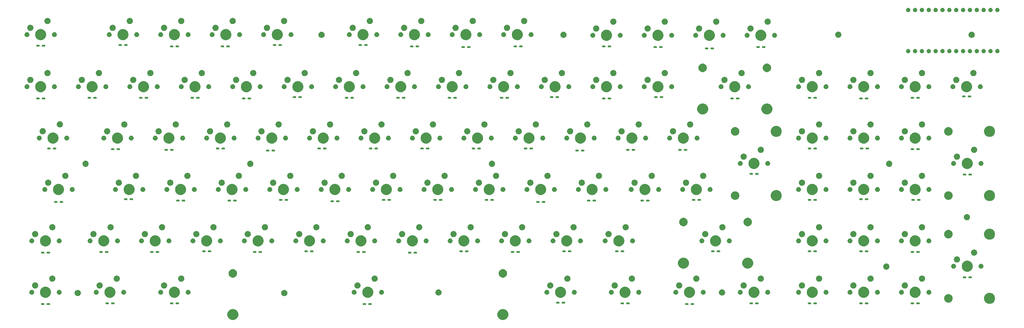
<source format=gbs>
G04 #@! TF.GenerationSoftware,KiCad,Pcbnew,(5.1.4)-1*
G04 #@! TF.CreationDate,2019-12-01T17:39:01+00:00*
G04 #@! TF.ProjectId,kb,6b622e6b-6963-4616-945f-706362585858,rev?*
G04 #@! TF.SameCoordinates,Original*
G04 #@! TF.FileFunction,Soldermask,Bot*
G04 #@! TF.FilePolarity,Negative*
%FSLAX46Y46*%
G04 Gerber Fmt 4.6, Leading zero omitted, Abs format (unit mm)*
G04 Created by KiCad (PCBNEW (5.1.4)-1) date 2019-12-01 17:39:01*
%MOMM*%
%LPD*%
G04 APERTURE LIST*
%ADD10C,0.007620*%
%ADD11C,0.100000*%
G04 APERTURE END LIST*
D10*
G36*
X304568860Y-47492920D02*
G01*
X304129440Y-47492920D01*
X304109120Y-47495460D01*
X304088800Y-47500540D01*
X304068480Y-47508160D01*
X304053240Y-47518320D01*
X304038000Y-47531020D01*
X304022760Y-47546260D01*
X304012600Y-47564040D01*
X304004980Y-47581820D01*
X303999900Y-47602140D01*
X303999900Y-47881540D01*
X303999900Y-47901860D01*
X304004980Y-47922180D01*
X304012600Y-47939960D01*
X304022760Y-47957740D01*
X304038000Y-47972980D01*
X304053240Y-47985680D01*
X304068480Y-47995840D01*
X304088800Y-48003460D01*
X304109120Y-48008540D01*
X304129440Y-48011080D01*
X305008280Y-48011080D01*
X305028600Y-48008540D01*
X305048920Y-48003460D01*
X305066700Y-47995840D01*
X305084480Y-47985680D01*
X305099720Y-47972980D01*
X305114960Y-47957740D01*
X305125120Y-47939960D01*
X305132740Y-47922180D01*
X305137820Y-47901860D01*
X305137820Y-47622460D01*
X305137820Y-47602140D01*
X305132740Y-47581820D01*
X305125120Y-47564040D01*
X305114960Y-47546260D01*
X305099720Y-47531020D01*
X305084480Y-47518320D01*
X305066700Y-47508160D01*
X305048920Y-47500540D01*
X305028600Y-47495460D01*
X305008280Y-47492920D01*
X304568860Y-47492920D01*
X304568860Y-47492920D01*
G37*
X304568860Y-47492920D02*
X304129440Y-47492920D01*
X304109120Y-47495460D01*
X304088800Y-47500540D01*
X304068480Y-47508160D01*
X304053240Y-47518320D01*
X304038000Y-47531020D01*
X304022760Y-47546260D01*
X304012600Y-47564040D01*
X304004980Y-47581820D01*
X303999900Y-47602140D01*
X303999900Y-47881540D01*
X303999900Y-47901860D01*
X304004980Y-47922180D01*
X304012600Y-47939960D01*
X304022760Y-47957740D01*
X304038000Y-47972980D01*
X304053240Y-47985680D01*
X304068480Y-47995840D01*
X304088800Y-48003460D01*
X304109120Y-48008540D01*
X304129440Y-48011080D01*
X305008280Y-48011080D01*
X305028600Y-48008540D01*
X305048920Y-48003460D01*
X305066700Y-47995840D01*
X305084480Y-47985680D01*
X305099720Y-47972980D01*
X305114960Y-47957740D01*
X305125120Y-47939960D01*
X305132740Y-47922180D01*
X305137820Y-47901860D01*
X305137820Y-47622460D01*
X305137820Y-47602140D01*
X305132740Y-47581820D01*
X305125120Y-47564040D01*
X305114960Y-47546260D01*
X305099720Y-47531020D01*
X305084480Y-47518320D01*
X305066700Y-47508160D01*
X305048920Y-47500540D01*
X305028600Y-47495460D01*
X305008280Y-47492920D01*
X304568860Y-47492920D01*
G36*
X302491140Y-48011080D02*
G01*
X302930560Y-48011080D01*
X302950880Y-48008540D01*
X302971200Y-48003460D01*
X302991520Y-47995840D01*
X303006760Y-47985680D01*
X303022000Y-47972980D01*
X303037240Y-47957740D01*
X303047400Y-47939960D01*
X303055020Y-47922180D01*
X303060100Y-47901860D01*
X303060100Y-47622460D01*
X303060100Y-47602140D01*
X303055020Y-47581820D01*
X303047400Y-47564040D01*
X303037240Y-47546260D01*
X303022000Y-47531020D01*
X303006760Y-47518320D01*
X302991520Y-47508160D01*
X302971200Y-47500540D01*
X302950880Y-47495460D01*
X302930560Y-47492920D01*
X302051720Y-47492920D01*
X302031400Y-47495460D01*
X302011080Y-47500540D01*
X301993300Y-47508160D01*
X301975520Y-47518320D01*
X301960280Y-47531020D01*
X301945040Y-47546260D01*
X301934880Y-47564040D01*
X301927260Y-47581820D01*
X301922180Y-47602140D01*
X301922180Y-47881540D01*
X301922180Y-47901860D01*
X301927260Y-47922180D01*
X301934880Y-47939960D01*
X301945040Y-47957740D01*
X301960280Y-47972980D01*
X301975520Y-47985680D01*
X301993300Y-47995840D01*
X302011080Y-48003460D01*
X302031400Y-48008540D01*
X302051720Y-48011080D01*
X302491140Y-48011080D01*
X302491140Y-48011080D01*
G37*
X302491140Y-48011080D02*
X302930560Y-48011080D01*
X302950880Y-48008540D01*
X302971200Y-48003460D01*
X302991520Y-47995840D01*
X303006760Y-47985680D01*
X303022000Y-47972980D01*
X303037240Y-47957740D01*
X303047400Y-47939960D01*
X303055020Y-47922180D01*
X303060100Y-47901860D01*
X303060100Y-47622460D01*
X303060100Y-47602140D01*
X303055020Y-47581820D01*
X303047400Y-47564040D01*
X303037240Y-47546260D01*
X303022000Y-47531020D01*
X303006760Y-47518320D01*
X302991520Y-47508160D01*
X302971200Y-47500540D01*
X302950880Y-47495460D01*
X302930560Y-47492920D01*
X302051720Y-47492920D01*
X302031400Y-47495460D01*
X302011080Y-47500540D01*
X301993300Y-47508160D01*
X301975520Y-47518320D01*
X301960280Y-47531020D01*
X301945040Y-47546260D01*
X301934880Y-47564040D01*
X301927260Y-47581820D01*
X301922180Y-47602140D01*
X301922180Y-47881540D01*
X301922180Y-47901860D01*
X301927260Y-47922180D01*
X301934880Y-47939960D01*
X301945040Y-47957740D01*
X301960280Y-47972980D01*
X301975520Y-47985680D01*
X301993300Y-47995840D01*
X302011080Y-48003460D01*
X302031400Y-48008540D01*
X302051720Y-48011080D01*
X302491140Y-48011080D01*
G36*
X285264860Y-38094920D02*
G01*
X284825440Y-38094920D01*
X284805120Y-38097460D01*
X284784800Y-38102540D01*
X284764480Y-38110160D01*
X284749240Y-38120320D01*
X284734000Y-38133020D01*
X284718760Y-38148260D01*
X284708600Y-38166040D01*
X284700980Y-38183820D01*
X284695900Y-38204140D01*
X284695900Y-38483540D01*
X284695900Y-38503860D01*
X284700980Y-38524180D01*
X284708600Y-38541960D01*
X284718760Y-38559740D01*
X284734000Y-38574980D01*
X284749240Y-38587680D01*
X284764480Y-38597840D01*
X284784800Y-38605460D01*
X284805120Y-38610540D01*
X284825440Y-38613080D01*
X285704280Y-38613080D01*
X285724600Y-38610540D01*
X285744920Y-38605460D01*
X285762700Y-38597840D01*
X285780480Y-38587680D01*
X285795720Y-38574980D01*
X285810960Y-38559740D01*
X285821120Y-38541960D01*
X285828740Y-38524180D01*
X285833820Y-38503860D01*
X285833820Y-38224460D01*
X285833820Y-38204140D01*
X285828740Y-38183820D01*
X285821120Y-38166040D01*
X285810960Y-38148260D01*
X285795720Y-38133020D01*
X285780480Y-38120320D01*
X285762700Y-38110160D01*
X285744920Y-38102540D01*
X285724600Y-38097460D01*
X285704280Y-38094920D01*
X285264860Y-38094920D01*
X285264860Y-38094920D01*
G37*
X285264860Y-38094920D02*
X284825440Y-38094920D01*
X284805120Y-38097460D01*
X284784800Y-38102540D01*
X284764480Y-38110160D01*
X284749240Y-38120320D01*
X284734000Y-38133020D01*
X284718760Y-38148260D01*
X284708600Y-38166040D01*
X284700980Y-38183820D01*
X284695900Y-38204140D01*
X284695900Y-38483540D01*
X284695900Y-38503860D01*
X284700980Y-38524180D01*
X284708600Y-38541960D01*
X284718760Y-38559740D01*
X284734000Y-38574980D01*
X284749240Y-38587680D01*
X284764480Y-38597840D01*
X284784800Y-38605460D01*
X284805120Y-38610540D01*
X284825440Y-38613080D01*
X285704280Y-38613080D01*
X285724600Y-38610540D01*
X285744920Y-38605460D01*
X285762700Y-38597840D01*
X285780480Y-38587680D01*
X285795720Y-38574980D01*
X285810960Y-38559740D01*
X285821120Y-38541960D01*
X285828740Y-38524180D01*
X285833820Y-38503860D01*
X285833820Y-38224460D01*
X285833820Y-38204140D01*
X285828740Y-38183820D01*
X285821120Y-38166040D01*
X285810960Y-38148260D01*
X285795720Y-38133020D01*
X285780480Y-38120320D01*
X285762700Y-38110160D01*
X285744920Y-38102540D01*
X285724600Y-38097460D01*
X285704280Y-38094920D01*
X285264860Y-38094920D01*
G36*
X283187140Y-38613080D02*
G01*
X283626560Y-38613080D01*
X283646880Y-38610540D01*
X283667200Y-38605460D01*
X283687520Y-38597840D01*
X283702760Y-38587680D01*
X283718000Y-38574980D01*
X283733240Y-38559740D01*
X283743400Y-38541960D01*
X283751020Y-38524180D01*
X283756100Y-38503860D01*
X283756100Y-38224460D01*
X283756100Y-38204140D01*
X283751020Y-38183820D01*
X283743400Y-38166040D01*
X283733240Y-38148260D01*
X283718000Y-38133020D01*
X283702760Y-38120320D01*
X283687520Y-38110160D01*
X283667200Y-38102540D01*
X283646880Y-38097460D01*
X283626560Y-38094920D01*
X282747720Y-38094920D01*
X282727400Y-38097460D01*
X282707080Y-38102540D01*
X282689300Y-38110160D01*
X282671520Y-38120320D01*
X282656280Y-38133020D01*
X282641040Y-38148260D01*
X282630880Y-38166040D01*
X282623260Y-38183820D01*
X282618180Y-38204140D01*
X282618180Y-38483540D01*
X282618180Y-38503860D01*
X282623260Y-38524180D01*
X282630880Y-38541960D01*
X282641040Y-38559740D01*
X282656280Y-38574980D01*
X282671520Y-38587680D01*
X282689300Y-38597840D01*
X282707080Y-38605460D01*
X282727400Y-38610540D01*
X282747720Y-38613080D01*
X283187140Y-38613080D01*
X283187140Y-38613080D01*
G37*
X283187140Y-38613080D02*
X283626560Y-38613080D01*
X283646880Y-38610540D01*
X283667200Y-38605460D01*
X283687520Y-38597840D01*
X283702760Y-38587680D01*
X283718000Y-38574980D01*
X283733240Y-38559740D01*
X283743400Y-38541960D01*
X283751020Y-38524180D01*
X283756100Y-38503860D01*
X283756100Y-38224460D01*
X283756100Y-38204140D01*
X283751020Y-38183820D01*
X283743400Y-38166040D01*
X283733240Y-38148260D01*
X283718000Y-38133020D01*
X283702760Y-38120320D01*
X283687520Y-38110160D01*
X283667200Y-38102540D01*
X283646880Y-38097460D01*
X283626560Y-38094920D01*
X282747720Y-38094920D01*
X282727400Y-38097460D01*
X282707080Y-38102540D01*
X282689300Y-38110160D01*
X282671520Y-38120320D01*
X282656280Y-38133020D01*
X282641040Y-38148260D01*
X282630880Y-38166040D01*
X282623260Y-38183820D01*
X282618180Y-38204140D01*
X282618180Y-38483540D01*
X282618180Y-38503860D01*
X282623260Y-38524180D01*
X282630880Y-38541960D01*
X282641040Y-38559740D01*
X282656280Y-38574980D01*
X282671520Y-38587680D01*
X282689300Y-38597840D01*
X282707080Y-38605460D01*
X282727400Y-38610540D01*
X282747720Y-38613080D01*
X283187140Y-38613080D01*
G36*
X266214860Y-57144920D02*
G01*
X265775440Y-57144920D01*
X265755120Y-57147460D01*
X265734800Y-57152540D01*
X265714480Y-57160160D01*
X265699240Y-57170320D01*
X265684000Y-57183020D01*
X265668760Y-57198260D01*
X265658600Y-57216040D01*
X265650980Y-57233820D01*
X265645900Y-57254140D01*
X265645900Y-57533540D01*
X265645900Y-57553860D01*
X265650980Y-57574180D01*
X265658600Y-57591960D01*
X265668760Y-57609740D01*
X265684000Y-57624980D01*
X265699240Y-57637680D01*
X265714480Y-57647840D01*
X265734800Y-57655460D01*
X265755120Y-57660540D01*
X265775440Y-57663080D01*
X266654280Y-57663080D01*
X266674600Y-57660540D01*
X266694920Y-57655460D01*
X266712700Y-57647840D01*
X266730480Y-57637680D01*
X266745720Y-57624980D01*
X266760960Y-57609740D01*
X266771120Y-57591960D01*
X266778740Y-57574180D01*
X266783820Y-57553860D01*
X266783820Y-57274460D01*
X266783820Y-57254140D01*
X266778740Y-57233820D01*
X266771120Y-57216040D01*
X266760960Y-57198260D01*
X266745720Y-57183020D01*
X266730480Y-57170320D01*
X266712700Y-57160160D01*
X266694920Y-57152540D01*
X266674600Y-57147460D01*
X266654280Y-57144920D01*
X266214860Y-57144920D01*
X266214860Y-57144920D01*
G37*
X266214860Y-57144920D02*
X265775440Y-57144920D01*
X265755120Y-57147460D01*
X265734800Y-57152540D01*
X265714480Y-57160160D01*
X265699240Y-57170320D01*
X265684000Y-57183020D01*
X265668760Y-57198260D01*
X265658600Y-57216040D01*
X265650980Y-57233820D01*
X265645900Y-57254140D01*
X265645900Y-57533540D01*
X265645900Y-57553860D01*
X265650980Y-57574180D01*
X265658600Y-57591960D01*
X265668760Y-57609740D01*
X265684000Y-57624980D01*
X265699240Y-57637680D01*
X265714480Y-57647840D01*
X265734800Y-57655460D01*
X265755120Y-57660540D01*
X265775440Y-57663080D01*
X266654280Y-57663080D01*
X266674600Y-57660540D01*
X266694920Y-57655460D01*
X266712700Y-57647840D01*
X266730480Y-57637680D01*
X266745720Y-57624980D01*
X266760960Y-57609740D01*
X266771120Y-57591960D01*
X266778740Y-57574180D01*
X266783820Y-57553860D01*
X266783820Y-57274460D01*
X266783820Y-57254140D01*
X266778740Y-57233820D01*
X266771120Y-57216040D01*
X266760960Y-57198260D01*
X266745720Y-57183020D01*
X266730480Y-57170320D01*
X266712700Y-57160160D01*
X266694920Y-57152540D01*
X266674600Y-57147460D01*
X266654280Y-57144920D01*
X266214860Y-57144920D01*
G36*
X264137140Y-57663080D02*
G01*
X264576560Y-57663080D01*
X264596880Y-57660540D01*
X264617200Y-57655460D01*
X264637520Y-57647840D01*
X264652760Y-57637680D01*
X264668000Y-57624980D01*
X264683240Y-57609740D01*
X264693400Y-57591960D01*
X264701020Y-57574180D01*
X264706100Y-57553860D01*
X264706100Y-57274460D01*
X264706100Y-57254140D01*
X264701020Y-57233820D01*
X264693400Y-57216040D01*
X264683240Y-57198260D01*
X264668000Y-57183020D01*
X264652760Y-57170320D01*
X264637520Y-57160160D01*
X264617200Y-57152540D01*
X264596880Y-57147460D01*
X264576560Y-57144920D01*
X263697720Y-57144920D01*
X263677400Y-57147460D01*
X263657080Y-57152540D01*
X263639300Y-57160160D01*
X263621520Y-57170320D01*
X263606280Y-57183020D01*
X263591040Y-57198260D01*
X263580880Y-57216040D01*
X263573260Y-57233820D01*
X263568180Y-57254140D01*
X263568180Y-57533540D01*
X263568180Y-57553860D01*
X263573260Y-57574180D01*
X263580880Y-57591960D01*
X263591040Y-57609740D01*
X263606280Y-57624980D01*
X263621520Y-57637680D01*
X263639300Y-57647840D01*
X263657080Y-57655460D01*
X263677400Y-57660540D01*
X263697720Y-57663080D01*
X264137140Y-57663080D01*
X264137140Y-57663080D01*
G37*
X264137140Y-57663080D02*
X264576560Y-57663080D01*
X264596880Y-57660540D01*
X264617200Y-57655460D01*
X264637520Y-57647840D01*
X264652760Y-57637680D01*
X264668000Y-57624980D01*
X264683240Y-57609740D01*
X264693400Y-57591960D01*
X264701020Y-57574180D01*
X264706100Y-57553860D01*
X264706100Y-57274460D01*
X264706100Y-57254140D01*
X264701020Y-57233820D01*
X264693400Y-57216040D01*
X264683240Y-57198260D01*
X264668000Y-57183020D01*
X264652760Y-57170320D01*
X264637520Y-57160160D01*
X264617200Y-57152540D01*
X264596880Y-57147460D01*
X264576560Y-57144920D01*
X263697720Y-57144920D01*
X263677400Y-57147460D01*
X263657080Y-57152540D01*
X263639300Y-57160160D01*
X263621520Y-57170320D01*
X263606280Y-57183020D01*
X263591040Y-57198260D01*
X263580880Y-57216040D01*
X263573260Y-57233820D01*
X263568180Y-57254140D01*
X263568180Y-57533540D01*
X263568180Y-57553860D01*
X263573260Y-57574180D01*
X263580880Y-57591960D01*
X263591040Y-57609740D01*
X263606280Y-57624980D01*
X263621520Y-57637680D01*
X263639300Y-57647840D01*
X263657080Y-57655460D01*
X263677400Y-57660540D01*
X263697720Y-57663080D01*
X264137140Y-57663080D01*
G36*
X266214860Y-37840920D02*
G01*
X265775440Y-37840920D01*
X265755120Y-37843460D01*
X265734800Y-37848540D01*
X265714480Y-37856160D01*
X265699240Y-37866320D01*
X265684000Y-37879020D01*
X265668760Y-37894260D01*
X265658600Y-37912040D01*
X265650980Y-37929820D01*
X265645900Y-37950140D01*
X265645900Y-38229540D01*
X265645900Y-38249860D01*
X265650980Y-38270180D01*
X265658600Y-38287960D01*
X265668760Y-38305740D01*
X265684000Y-38320980D01*
X265699240Y-38333680D01*
X265714480Y-38343840D01*
X265734800Y-38351460D01*
X265755120Y-38356540D01*
X265775440Y-38359080D01*
X266654280Y-38359080D01*
X266674600Y-38356540D01*
X266694920Y-38351460D01*
X266712700Y-38343840D01*
X266730480Y-38333680D01*
X266745720Y-38320980D01*
X266760960Y-38305740D01*
X266771120Y-38287960D01*
X266778740Y-38270180D01*
X266783820Y-38249860D01*
X266783820Y-37970460D01*
X266783820Y-37950140D01*
X266778740Y-37929820D01*
X266771120Y-37912040D01*
X266760960Y-37894260D01*
X266745720Y-37879020D01*
X266730480Y-37866320D01*
X266712700Y-37856160D01*
X266694920Y-37848540D01*
X266674600Y-37843460D01*
X266654280Y-37840920D01*
X266214860Y-37840920D01*
X266214860Y-37840920D01*
G37*
X266214860Y-37840920D02*
X265775440Y-37840920D01*
X265755120Y-37843460D01*
X265734800Y-37848540D01*
X265714480Y-37856160D01*
X265699240Y-37866320D01*
X265684000Y-37879020D01*
X265668760Y-37894260D01*
X265658600Y-37912040D01*
X265650980Y-37929820D01*
X265645900Y-37950140D01*
X265645900Y-38229540D01*
X265645900Y-38249860D01*
X265650980Y-38270180D01*
X265658600Y-38287960D01*
X265668760Y-38305740D01*
X265684000Y-38320980D01*
X265699240Y-38333680D01*
X265714480Y-38343840D01*
X265734800Y-38351460D01*
X265755120Y-38356540D01*
X265775440Y-38359080D01*
X266654280Y-38359080D01*
X266674600Y-38356540D01*
X266694920Y-38351460D01*
X266712700Y-38343840D01*
X266730480Y-38333680D01*
X266745720Y-38320980D01*
X266760960Y-38305740D01*
X266771120Y-38287960D01*
X266778740Y-38270180D01*
X266783820Y-38249860D01*
X266783820Y-37970460D01*
X266783820Y-37950140D01*
X266778740Y-37929820D01*
X266771120Y-37912040D01*
X266760960Y-37894260D01*
X266745720Y-37879020D01*
X266730480Y-37866320D01*
X266712700Y-37856160D01*
X266694920Y-37848540D01*
X266674600Y-37843460D01*
X266654280Y-37840920D01*
X266214860Y-37840920D01*
G36*
X264137140Y-38359080D02*
G01*
X264576560Y-38359080D01*
X264596880Y-38356540D01*
X264617200Y-38351460D01*
X264637520Y-38343840D01*
X264652760Y-38333680D01*
X264668000Y-38320980D01*
X264683240Y-38305740D01*
X264693400Y-38287960D01*
X264701020Y-38270180D01*
X264706100Y-38249860D01*
X264706100Y-37970460D01*
X264706100Y-37950140D01*
X264701020Y-37929820D01*
X264693400Y-37912040D01*
X264683240Y-37894260D01*
X264668000Y-37879020D01*
X264652760Y-37866320D01*
X264637520Y-37856160D01*
X264617200Y-37848540D01*
X264596880Y-37843460D01*
X264576560Y-37840920D01*
X263697720Y-37840920D01*
X263677400Y-37843460D01*
X263657080Y-37848540D01*
X263639300Y-37856160D01*
X263621520Y-37866320D01*
X263606280Y-37879020D01*
X263591040Y-37894260D01*
X263580880Y-37912040D01*
X263573260Y-37929820D01*
X263568180Y-37950140D01*
X263568180Y-38229540D01*
X263568180Y-38249860D01*
X263573260Y-38270180D01*
X263580880Y-38287960D01*
X263591040Y-38305740D01*
X263606280Y-38320980D01*
X263621520Y-38333680D01*
X263639300Y-38343840D01*
X263657080Y-38351460D01*
X263677400Y-38356540D01*
X263697720Y-38359080D01*
X264137140Y-38359080D01*
X264137140Y-38359080D01*
G37*
X264137140Y-38359080D02*
X264576560Y-38359080D01*
X264596880Y-38356540D01*
X264617200Y-38351460D01*
X264637520Y-38343840D01*
X264652760Y-38333680D01*
X264668000Y-38320980D01*
X264683240Y-38305740D01*
X264693400Y-38287960D01*
X264701020Y-38270180D01*
X264706100Y-38249860D01*
X264706100Y-37970460D01*
X264706100Y-37950140D01*
X264701020Y-37929820D01*
X264693400Y-37912040D01*
X264683240Y-37894260D01*
X264668000Y-37879020D01*
X264652760Y-37866320D01*
X264637520Y-37856160D01*
X264617200Y-37848540D01*
X264596880Y-37843460D01*
X264576560Y-37840920D01*
X263697720Y-37840920D01*
X263677400Y-37843460D01*
X263657080Y-37848540D01*
X263639300Y-37856160D01*
X263621520Y-37866320D01*
X263606280Y-37879020D01*
X263591040Y-37894260D01*
X263580880Y-37912040D01*
X263573260Y-37929820D01*
X263568180Y-37950140D01*
X263568180Y-38229540D01*
X263568180Y-38249860D01*
X263573260Y-38270180D01*
X263580880Y-38287960D01*
X263591040Y-38305740D01*
X263606280Y-38320980D01*
X263621520Y-38333680D01*
X263639300Y-38343840D01*
X263657080Y-38351460D01*
X263677400Y-38356540D01*
X263697720Y-38359080D01*
X264137140Y-38359080D01*
G36*
X266214860Y-18536920D02*
G01*
X265775440Y-18536920D01*
X265755120Y-18539460D01*
X265734800Y-18544540D01*
X265714480Y-18552160D01*
X265699240Y-18562320D01*
X265684000Y-18575020D01*
X265668760Y-18590260D01*
X265658600Y-18608040D01*
X265650980Y-18625820D01*
X265645900Y-18646140D01*
X265645900Y-18925540D01*
X265645900Y-18945860D01*
X265650980Y-18966180D01*
X265658600Y-18983960D01*
X265668760Y-19001740D01*
X265684000Y-19016980D01*
X265699240Y-19029680D01*
X265714480Y-19039840D01*
X265734800Y-19047460D01*
X265755120Y-19052540D01*
X265775440Y-19055080D01*
X266654280Y-19055080D01*
X266674600Y-19052540D01*
X266694920Y-19047460D01*
X266712700Y-19039840D01*
X266730480Y-19029680D01*
X266745720Y-19016980D01*
X266760960Y-19001740D01*
X266771120Y-18983960D01*
X266778740Y-18966180D01*
X266783820Y-18945860D01*
X266783820Y-18666460D01*
X266783820Y-18646140D01*
X266778740Y-18625820D01*
X266771120Y-18608040D01*
X266760960Y-18590260D01*
X266745720Y-18575020D01*
X266730480Y-18562320D01*
X266712700Y-18552160D01*
X266694920Y-18544540D01*
X266674600Y-18539460D01*
X266654280Y-18536920D01*
X266214860Y-18536920D01*
X266214860Y-18536920D01*
G37*
X266214860Y-18536920D02*
X265775440Y-18536920D01*
X265755120Y-18539460D01*
X265734800Y-18544540D01*
X265714480Y-18552160D01*
X265699240Y-18562320D01*
X265684000Y-18575020D01*
X265668760Y-18590260D01*
X265658600Y-18608040D01*
X265650980Y-18625820D01*
X265645900Y-18646140D01*
X265645900Y-18925540D01*
X265645900Y-18945860D01*
X265650980Y-18966180D01*
X265658600Y-18983960D01*
X265668760Y-19001740D01*
X265684000Y-19016980D01*
X265699240Y-19029680D01*
X265714480Y-19039840D01*
X265734800Y-19047460D01*
X265755120Y-19052540D01*
X265775440Y-19055080D01*
X266654280Y-19055080D01*
X266674600Y-19052540D01*
X266694920Y-19047460D01*
X266712700Y-19039840D01*
X266730480Y-19029680D01*
X266745720Y-19016980D01*
X266760960Y-19001740D01*
X266771120Y-18983960D01*
X266778740Y-18966180D01*
X266783820Y-18945860D01*
X266783820Y-18666460D01*
X266783820Y-18646140D01*
X266778740Y-18625820D01*
X266771120Y-18608040D01*
X266760960Y-18590260D01*
X266745720Y-18575020D01*
X266730480Y-18562320D01*
X266712700Y-18552160D01*
X266694920Y-18544540D01*
X266674600Y-18539460D01*
X266654280Y-18536920D01*
X266214860Y-18536920D01*
G36*
X264137140Y-19055080D02*
G01*
X264576560Y-19055080D01*
X264596880Y-19052540D01*
X264617200Y-19047460D01*
X264637520Y-19039840D01*
X264652760Y-19029680D01*
X264668000Y-19016980D01*
X264683240Y-19001740D01*
X264693400Y-18983960D01*
X264701020Y-18966180D01*
X264706100Y-18945860D01*
X264706100Y-18666460D01*
X264706100Y-18646140D01*
X264701020Y-18625820D01*
X264693400Y-18608040D01*
X264683240Y-18590260D01*
X264668000Y-18575020D01*
X264652760Y-18562320D01*
X264637520Y-18552160D01*
X264617200Y-18544540D01*
X264596880Y-18539460D01*
X264576560Y-18536920D01*
X263697720Y-18536920D01*
X263677400Y-18539460D01*
X263657080Y-18544540D01*
X263639300Y-18552160D01*
X263621520Y-18562320D01*
X263606280Y-18575020D01*
X263591040Y-18590260D01*
X263580880Y-18608040D01*
X263573260Y-18625820D01*
X263568180Y-18646140D01*
X263568180Y-18925540D01*
X263568180Y-18945860D01*
X263573260Y-18966180D01*
X263580880Y-18983960D01*
X263591040Y-19001740D01*
X263606280Y-19016980D01*
X263621520Y-19029680D01*
X263639300Y-19039840D01*
X263657080Y-19047460D01*
X263677400Y-19052540D01*
X263697720Y-19055080D01*
X264137140Y-19055080D01*
X264137140Y-19055080D01*
G37*
X264137140Y-19055080D02*
X264576560Y-19055080D01*
X264596880Y-19052540D01*
X264617200Y-19047460D01*
X264637520Y-19039840D01*
X264652760Y-19029680D01*
X264668000Y-19016980D01*
X264683240Y-19001740D01*
X264693400Y-18983960D01*
X264701020Y-18966180D01*
X264706100Y-18945860D01*
X264706100Y-18666460D01*
X264706100Y-18646140D01*
X264701020Y-18625820D01*
X264693400Y-18608040D01*
X264683240Y-18590260D01*
X264668000Y-18575020D01*
X264652760Y-18562320D01*
X264637520Y-18552160D01*
X264617200Y-18544540D01*
X264596880Y-18539460D01*
X264576560Y-18536920D01*
X263697720Y-18536920D01*
X263677400Y-18539460D01*
X263657080Y-18544540D01*
X263639300Y-18552160D01*
X263621520Y-18562320D01*
X263606280Y-18575020D01*
X263591040Y-18590260D01*
X263580880Y-18608040D01*
X263573260Y-18625820D01*
X263568180Y-18646140D01*
X263568180Y-18925540D01*
X263568180Y-18945860D01*
X263573260Y-18966180D01*
X263580880Y-18983960D01*
X263591040Y-19001740D01*
X263606280Y-19016980D01*
X263621520Y-19029680D01*
X263639300Y-19039840D01*
X263657080Y-19047460D01*
X263677400Y-19052540D01*
X263697720Y-19055080D01*
X264137140Y-19055080D01*
G36*
X266468860Y259080D02*
G01*
X266029440Y259080D01*
X266009120Y256540D01*
X265988800Y251460D01*
X265968480Y243840D01*
X265953240Y233680D01*
X265938000Y220980D01*
X265922760Y205740D01*
X265912600Y187960D01*
X265904980Y170180D01*
X265899900Y149860D01*
X265899900Y-129540D01*
X265899900Y-149860D01*
X265904980Y-170180D01*
X265912600Y-187960D01*
X265922760Y-205740D01*
X265938000Y-220980D01*
X265953240Y-233680D01*
X265968480Y-243840D01*
X265988800Y-251460D01*
X266009120Y-256540D01*
X266029440Y-259080D01*
X266908280Y-259080D01*
X266928600Y-256540D01*
X266948920Y-251460D01*
X266966700Y-243840D01*
X266984480Y-233680D01*
X266999720Y-220980D01*
X267014960Y-205740D01*
X267025120Y-187960D01*
X267032740Y-170180D01*
X267037820Y-149860D01*
X267037820Y129540D01*
X267037820Y149860D01*
X267032740Y170180D01*
X267025120Y187960D01*
X267014960Y205740D01*
X266999720Y220980D01*
X266984480Y233680D01*
X266966700Y243840D01*
X266948920Y251460D01*
X266928600Y256540D01*
X266908280Y259080D01*
X266468860Y259080D01*
X266468860Y259080D01*
G37*
X266468860Y259080D02*
X266029440Y259080D01*
X266009120Y256540D01*
X265988800Y251460D01*
X265968480Y243840D01*
X265953240Y233680D01*
X265938000Y220980D01*
X265922760Y205740D01*
X265912600Y187960D01*
X265904980Y170180D01*
X265899900Y149860D01*
X265899900Y-129540D01*
X265899900Y-149860D01*
X265904980Y-170180D01*
X265912600Y-187960D01*
X265922760Y-205740D01*
X265938000Y-220980D01*
X265953240Y-233680D01*
X265968480Y-243840D01*
X265988800Y-251460D01*
X266009120Y-256540D01*
X266029440Y-259080D01*
X266908280Y-259080D01*
X266928600Y-256540D01*
X266948920Y-251460D01*
X266966700Y-243840D01*
X266984480Y-233680D01*
X266999720Y-220980D01*
X267014960Y-205740D01*
X267025120Y-187960D01*
X267032740Y-170180D01*
X267037820Y-149860D01*
X267037820Y129540D01*
X267037820Y149860D01*
X267032740Y170180D01*
X267025120Y187960D01*
X267014960Y205740D01*
X266999720Y220980D01*
X266984480Y233680D01*
X266966700Y243840D01*
X266948920Y251460D01*
X266928600Y256540D01*
X266908280Y259080D01*
X266468860Y259080D01*
G36*
X264391140Y-259080D02*
G01*
X264830560Y-259080D01*
X264850880Y-256540D01*
X264871200Y-251460D01*
X264891520Y-243840D01*
X264906760Y-233680D01*
X264922000Y-220980D01*
X264937240Y-205740D01*
X264947400Y-187960D01*
X264955020Y-170180D01*
X264960100Y-149860D01*
X264960100Y129540D01*
X264960100Y149860D01*
X264955020Y170180D01*
X264947400Y187960D01*
X264937240Y205740D01*
X264922000Y220980D01*
X264906760Y233680D01*
X264891520Y243840D01*
X264871200Y251460D01*
X264850880Y256540D01*
X264830560Y259080D01*
X263951720Y259080D01*
X263931400Y256540D01*
X263911080Y251460D01*
X263893300Y243840D01*
X263875520Y233680D01*
X263860280Y220980D01*
X263845040Y205740D01*
X263834880Y187960D01*
X263827260Y170180D01*
X263822180Y149860D01*
X263822180Y-129540D01*
X263822180Y-149860D01*
X263827260Y-170180D01*
X263834880Y-187960D01*
X263845040Y-205740D01*
X263860280Y-220980D01*
X263875520Y-233680D01*
X263893300Y-243840D01*
X263911080Y-251460D01*
X263931400Y-256540D01*
X263951720Y-259080D01*
X264391140Y-259080D01*
X264391140Y-259080D01*
G37*
X264391140Y-259080D02*
X264830560Y-259080D01*
X264850880Y-256540D01*
X264871200Y-251460D01*
X264891520Y-243840D01*
X264906760Y-233680D01*
X264922000Y-220980D01*
X264937240Y-205740D01*
X264947400Y-187960D01*
X264955020Y-170180D01*
X264960100Y-149860D01*
X264960100Y129540D01*
X264960100Y149860D01*
X264955020Y170180D01*
X264947400Y187960D01*
X264937240Y205740D01*
X264922000Y220980D01*
X264906760Y233680D01*
X264891520Y243840D01*
X264871200Y251460D01*
X264850880Y256540D01*
X264830560Y259080D01*
X263951720Y259080D01*
X263931400Y256540D01*
X263911080Y251460D01*
X263893300Y243840D01*
X263875520Y233680D01*
X263860280Y220980D01*
X263845040Y205740D01*
X263834880Y187960D01*
X263827260Y170180D01*
X263822180Y149860D01*
X263822180Y-129540D01*
X263822180Y-149860D01*
X263827260Y-170180D01*
X263834880Y-187960D01*
X263845040Y-205740D01*
X263860280Y-220980D01*
X263875520Y-233680D01*
X263893300Y-243840D01*
X263911080Y-251460D01*
X263931400Y-256540D01*
X263951720Y-259080D01*
X264391140Y-259080D01*
G36*
X266214860Y18801080D02*
G01*
X265775440Y18801080D01*
X265755120Y18798540D01*
X265734800Y18793460D01*
X265714480Y18785840D01*
X265699240Y18775680D01*
X265684000Y18762980D01*
X265668760Y18747740D01*
X265658600Y18729960D01*
X265650980Y18712180D01*
X265645900Y18691860D01*
X265645900Y18412460D01*
X265645900Y18392140D01*
X265650980Y18371820D01*
X265658600Y18354040D01*
X265668760Y18336260D01*
X265684000Y18321020D01*
X265699240Y18308320D01*
X265714480Y18298160D01*
X265734800Y18290540D01*
X265755120Y18285460D01*
X265775440Y18282920D01*
X266654280Y18282920D01*
X266674600Y18285460D01*
X266694920Y18290540D01*
X266712700Y18298160D01*
X266730480Y18308320D01*
X266745720Y18321020D01*
X266760960Y18336260D01*
X266771120Y18354040D01*
X266778740Y18371820D01*
X266783820Y18392140D01*
X266783820Y18671540D01*
X266783820Y18691860D01*
X266778740Y18712180D01*
X266771120Y18729960D01*
X266760960Y18747740D01*
X266745720Y18762980D01*
X266730480Y18775680D01*
X266712700Y18785840D01*
X266694920Y18793460D01*
X266674600Y18798540D01*
X266654280Y18801080D01*
X266214860Y18801080D01*
X266214860Y18801080D01*
G37*
X266214860Y18801080D02*
X265775440Y18801080D01*
X265755120Y18798540D01*
X265734800Y18793460D01*
X265714480Y18785840D01*
X265699240Y18775680D01*
X265684000Y18762980D01*
X265668760Y18747740D01*
X265658600Y18729960D01*
X265650980Y18712180D01*
X265645900Y18691860D01*
X265645900Y18412460D01*
X265645900Y18392140D01*
X265650980Y18371820D01*
X265658600Y18354040D01*
X265668760Y18336260D01*
X265684000Y18321020D01*
X265699240Y18308320D01*
X265714480Y18298160D01*
X265734800Y18290540D01*
X265755120Y18285460D01*
X265775440Y18282920D01*
X266654280Y18282920D01*
X266674600Y18285460D01*
X266694920Y18290540D01*
X266712700Y18298160D01*
X266730480Y18308320D01*
X266745720Y18321020D01*
X266760960Y18336260D01*
X266771120Y18354040D01*
X266778740Y18371820D01*
X266783820Y18392140D01*
X266783820Y18671540D01*
X266783820Y18691860D01*
X266778740Y18712180D01*
X266771120Y18729960D01*
X266760960Y18747740D01*
X266745720Y18762980D01*
X266730480Y18775680D01*
X266712700Y18785840D01*
X266694920Y18793460D01*
X266674600Y18798540D01*
X266654280Y18801080D01*
X266214860Y18801080D01*
G36*
X264137140Y18282920D02*
G01*
X264576560Y18282920D01*
X264596880Y18285460D01*
X264617200Y18290540D01*
X264637520Y18298160D01*
X264652760Y18308320D01*
X264668000Y18321020D01*
X264683240Y18336260D01*
X264693400Y18354040D01*
X264701020Y18371820D01*
X264706100Y18392140D01*
X264706100Y18671540D01*
X264706100Y18691860D01*
X264701020Y18712180D01*
X264693400Y18729960D01*
X264683240Y18747740D01*
X264668000Y18762980D01*
X264652760Y18775680D01*
X264637520Y18785840D01*
X264617200Y18793460D01*
X264596880Y18798540D01*
X264576560Y18801080D01*
X263697720Y18801080D01*
X263677400Y18798540D01*
X263657080Y18793460D01*
X263639300Y18785840D01*
X263621520Y18775680D01*
X263606280Y18762980D01*
X263591040Y18747740D01*
X263580880Y18729960D01*
X263573260Y18712180D01*
X263568180Y18691860D01*
X263568180Y18412460D01*
X263568180Y18392140D01*
X263573260Y18371820D01*
X263580880Y18354040D01*
X263591040Y18336260D01*
X263606280Y18321020D01*
X263621520Y18308320D01*
X263639300Y18298160D01*
X263657080Y18290540D01*
X263677400Y18285460D01*
X263697720Y18282920D01*
X264137140Y18282920D01*
X264137140Y18282920D01*
G37*
X264137140Y18282920D02*
X264576560Y18282920D01*
X264596880Y18285460D01*
X264617200Y18290540D01*
X264637520Y18298160D01*
X264652760Y18308320D01*
X264668000Y18321020D01*
X264683240Y18336260D01*
X264693400Y18354040D01*
X264701020Y18371820D01*
X264706100Y18392140D01*
X264706100Y18671540D01*
X264706100Y18691860D01*
X264701020Y18712180D01*
X264693400Y18729960D01*
X264683240Y18747740D01*
X264668000Y18762980D01*
X264652760Y18775680D01*
X264637520Y18785840D01*
X264617200Y18793460D01*
X264596880Y18798540D01*
X264576560Y18801080D01*
X263697720Y18801080D01*
X263677400Y18798540D01*
X263657080Y18793460D01*
X263639300Y18785840D01*
X263621520Y18775680D01*
X263606280Y18762980D01*
X263591040Y18747740D01*
X263580880Y18729960D01*
X263573260Y18712180D01*
X263568180Y18691860D01*
X263568180Y18412460D01*
X263568180Y18392140D01*
X263573260Y18371820D01*
X263580880Y18354040D01*
X263591040Y18336260D01*
X263606280Y18321020D01*
X263621520Y18308320D01*
X263639300Y18298160D01*
X263657080Y18290540D01*
X263677400Y18285460D01*
X263697720Y18282920D01*
X264137140Y18282920D01*
G36*
X285264860Y19055080D02*
G01*
X284825440Y19055080D01*
X284805120Y19052540D01*
X284784800Y19047460D01*
X284764480Y19039840D01*
X284749240Y19029680D01*
X284734000Y19016980D01*
X284718760Y19001740D01*
X284708600Y18983960D01*
X284700980Y18966180D01*
X284695900Y18945860D01*
X284695900Y18666460D01*
X284695900Y18646140D01*
X284700980Y18625820D01*
X284708600Y18608040D01*
X284718760Y18590260D01*
X284734000Y18575020D01*
X284749240Y18562320D01*
X284764480Y18552160D01*
X284784800Y18544540D01*
X284805120Y18539460D01*
X284825440Y18536920D01*
X285704280Y18536920D01*
X285724600Y18539460D01*
X285744920Y18544540D01*
X285762700Y18552160D01*
X285780480Y18562320D01*
X285795720Y18575020D01*
X285810960Y18590260D01*
X285821120Y18608040D01*
X285828740Y18625820D01*
X285833820Y18646140D01*
X285833820Y18925540D01*
X285833820Y18945860D01*
X285828740Y18966180D01*
X285821120Y18983960D01*
X285810960Y19001740D01*
X285795720Y19016980D01*
X285780480Y19029680D01*
X285762700Y19039840D01*
X285744920Y19047460D01*
X285724600Y19052540D01*
X285704280Y19055080D01*
X285264860Y19055080D01*
X285264860Y19055080D01*
G37*
X285264860Y19055080D02*
X284825440Y19055080D01*
X284805120Y19052540D01*
X284784800Y19047460D01*
X284764480Y19039840D01*
X284749240Y19029680D01*
X284734000Y19016980D01*
X284718760Y19001740D01*
X284708600Y18983960D01*
X284700980Y18966180D01*
X284695900Y18945860D01*
X284695900Y18666460D01*
X284695900Y18646140D01*
X284700980Y18625820D01*
X284708600Y18608040D01*
X284718760Y18590260D01*
X284734000Y18575020D01*
X284749240Y18562320D01*
X284764480Y18552160D01*
X284784800Y18544540D01*
X284805120Y18539460D01*
X284825440Y18536920D01*
X285704280Y18536920D01*
X285724600Y18539460D01*
X285744920Y18544540D01*
X285762700Y18552160D01*
X285780480Y18562320D01*
X285795720Y18575020D01*
X285810960Y18590260D01*
X285821120Y18608040D01*
X285828740Y18625820D01*
X285833820Y18646140D01*
X285833820Y18925540D01*
X285833820Y18945860D01*
X285828740Y18966180D01*
X285821120Y18983960D01*
X285810960Y19001740D01*
X285795720Y19016980D01*
X285780480Y19029680D01*
X285762700Y19039840D01*
X285744920Y19047460D01*
X285724600Y19052540D01*
X285704280Y19055080D01*
X285264860Y19055080D01*
G36*
X283187140Y18536920D02*
G01*
X283626560Y18536920D01*
X283646880Y18539460D01*
X283667200Y18544540D01*
X283687520Y18552160D01*
X283702760Y18562320D01*
X283718000Y18575020D01*
X283733240Y18590260D01*
X283743400Y18608040D01*
X283751020Y18625820D01*
X283756100Y18646140D01*
X283756100Y18925540D01*
X283756100Y18945860D01*
X283751020Y18966180D01*
X283743400Y18983960D01*
X283733240Y19001740D01*
X283718000Y19016980D01*
X283702760Y19029680D01*
X283687520Y19039840D01*
X283667200Y19047460D01*
X283646880Y19052540D01*
X283626560Y19055080D01*
X282747720Y19055080D01*
X282727400Y19052540D01*
X282707080Y19047460D01*
X282689300Y19039840D01*
X282671520Y19029680D01*
X282656280Y19016980D01*
X282641040Y19001740D01*
X282630880Y18983960D01*
X282623260Y18966180D01*
X282618180Y18945860D01*
X282618180Y18666460D01*
X282618180Y18646140D01*
X282623260Y18625820D01*
X282630880Y18608040D01*
X282641040Y18590260D01*
X282656280Y18575020D01*
X282671520Y18562320D01*
X282689300Y18552160D01*
X282707080Y18544540D01*
X282727400Y18539460D01*
X282747720Y18536920D01*
X283187140Y18536920D01*
X283187140Y18536920D01*
G37*
X283187140Y18536920D02*
X283626560Y18536920D01*
X283646880Y18539460D01*
X283667200Y18544540D01*
X283687520Y18552160D01*
X283702760Y18562320D01*
X283718000Y18575020D01*
X283733240Y18590260D01*
X283743400Y18608040D01*
X283751020Y18625820D01*
X283756100Y18646140D01*
X283756100Y18925540D01*
X283756100Y18945860D01*
X283751020Y18966180D01*
X283743400Y18983960D01*
X283733240Y19001740D01*
X283718000Y19016980D01*
X283702760Y19029680D01*
X283687520Y19039840D01*
X283667200Y19047460D01*
X283646880Y19052540D01*
X283626560Y19055080D01*
X282747720Y19055080D01*
X282727400Y19052540D01*
X282707080Y19047460D01*
X282689300Y19039840D01*
X282671520Y19029680D01*
X282656280Y19016980D01*
X282641040Y19001740D01*
X282630880Y18983960D01*
X282623260Y18966180D01*
X282618180Y18945860D01*
X282618180Y18666460D01*
X282618180Y18646140D01*
X282623260Y18625820D01*
X282630880Y18608040D01*
X282641040Y18590260D01*
X282656280Y18575020D01*
X282671520Y18562320D01*
X282689300Y18552160D01*
X282707080Y18544540D01*
X282727400Y18539460D01*
X282747720Y18536920D01*
X283187140Y18536920D01*
G36*
X247164860Y-37840920D02*
G01*
X246725440Y-37840920D01*
X246705120Y-37843460D01*
X246684800Y-37848540D01*
X246664480Y-37856160D01*
X246649240Y-37866320D01*
X246634000Y-37879020D01*
X246618760Y-37894260D01*
X246608600Y-37912040D01*
X246600980Y-37929820D01*
X246595900Y-37950140D01*
X246595900Y-38229540D01*
X246595900Y-38249860D01*
X246600980Y-38270180D01*
X246608600Y-38287960D01*
X246618760Y-38305740D01*
X246634000Y-38320980D01*
X246649240Y-38333680D01*
X246664480Y-38343840D01*
X246684800Y-38351460D01*
X246705120Y-38356540D01*
X246725440Y-38359080D01*
X247604280Y-38359080D01*
X247624600Y-38356540D01*
X247644920Y-38351460D01*
X247662700Y-38343840D01*
X247680480Y-38333680D01*
X247695720Y-38320980D01*
X247710960Y-38305740D01*
X247721120Y-38287960D01*
X247728740Y-38270180D01*
X247733820Y-38249860D01*
X247733820Y-37970460D01*
X247733820Y-37950140D01*
X247728740Y-37929820D01*
X247721120Y-37912040D01*
X247710960Y-37894260D01*
X247695720Y-37879020D01*
X247680480Y-37866320D01*
X247662700Y-37856160D01*
X247644920Y-37848540D01*
X247624600Y-37843460D01*
X247604280Y-37840920D01*
X247164860Y-37840920D01*
X247164860Y-37840920D01*
G37*
X247164860Y-37840920D02*
X246725440Y-37840920D01*
X246705120Y-37843460D01*
X246684800Y-37848540D01*
X246664480Y-37856160D01*
X246649240Y-37866320D01*
X246634000Y-37879020D01*
X246618760Y-37894260D01*
X246608600Y-37912040D01*
X246600980Y-37929820D01*
X246595900Y-37950140D01*
X246595900Y-38229540D01*
X246595900Y-38249860D01*
X246600980Y-38270180D01*
X246608600Y-38287960D01*
X246618760Y-38305740D01*
X246634000Y-38320980D01*
X246649240Y-38333680D01*
X246664480Y-38343840D01*
X246684800Y-38351460D01*
X246705120Y-38356540D01*
X246725440Y-38359080D01*
X247604280Y-38359080D01*
X247624600Y-38356540D01*
X247644920Y-38351460D01*
X247662700Y-38343840D01*
X247680480Y-38333680D01*
X247695720Y-38320980D01*
X247710960Y-38305740D01*
X247721120Y-38287960D01*
X247728740Y-38270180D01*
X247733820Y-38249860D01*
X247733820Y-37970460D01*
X247733820Y-37950140D01*
X247728740Y-37929820D01*
X247721120Y-37912040D01*
X247710960Y-37894260D01*
X247695720Y-37879020D01*
X247680480Y-37866320D01*
X247662700Y-37856160D01*
X247644920Y-37848540D01*
X247624600Y-37843460D01*
X247604280Y-37840920D01*
X247164860Y-37840920D01*
G36*
X245087140Y-38359080D02*
G01*
X245526560Y-38359080D01*
X245546880Y-38356540D01*
X245567200Y-38351460D01*
X245587520Y-38343840D01*
X245602760Y-38333680D01*
X245618000Y-38320980D01*
X245633240Y-38305740D01*
X245643400Y-38287960D01*
X245651020Y-38270180D01*
X245656100Y-38249860D01*
X245656100Y-37970460D01*
X245656100Y-37950140D01*
X245651020Y-37929820D01*
X245643400Y-37912040D01*
X245633240Y-37894260D01*
X245618000Y-37879020D01*
X245602760Y-37866320D01*
X245587520Y-37856160D01*
X245567200Y-37848540D01*
X245546880Y-37843460D01*
X245526560Y-37840920D01*
X244647720Y-37840920D01*
X244627400Y-37843460D01*
X244607080Y-37848540D01*
X244589300Y-37856160D01*
X244571520Y-37866320D01*
X244556280Y-37879020D01*
X244541040Y-37894260D01*
X244530880Y-37912040D01*
X244523260Y-37929820D01*
X244518180Y-37950140D01*
X244518180Y-38229540D01*
X244518180Y-38249860D01*
X244523260Y-38270180D01*
X244530880Y-38287960D01*
X244541040Y-38305740D01*
X244556280Y-38320980D01*
X244571520Y-38333680D01*
X244589300Y-38343840D01*
X244607080Y-38351460D01*
X244627400Y-38356540D01*
X244647720Y-38359080D01*
X245087140Y-38359080D01*
X245087140Y-38359080D01*
G37*
X245087140Y-38359080D02*
X245526560Y-38359080D01*
X245546880Y-38356540D01*
X245567200Y-38351460D01*
X245587520Y-38343840D01*
X245602760Y-38333680D01*
X245618000Y-38320980D01*
X245633240Y-38305740D01*
X245643400Y-38287960D01*
X245651020Y-38270180D01*
X245656100Y-38249860D01*
X245656100Y-37970460D01*
X245656100Y-37950140D01*
X245651020Y-37929820D01*
X245643400Y-37912040D01*
X245633240Y-37894260D01*
X245618000Y-37879020D01*
X245602760Y-37866320D01*
X245587520Y-37856160D01*
X245567200Y-37848540D01*
X245546880Y-37843460D01*
X245526560Y-37840920D01*
X244647720Y-37840920D01*
X244627400Y-37843460D01*
X244607080Y-37848540D01*
X244589300Y-37856160D01*
X244571520Y-37866320D01*
X244556280Y-37879020D01*
X244541040Y-37894260D01*
X244530880Y-37912040D01*
X244523260Y-37929820D01*
X244518180Y-37950140D01*
X244518180Y-38229540D01*
X244518180Y-38249860D01*
X244523260Y-38270180D01*
X244530880Y-38287960D01*
X244541040Y-38305740D01*
X244556280Y-38320980D01*
X244571520Y-38333680D01*
X244589300Y-38343840D01*
X244607080Y-38351460D01*
X244627400Y-38356540D01*
X244647720Y-38359080D01*
X245087140Y-38359080D01*
G36*
X247164860Y-18790920D02*
G01*
X246725440Y-18790920D01*
X246705120Y-18793460D01*
X246684800Y-18798540D01*
X246664480Y-18806160D01*
X246649240Y-18816320D01*
X246634000Y-18829020D01*
X246618760Y-18844260D01*
X246608600Y-18862040D01*
X246600980Y-18879820D01*
X246595900Y-18900140D01*
X246595900Y-19179540D01*
X246595900Y-19199860D01*
X246600980Y-19220180D01*
X246608600Y-19237960D01*
X246618760Y-19255740D01*
X246634000Y-19270980D01*
X246649240Y-19283680D01*
X246664480Y-19293840D01*
X246684800Y-19301460D01*
X246705120Y-19306540D01*
X246725440Y-19309080D01*
X247604280Y-19309080D01*
X247624600Y-19306540D01*
X247644920Y-19301460D01*
X247662700Y-19293840D01*
X247680480Y-19283680D01*
X247695720Y-19270980D01*
X247710960Y-19255740D01*
X247721120Y-19237960D01*
X247728740Y-19220180D01*
X247733820Y-19199860D01*
X247733820Y-18920460D01*
X247733820Y-18900140D01*
X247728740Y-18879820D01*
X247721120Y-18862040D01*
X247710960Y-18844260D01*
X247695720Y-18829020D01*
X247680480Y-18816320D01*
X247662700Y-18806160D01*
X247644920Y-18798540D01*
X247624600Y-18793460D01*
X247604280Y-18790920D01*
X247164860Y-18790920D01*
X247164860Y-18790920D01*
G37*
X247164860Y-18790920D02*
X246725440Y-18790920D01*
X246705120Y-18793460D01*
X246684800Y-18798540D01*
X246664480Y-18806160D01*
X246649240Y-18816320D01*
X246634000Y-18829020D01*
X246618760Y-18844260D01*
X246608600Y-18862040D01*
X246600980Y-18879820D01*
X246595900Y-18900140D01*
X246595900Y-19179540D01*
X246595900Y-19199860D01*
X246600980Y-19220180D01*
X246608600Y-19237960D01*
X246618760Y-19255740D01*
X246634000Y-19270980D01*
X246649240Y-19283680D01*
X246664480Y-19293840D01*
X246684800Y-19301460D01*
X246705120Y-19306540D01*
X246725440Y-19309080D01*
X247604280Y-19309080D01*
X247624600Y-19306540D01*
X247644920Y-19301460D01*
X247662700Y-19293840D01*
X247680480Y-19283680D01*
X247695720Y-19270980D01*
X247710960Y-19255740D01*
X247721120Y-19237960D01*
X247728740Y-19220180D01*
X247733820Y-19199860D01*
X247733820Y-18920460D01*
X247733820Y-18900140D01*
X247728740Y-18879820D01*
X247721120Y-18862040D01*
X247710960Y-18844260D01*
X247695720Y-18829020D01*
X247680480Y-18816320D01*
X247662700Y-18806160D01*
X247644920Y-18798540D01*
X247624600Y-18793460D01*
X247604280Y-18790920D01*
X247164860Y-18790920D01*
G36*
X245087140Y-19309080D02*
G01*
X245526560Y-19309080D01*
X245546880Y-19306540D01*
X245567200Y-19301460D01*
X245587520Y-19293840D01*
X245602760Y-19283680D01*
X245618000Y-19270980D01*
X245633240Y-19255740D01*
X245643400Y-19237960D01*
X245651020Y-19220180D01*
X245656100Y-19199860D01*
X245656100Y-18920460D01*
X245656100Y-18900140D01*
X245651020Y-18879820D01*
X245643400Y-18862040D01*
X245633240Y-18844260D01*
X245618000Y-18829020D01*
X245602760Y-18816320D01*
X245587520Y-18806160D01*
X245567200Y-18798540D01*
X245546880Y-18793460D01*
X245526560Y-18790920D01*
X244647720Y-18790920D01*
X244627400Y-18793460D01*
X244607080Y-18798540D01*
X244589300Y-18806160D01*
X244571520Y-18816320D01*
X244556280Y-18829020D01*
X244541040Y-18844260D01*
X244530880Y-18862040D01*
X244523260Y-18879820D01*
X244518180Y-18900140D01*
X244518180Y-19179540D01*
X244518180Y-19199860D01*
X244523260Y-19220180D01*
X244530880Y-19237960D01*
X244541040Y-19255740D01*
X244556280Y-19270980D01*
X244571520Y-19283680D01*
X244589300Y-19293840D01*
X244607080Y-19301460D01*
X244627400Y-19306540D01*
X244647720Y-19309080D01*
X245087140Y-19309080D01*
X245087140Y-19309080D01*
G37*
X245087140Y-19309080D02*
X245526560Y-19309080D01*
X245546880Y-19306540D01*
X245567200Y-19301460D01*
X245587520Y-19293840D01*
X245602760Y-19283680D01*
X245618000Y-19270980D01*
X245633240Y-19255740D01*
X245643400Y-19237960D01*
X245651020Y-19220180D01*
X245656100Y-19199860D01*
X245656100Y-18920460D01*
X245656100Y-18900140D01*
X245651020Y-18879820D01*
X245643400Y-18862040D01*
X245633240Y-18844260D01*
X245618000Y-18829020D01*
X245602760Y-18816320D01*
X245587520Y-18806160D01*
X245567200Y-18798540D01*
X245546880Y-18793460D01*
X245526560Y-18790920D01*
X244647720Y-18790920D01*
X244627400Y-18793460D01*
X244607080Y-18798540D01*
X244589300Y-18806160D01*
X244571520Y-18816320D01*
X244556280Y-18829020D01*
X244541040Y-18844260D01*
X244530880Y-18862040D01*
X244523260Y-18879820D01*
X244518180Y-18900140D01*
X244518180Y-19179540D01*
X244518180Y-19199860D01*
X244523260Y-19220180D01*
X244530880Y-19237960D01*
X244541040Y-19255740D01*
X244556280Y-19270980D01*
X244571520Y-19283680D01*
X244589300Y-19293840D01*
X244607080Y-19301460D01*
X244627400Y-19306540D01*
X244647720Y-19309080D01*
X245087140Y-19309080D01*
G36*
X247164860Y259080D02*
G01*
X246725440Y259080D01*
X246705120Y256540D01*
X246684800Y251460D01*
X246664480Y243840D01*
X246649240Y233680D01*
X246634000Y220980D01*
X246618760Y205740D01*
X246608600Y187960D01*
X246600980Y170180D01*
X246595900Y149860D01*
X246595900Y-129540D01*
X246595900Y-149860D01*
X246600980Y-170180D01*
X246608600Y-187960D01*
X246618760Y-205740D01*
X246634000Y-220980D01*
X246649240Y-233680D01*
X246664480Y-243840D01*
X246684800Y-251460D01*
X246705120Y-256540D01*
X246725440Y-259080D01*
X247604280Y-259080D01*
X247624600Y-256540D01*
X247644920Y-251460D01*
X247662700Y-243840D01*
X247680480Y-233680D01*
X247695720Y-220980D01*
X247710960Y-205740D01*
X247721120Y-187960D01*
X247728740Y-170180D01*
X247733820Y-149860D01*
X247733820Y129540D01*
X247733820Y149860D01*
X247728740Y170180D01*
X247721120Y187960D01*
X247710960Y205740D01*
X247695720Y220980D01*
X247680480Y233680D01*
X247662700Y243840D01*
X247644920Y251460D01*
X247624600Y256540D01*
X247604280Y259080D01*
X247164860Y259080D01*
X247164860Y259080D01*
G37*
X247164860Y259080D02*
X246725440Y259080D01*
X246705120Y256540D01*
X246684800Y251460D01*
X246664480Y243840D01*
X246649240Y233680D01*
X246634000Y220980D01*
X246618760Y205740D01*
X246608600Y187960D01*
X246600980Y170180D01*
X246595900Y149860D01*
X246595900Y-129540D01*
X246595900Y-149860D01*
X246600980Y-170180D01*
X246608600Y-187960D01*
X246618760Y-205740D01*
X246634000Y-220980D01*
X246649240Y-233680D01*
X246664480Y-243840D01*
X246684800Y-251460D01*
X246705120Y-256540D01*
X246725440Y-259080D01*
X247604280Y-259080D01*
X247624600Y-256540D01*
X247644920Y-251460D01*
X247662700Y-243840D01*
X247680480Y-233680D01*
X247695720Y-220980D01*
X247710960Y-205740D01*
X247721120Y-187960D01*
X247728740Y-170180D01*
X247733820Y-149860D01*
X247733820Y129540D01*
X247733820Y149860D01*
X247728740Y170180D01*
X247721120Y187960D01*
X247710960Y205740D01*
X247695720Y220980D01*
X247680480Y233680D01*
X247662700Y243840D01*
X247644920Y251460D01*
X247624600Y256540D01*
X247604280Y259080D01*
X247164860Y259080D01*
G36*
X245087140Y-259080D02*
G01*
X245526560Y-259080D01*
X245546880Y-256540D01*
X245567200Y-251460D01*
X245587520Y-243840D01*
X245602760Y-233680D01*
X245618000Y-220980D01*
X245633240Y-205740D01*
X245643400Y-187960D01*
X245651020Y-170180D01*
X245656100Y-149860D01*
X245656100Y129540D01*
X245656100Y149860D01*
X245651020Y170180D01*
X245643400Y187960D01*
X245633240Y205740D01*
X245618000Y220980D01*
X245602760Y233680D01*
X245587520Y243840D01*
X245567200Y251460D01*
X245546880Y256540D01*
X245526560Y259080D01*
X244647720Y259080D01*
X244627400Y256540D01*
X244607080Y251460D01*
X244589300Y243840D01*
X244571520Y233680D01*
X244556280Y220980D01*
X244541040Y205740D01*
X244530880Y187960D01*
X244523260Y170180D01*
X244518180Y149860D01*
X244518180Y-129540D01*
X244518180Y-149860D01*
X244523260Y-170180D01*
X244530880Y-187960D01*
X244541040Y-205740D01*
X244556280Y-220980D01*
X244571520Y-233680D01*
X244589300Y-243840D01*
X244607080Y-251460D01*
X244627400Y-256540D01*
X244647720Y-259080D01*
X245087140Y-259080D01*
X245087140Y-259080D01*
G37*
X245087140Y-259080D02*
X245526560Y-259080D01*
X245546880Y-256540D01*
X245567200Y-251460D01*
X245587520Y-243840D01*
X245602760Y-233680D01*
X245618000Y-220980D01*
X245633240Y-205740D01*
X245643400Y-187960D01*
X245651020Y-170180D01*
X245656100Y-149860D01*
X245656100Y129540D01*
X245656100Y149860D01*
X245651020Y170180D01*
X245643400Y187960D01*
X245633240Y205740D01*
X245618000Y220980D01*
X245602760Y233680D01*
X245587520Y243840D01*
X245567200Y251460D01*
X245546880Y256540D01*
X245526560Y259080D01*
X244647720Y259080D01*
X244627400Y256540D01*
X244607080Y251460D01*
X244589300Y243840D01*
X244571520Y233680D01*
X244556280Y220980D01*
X244541040Y205740D01*
X244530880Y187960D01*
X244523260Y170180D01*
X244518180Y149860D01*
X244518180Y-129540D01*
X244518180Y-149860D01*
X244523260Y-170180D01*
X244530880Y-187960D01*
X244541040Y-205740D01*
X244556280Y-220980D01*
X244571520Y-233680D01*
X244589300Y-243840D01*
X244607080Y-251460D01*
X244627400Y-256540D01*
X244647720Y-259080D01*
X245087140Y-259080D01*
G36*
X285518860Y-18790920D02*
G01*
X285079440Y-18790920D01*
X285059120Y-18793460D01*
X285038800Y-18798540D01*
X285018480Y-18806160D01*
X285003240Y-18816320D01*
X284988000Y-18829020D01*
X284972760Y-18844260D01*
X284962600Y-18862040D01*
X284954980Y-18879820D01*
X284949900Y-18900140D01*
X284949900Y-19179540D01*
X284949900Y-19199860D01*
X284954980Y-19220180D01*
X284962600Y-19237960D01*
X284972760Y-19255740D01*
X284988000Y-19270980D01*
X285003240Y-19283680D01*
X285018480Y-19293840D01*
X285038800Y-19301460D01*
X285059120Y-19306540D01*
X285079440Y-19309080D01*
X285958280Y-19309080D01*
X285978600Y-19306540D01*
X285998920Y-19301460D01*
X286016700Y-19293840D01*
X286034480Y-19283680D01*
X286049720Y-19270980D01*
X286064960Y-19255740D01*
X286075120Y-19237960D01*
X286082740Y-19220180D01*
X286087820Y-19199860D01*
X286087820Y-18920460D01*
X286087820Y-18900140D01*
X286082740Y-18879820D01*
X286075120Y-18862040D01*
X286064960Y-18844260D01*
X286049720Y-18829020D01*
X286034480Y-18816320D01*
X286016700Y-18806160D01*
X285998920Y-18798540D01*
X285978600Y-18793460D01*
X285958280Y-18790920D01*
X285518860Y-18790920D01*
X285518860Y-18790920D01*
G37*
X285518860Y-18790920D02*
X285079440Y-18790920D01*
X285059120Y-18793460D01*
X285038800Y-18798540D01*
X285018480Y-18806160D01*
X285003240Y-18816320D01*
X284988000Y-18829020D01*
X284972760Y-18844260D01*
X284962600Y-18862040D01*
X284954980Y-18879820D01*
X284949900Y-18900140D01*
X284949900Y-19179540D01*
X284949900Y-19199860D01*
X284954980Y-19220180D01*
X284962600Y-19237960D01*
X284972760Y-19255740D01*
X284988000Y-19270980D01*
X285003240Y-19283680D01*
X285018480Y-19293840D01*
X285038800Y-19301460D01*
X285059120Y-19306540D01*
X285079440Y-19309080D01*
X285958280Y-19309080D01*
X285978600Y-19306540D01*
X285998920Y-19301460D01*
X286016700Y-19293840D01*
X286034480Y-19283680D01*
X286049720Y-19270980D01*
X286064960Y-19255740D01*
X286075120Y-19237960D01*
X286082740Y-19220180D01*
X286087820Y-19199860D01*
X286087820Y-18920460D01*
X286087820Y-18900140D01*
X286082740Y-18879820D01*
X286075120Y-18862040D01*
X286064960Y-18844260D01*
X286049720Y-18829020D01*
X286034480Y-18816320D01*
X286016700Y-18806160D01*
X285998920Y-18798540D01*
X285978600Y-18793460D01*
X285958280Y-18790920D01*
X285518860Y-18790920D01*
G36*
X283441140Y-19309080D02*
G01*
X283880560Y-19309080D01*
X283900880Y-19306540D01*
X283921200Y-19301460D01*
X283941520Y-19293840D01*
X283956760Y-19283680D01*
X283972000Y-19270980D01*
X283987240Y-19255740D01*
X283997400Y-19237960D01*
X284005020Y-19220180D01*
X284010100Y-19199860D01*
X284010100Y-18920460D01*
X284010100Y-18900140D01*
X284005020Y-18879820D01*
X283997400Y-18862040D01*
X283987240Y-18844260D01*
X283972000Y-18829020D01*
X283956760Y-18816320D01*
X283941520Y-18806160D01*
X283921200Y-18798540D01*
X283900880Y-18793460D01*
X283880560Y-18790920D01*
X283001720Y-18790920D01*
X282981400Y-18793460D01*
X282961080Y-18798540D01*
X282943300Y-18806160D01*
X282925520Y-18816320D01*
X282910280Y-18829020D01*
X282895040Y-18844260D01*
X282884880Y-18862040D01*
X282877260Y-18879820D01*
X282872180Y-18900140D01*
X282872180Y-19179540D01*
X282872180Y-19199860D01*
X282877260Y-19220180D01*
X282884880Y-19237960D01*
X282895040Y-19255740D01*
X282910280Y-19270980D01*
X282925520Y-19283680D01*
X282943300Y-19293840D01*
X282961080Y-19301460D01*
X282981400Y-19306540D01*
X283001720Y-19309080D01*
X283441140Y-19309080D01*
X283441140Y-19309080D01*
G37*
X283441140Y-19309080D02*
X283880560Y-19309080D01*
X283900880Y-19306540D01*
X283921200Y-19301460D01*
X283941520Y-19293840D01*
X283956760Y-19283680D01*
X283972000Y-19270980D01*
X283987240Y-19255740D01*
X283997400Y-19237960D01*
X284005020Y-19220180D01*
X284010100Y-19199860D01*
X284010100Y-18920460D01*
X284010100Y-18900140D01*
X284005020Y-18879820D01*
X283997400Y-18862040D01*
X283987240Y-18844260D01*
X283972000Y-18829020D01*
X283956760Y-18816320D01*
X283941520Y-18806160D01*
X283921200Y-18798540D01*
X283900880Y-18793460D01*
X283880560Y-18790920D01*
X283001720Y-18790920D01*
X282981400Y-18793460D01*
X282961080Y-18798540D01*
X282943300Y-18806160D01*
X282925520Y-18816320D01*
X282910280Y-18829020D01*
X282895040Y-18844260D01*
X282884880Y-18862040D01*
X282877260Y-18879820D01*
X282872180Y-18900140D01*
X282872180Y-19179540D01*
X282872180Y-19199860D01*
X282877260Y-19220180D01*
X282884880Y-19237960D01*
X282895040Y-19255740D01*
X282910280Y-19270980D01*
X282925520Y-19283680D01*
X282943300Y-19293840D01*
X282961080Y-19301460D01*
X282981400Y-19306540D01*
X283001720Y-19309080D01*
X283441140Y-19309080D01*
G36*
X285264860Y5080D02*
G01*
X284825440Y5080D01*
X284805120Y2540D01*
X284784800Y-2540D01*
X284764480Y-10160D01*
X284749240Y-20320D01*
X284734000Y-33020D01*
X284718760Y-48260D01*
X284708600Y-66040D01*
X284700980Y-83820D01*
X284695900Y-104140D01*
X284695900Y-383540D01*
X284695900Y-403860D01*
X284700980Y-424180D01*
X284708600Y-441960D01*
X284718760Y-459740D01*
X284734000Y-474980D01*
X284749240Y-487680D01*
X284764480Y-497840D01*
X284784800Y-505460D01*
X284805120Y-510540D01*
X284825440Y-513080D01*
X285704280Y-513080D01*
X285724600Y-510540D01*
X285744920Y-505460D01*
X285762700Y-497840D01*
X285780480Y-487680D01*
X285795720Y-474980D01*
X285810960Y-459740D01*
X285821120Y-441960D01*
X285828740Y-424180D01*
X285833820Y-403860D01*
X285833820Y-124460D01*
X285833820Y-104140D01*
X285828740Y-83820D01*
X285821120Y-66040D01*
X285810960Y-48260D01*
X285795720Y-33020D01*
X285780480Y-20320D01*
X285762700Y-10160D01*
X285744920Y-2540D01*
X285724600Y2540D01*
X285704280Y5080D01*
X285264860Y5080D01*
X285264860Y5080D01*
G37*
X285264860Y5080D02*
X284825440Y5080D01*
X284805120Y2540D01*
X284784800Y-2540D01*
X284764480Y-10160D01*
X284749240Y-20320D01*
X284734000Y-33020D01*
X284718760Y-48260D01*
X284708600Y-66040D01*
X284700980Y-83820D01*
X284695900Y-104140D01*
X284695900Y-383540D01*
X284695900Y-403860D01*
X284700980Y-424180D01*
X284708600Y-441960D01*
X284718760Y-459740D01*
X284734000Y-474980D01*
X284749240Y-487680D01*
X284764480Y-497840D01*
X284784800Y-505460D01*
X284805120Y-510540D01*
X284825440Y-513080D01*
X285704280Y-513080D01*
X285724600Y-510540D01*
X285744920Y-505460D01*
X285762700Y-497840D01*
X285780480Y-487680D01*
X285795720Y-474980D01*
X285810960Y-459740D01*
X285821120Y-441960D01*
X285828740Y-424180D01*
X285833820Y-403860D01*
X285833820Y-124460D01*
X285833820Y-104140D01*
X285828740Y-83820D01*
X285821120Y-66040D01*
X285810960Y-48260D01*
X285795720Y-33020D01*
X285780480Y-20320D01*
X285762700Y-10160D01*
X285744920Y-2540D01*
X285724600Y2540D01*
X285704280Y5080D01*
X285264860Y5080D01*
G36*
X283187140Y-513080D02*
G01*
X283626560Y-513080D01*
X283646880Y-510540D01*
X283667200Y-505460D01*
X283687520Y-497840D01*
X283702760Y-487680D01*
X283718000Y-474980D01*
X283733240Y-459740D01*
X283743400Y-441960D01*
X283751020Y-424180D01*
X283756100Y-403860D01*
X283756100Y-124460D01*
X283756100Y-104140D01*
X283751020Y-83820D01*
X283743400Y-66040D01*
X283733240Y-48260D01*
X283718000Y-33020D01*
X283702760Y-20320D01*
X283687520Y-10160D01*
X283667200Y-2540D01*
X283646880Y2540D01*
X283626560Y5080D01*
X282747720Y5080D01*
X282727400Y2540D01*
X282707080Y-2540D01*
X282689300Y-10160D01*
X282671520Y-20320D01*
X282656280Y-33020D01*
X282641040Y-48260D01*
X282630880Y-66040D01*
X282623260Y-83820D01*
X282618180Y-104140D01*
X282618180Y-383540D01*
X282618180Y-403860D01*
X282623260Y-424180D01*
X282630880Y-441960D01*
X282641040Y-459740D01*
X282656280Y-474980D01*
X282671520Y-487680D01*
X282689300Y-497840D01*
X282707080Y-505460D01*
X282727400Y-510540D01*
X282747720Y-513080D01*
X283187140Y-513080D01*
X283187140Y-513080D01*
G37*
X283187140Y-513080D02*
X283626560Y-513080D01*
X283646880Y-510540D01*
X283667200Y-505460D01*
X283687520Y-497840D01*
X283702760Y-487680D01*
X283718000Y-474980D01*
X283733240Y-459740D01*
X283743400Y-441960D01*
X283751020Y-424180D01*
X283756100Y-403860D01*
X283756100Y-124460D01*
X283756100Y-104140D01*
X283751020Y-83820D01*
X283743400Y-66040D01*
X283733240Y-48260D01*
X283718000Y-33020D01*
X283702760Y-20320D01*
X283687520Y-10160D01*
X283667200Y-2540D01*
X283646880Y2540D01*
X283626560Y5080D01*
X282747720Y5080D01*
X282727400Y2540D01*
X282707080Y-2540D01*
X282689300Y-10160D01*
X282671520Y-20320D01*
X282656280Y-33020D01*
X282641040Y-48260D01*
X282630880Y-66040D01*
X282623260Y-83820D01*
X282618180Y-104140D01*
X282618180Y-383540D01*
X282618180Y-403860D01*
X282623260Y-424180D01*
X282630880Y-441960D01*
X282641040Y-459740D01*
X282656280Y-474980D01*
X282671520Y-487680D01*
X282689300Y-497840D01*
X282707080Y-505460D01*
X282727400Y-510540D01*
X282747720Y-513080D01*
X283187140Y-513080D01*
G36*
X225574860Y-57144920D02*
G01*
X225135440Y-57144920D01*
X225115120Y-57147460D01*
X225094800Y-57152540D01*
X225074480Y-57160160D01*
X225059240Y-57170320D01*
X225044000Y-57183020D01*
X225028760Y-57198260D01*
X225018600Y-57216040D01*
X225010980Y-57233820D01*
X225005900Y-57254140D01*
X225005900Y-57533540D01*
X225005900Y-57553860D01*
X225010980Y-57574180D01*
X225018600Y-57591960D01*
X225028760Y-57609740D01*
X225044000Y-57624980D01*
X225059240Y-57637680D01*
X225074480Y-57647840D01*
X225094800Y-57655460D01*
X225115120Y-57660540D01*
X225135440Y-57663080D01*
X226014280Y-57663080D01*
X226034600Y-57660540D01*
X226054920Y-57655460D01*
X226072700Y-57647840D01*
X226090480Y-57637680D01*
X226105720Y-57624980D01*
X226120960Y-57609740D01*
X226131120Y-57591960D01*
X226138740Y-57574180D01*
X226143820Y-57553860D01*
X226143820Y-57274460D01*
X226143820Y-57254140D01*
X226138740Y-57233820D01*
X226131120Y-57216040D01*
X226120960Y-57198260D01*
X226105720Y-57183020D01*
X226090480Y-57170320D01*
X226072700Y-57160160D01*
X226054920Y-57152540D01*
X226034600Y-57147460D01*
X226014280Y-57144920D01*
X225574860Y-57144920D01*
X225574860Y-57144920D01*
G37*
X225574860Y-57144920D02*
X225135440Y-57144920D01*
X225115120Y-57147460D01*
X225094800Y-57152540D01*
X225074480Y-57160160D01*
X225059240Y-57170320D01*
X225044000Y-57183020D01*
X225028760Y-57198260D01*
X225018600Y-57216040D01*
X225010980Y-57233820D01*
X225005900Y-57254140D01*
X225005900Y-57533540D01*
X225005900Y-57553860D01*
X225010980Y-57574180D01*
X225018600Y-57591960D01*
X225028760Y-57609740D01*
X225044000Y-57624980D01*
X225059240Y-57637680D01*
X225074480Y-57647840D01*
X225094800Y-57655460D01*
X225115120Y-57660540D01*
X225135440Y-57663080D01*
X226014280Y-57663080D01*
X226034600Y-57660540D01*
X226054920Y-57655460D01*
X226072700Y-57647840D01*
X226090480Y-57637680D01*
X226105720Y-57624980D01*
X226120960Y-57609740D01*
X226131120Y-57591960D01*
X226138740Y-57574180D01*
X226143820Y-57553860D01*
X226143820Y-57274460D01*
X226143820Y-57254140D01*
X226138740Y-57233820D01*
X226131120Y-57216040D01*
X226120960Y-57198260D01*
X226105720Y-57183020D01*
X226090480Y-57170320D01*
X226072700Y-57160160D01*
X226054920Y-57152540D01*
X226034600Y-57147460D01*
X226014280Y-57144920D01*
X225574860Y-57144920D01*
G36*
X223497140Y-57663080D02*
G01*
X223936560Y-57663080D01*
X223956880Y-57660540D01*
X223977200Y-57655460D01*
X223997520Y-57647840D01*
X224012760Y-57637680D01*
X224028000Y-57624980D01*
X224043240Y-57609740D01*
X224053400Y-57591960D01*
X224061020Y-57574180D01*
X224066100Y-57553860D01*
X224066100Y-57274460D01*
X224066100Y-57254140D01*
X224061020Y-57233820D01*
X224053400Y-57216040D01*
X224043240Y-57198260D01*
X224028000Y-57183020D01*
X224012760Y-57170320D01*
X223997520Y-57160160D01*
X223977200Y-57152540D01*
X223956880Y-57147460D01*
X223936560Y-57144920D01*
X223057720Y-57144920D01*
X223037400Y-57147460D01*
X223017080Y-57152540D01*
X222999300Y-57160160D01*
X222981520Y-57170320D01*
X222966280Y-57183020D01*
X222951040Y-57198260D01*
X222940880Y-57216040D01*
X222933260Y-57233820D01*
X222928180Y-57254140D01*
X222928180Y-57533540D01*
X222928180Y-57553860D01*
X222933260Y-57574180D01*
X222940880Y-57591960D01*
X222951040Y-57609740D01*
X222966280Y-57624980D01*
X222981520Y-57637680D01*
X222999300Y-57647840D01*
X223017080Y-57655460D01*
X223037400Y-57660540D01*
X223057720Y-57663080D01*
X223497140Y-57663080D01*
X223497140Y-57663080D01*
G37*
X223497140Y-57663080D02*
X223936560Y-57663080D01*
X223956880Y-57660540D01*
X223977200Y-57655460D01*
X223997520Y-57647840D01*
X224012760Y-57637680D01*
X224028000Y-57624980D01*
X224043240Y-57609740D01*
X224053400Y-57591960D01*
X224061020Y-57574180D01*
X224066100Y-57553860D01*
X224066100Y-57274460D01*
X224066100Y-57254140D01*
X224061020Y-57233820D01*
X224053400Y-57216040D01*
X224043240Y-57198260D01*
X224028000Y-57183020D01*
X224012760Y-57170320D01*
X223997520Y-57160160D01*
X223977200Y-57152540D01*
X223956880Y-57147460D01*
X223936560Y-57144920D01*
X223057720Y-57144920D01*
X223037400Y-57147460D01*
X223017080Y-57152540D01*
X222999300Y-57160160D01*
X222981520Y-57170320D01*
X222966280Y-57183020D01*
X222951040Y-57198260D01*
X222940880Y-57216040D01*
X222933260Y-57233820D01*
X222928180Y-57254140D01*
X222928180Y-57533540D01*
X222928180Y-57553860D01*
X222933260Y-57574180D01*
X222940880Y-57591960D01*
X222951040Y-57609740D01*
X222966280Y-57624980D01*
X222981520Y-57637680D01*
X222999300Y-57647840D01*
X223017080Y-57655460D01*
X223037400Y-57660540D01*
X223057720Y-57663080D01*
X223497140Y-57663080D01*
G36*
X211350860Y-37840920D02*
G01*
X210911440Y-37840920D01*
X210891120Y-37843460D01*
X210870800Y-37848540D01*
X210850480Y-37856160D01*
X210835240Y-37866320D01*
X210820000Y-37879020D01*
X210804760Y-37894260D01*
X210794600Y-37912040D01*
X210786980Y-37929820D01*
X210781900Y-37950140D01*
X210781900Y-38229540D01*
X210781900Y-38249860D01*
X210786980Y-38270180D01*
X210794600Y-38287960D01*
X210804760Y-38305740D01*
X210820000Y-38320980D01*
X210835240Y-38333680D01*
X210850480Y-38343840D01*
X210870800Y-38351460D01*
X210891120Y-38356540D01*
X210911440Y-38359080D01*
X211790280Y-38359080D01*
X211810600Y-38356540D01*
X211830920Y-38351460D01*
X211848700Y-38343840D01*
X211866480Y-38333680D01*
X211881720Y-38320980D01*
X211896960Y-38305740D01*
X211907120Y-38287960D01*
X211914740Y-38270180D01*
X211919820Y-38249860D01*
X211919820Y-37970460D01*
X211919820Y-37950140D01*
X211914740Y-37929820D01*
X211907120Y-37912040D01*
X211896960Y-37894260D01*
X211881720Y-37879020D01*
X211866480Y-37866320D01*
X211848700Y-37856160D01*
X211830920Y-37848540D01*
X211810600Y-37843460D01*
X211790280Y-37840920D01*
X211350860Y-37840920D01*
X211350860Y-37840920D01*
G37*
X211350860Y-37840920D02*
X210911440Y-37840920D01*
X210891120Y-37843460D01*
X210870800Y-37848540D01*
X210850480Y-37856160D01*
X210835240Y-37866320D01*
X210820000Y-37879020D01*
X210804760Y-37894260D01*
X210794600Y-37912040D01*
X210786980Y-37929820D01*
X210781900Y-37950140D01*
X210781900Y-38229540D01*
X210781900Y-38249860D01*
X210786980Y-38270180D01*
X210794600Y-38287960D01*
X210804760Y-38305740D01*
X210820000Y-38320980D01*
X210835240Y-38333680D01*
X210850480Y-38343840D01*
X210870800Y-38351460D01*
X210891120Y-38356540D01*
X210911440Y-38359080D01*
X211790280Y-38359080D01*
X211810600Y-38356540D01*
X211830920Y-38351460D01*
X211848700Y-38343840D01*
X211866480Y-38333680D01*
X211881720Y-38320980D01*
X211896960Y-38305740D01*
X211907120Y-38287960D01*
X211914740Y-38270180D01*
X211919820Y-38249860D01*
X211919820Y-37970460D01*
X211919820Y-37950140D01*
X211914740Y-37929820D01*
X211907120Y-37912040D01*
X211896960Y-37894260D01*
X211881720Y-37879020D01*
X211866480Y-37866320D01*
X211848700Y-37856160D01*
X211830920Y-37848540D01*
X211810600Y-37843460D01*
X211790280Y-37840920D01*
X211350860Y-37840920D01*
G36*
X209273140Y-38359080D02*
G01*
X209712560Y-38359080D01*
X209732880Y-38356540D01*
X209753200Y-38351460D01*
X209773520Y-38343840D01*
X209788760Y-38333680D01*
X209804000Y-38320980D01*
X209819240Y-38305740D01*
X209829400Y-38287960D01*
X209837020Y-38270180D01*
X209842100Y-38249860D01*
X209842100Y-37970460D01*
X209842100Y-37950140D01*
X209837020Y-37929820D01*
X209829400Y-37912040D01*
X209819240Y-37894260D01*
X209804000Y-37879020D01*
X209788760Y-37866320D01*
X209773520Y-37856160D01*
X209753200Y-37848540D01*
X209732880Y-37843460D01*
X209712560Y-37840920D01*
X208833720Y-37840920D01*
X208813400Y-37843460D01*
X208793080Y-37848540D01*
X208775300Y-37856160D01*
X208757520Y-37866320D01*
X208742280Y-37879020D01*
X208727040Y-37894260D01*
X208716880Y-37912040D01*
X208709260Y-37929820D01*
X208704180Y-37950140D01*
X208704180Y-38229540D01*
X208704180Y-38249860D01*
X208709260Y-38270180D01*
X208716880Y-38287960D01*
X208727040Y-38305740D01*
X208742280Y-38320980D01*
X208757520Y-38333680D01*
X208775300Y-38343840D01*
X208793080Y-38351460D01*
X208813400Y-38356540D01*
X208833720Y-38359080D01*
X209273140Y-38359080D01*
X209273140Y-38359080D01*
G37*
X209273140Y-38359080D02*
X209712560Y-38359080D01*
X209732880Y-38356540D01*
X209753200Y-38351460D01*
X209773520Y-38343840D01*
X209788760Y-38333680D01*
X209804000Y-38320980D01*
X209819240Y-38305740D01*
X209829400Y-38287960D01*
X209837020Y-38270180D01*
X209842100Y-38249860D01*
X209842100Y-37970460D01*
X209842100Y-37950140D01*
X209837020Y-37929820D01*
X209829400Y-37912040D01*
X209819240Y-37894260D01*
X209804000Y-37879020D01*
X209788760Y-37866320D01*
X209773520Y-37856160D01*
X209753200Y-37848540D01*
X209732880Y-37843460D01*
X209712560Y-37840920D01*
X208833720Y-37840920D01*
X208813400Y-37843460D01*
X208793080Y-37848540D01*
X208775300Y-37856160D01*
X208757520Y-37866320D01*
X208742280Y-37879020D01*
X208727040Y-37894260D01*
X208716880Y-37912040D01*
X208709260Y-37929820D01*
X208704180Y-37950140D01*
X208704180Y-38229540D01*
X208704180Y-38249860D01*
X208709260Y-38270180D01*
X208716880Y-38287960D01*
X208727040Y-38305740D01*
X208742280Y-38320980D01*
X208757520Y-38333680D01*
X208775300Y-38343840D01*
X208793080Y-38351460D01*
X208813400Y-38356540D01*
X208833720Y-38359080D01*
X209273140Y-38359080D01*
G36*
X304568860Y-9392920D02*
G01*
X304129440Y-9392920D01*
X304109120Y-9395460D01*
X304088800Y-9400540D01*
X304068480Y-9408160D01*
X304053240Y-9418320D01*
X304038000Y-9431020D01*
X304022760Y-9446260D01*
X304012600Y-9464040D01*
X304004980Y-9481820D01*
X303999900Y-9502140D01*
X303999900Y-9781540D01*
X303999900Y-9801860D01*
X304004980Y-9822180D01*
X304012600Y-9839960D01*
X304022760Y-9857740D01*
X304038000Y-9872980D01*
X304053240Y-9885680D01*
X304068480Y-9895840D01*
X304088800Y-9903460D01*
X304109120Y-9908540D01*
X304129440Y-9911080D01*
X305008280Y-9911080D01*
X305028600Y-9908540D01*
X305048920Y-9903460D01*
X305066700Y-9895840D01*
X305084480Y-9885680D01*
X305099720Y-9872980D01*
X305114960Y-9857740D01*
X305125120Y-9839960D01*
X305132740Y-9822180D01*
X305137820Y-9801860D01*
X305137820Y-9522460D01*
X305137820Y-9502140D01*
X305132740Y-9481820D01*
X305125120Y-9464040D01*
X305114960Y-9446260D01*
X305099720Y-9431020D01*
X305084480Y-9418320D01*
X305066700Y-9408160D01*
X305048920Y-9400540D01*
X305028600Y-9395460D01*
X305008280Y-9392920D01*
X304568860Y-9392920D01*
X304568860Y-9392920D01*
G37*
X304568860Y-9392920D02*
X304129440Y-9392920D01*
X304109120Y-9395460D01*
X304088800Y-9400540D01*
X304068480Y-9408160D01*
X304053240Y-9418320D01*
X304038000Y-9431020D01*
X304022760Y-9446260D01*
X304012600Y-9464040D01*
X304004980Y-9481820D01*
X303999900Y-9502140D01*
X303999900Y-9781540D01*
X303999900Y-9801860D01*
X304004980Y-9822180D01*
X304012600Y-9839960D01*
X304022760Y-9857740D01*
X304038000Y-9872980D01*
X304053240Y-9885680D01*
X304068480Y-9895840D01*
X304088800Y-9903460D01*
X304109120Y-9908540D01*
X304129440Y-9911080D01*
X305008280Y-9911080D01*
X305028600Y-9908540D01*
X305048920Y-9903460D01*
X305066700Y-9895840D01*
X305084480Y-9885680D01*
X305099720Y-9872980D01*
X305114960Y-9857740D01*
X305125120Y-9839960D01*
X305132740Y-9822180D01*
X305137820Y-9801860D01*
X305137820Y-9522460D01*
X305137820Y-9502140D01*
X305132740Y-9481820D01*
X305125120Y-9464040D01*
X305114960Y-9446260D01*
X305099720Y-9431020D01*
X305084480Y-9418320D01*
X305066700Y-9408160D01*
X305048920Y-9400540D01*
X305028600Y-9395460D01*
X305008280Y-9392920D01*
X304568860Y-9392920D01*
G36*
X302491140Y-9911080D02*
G01*
X302930560Y-9911080D01*
X302950880Y-9908540D01*
X302971200Y-9903460D01*
X302991520Y-9895840D01*
X303006760Y-9885680D01*
X303022000Y-9872980D01*
X303037240Y-9857740D01*
X303047400Y-9839960D01*
X303055020Y-9822180D01*
X303060100Y-9801860D01*
X303060100Y-9522460D01*
X303060100Y-9502140D01*
X303055020Y-9481820D01*
X303047400Y-9464040D01*
X303037240Y-9446260D01*
X303022000Y-9431020D01*
X303006760Y-9418320D01*
X302991520Y-9408160D01*
X302971200Y-9400540D01*
X302950880Y-9395460D01*
X302930560Y-9392920D01*
X302051720Y-9392920D01*
X302031400Y-9395460D01*
X302011080Y-9400540D01*
X301993300Y-9408160D01*
X301975520Y-9418320D01*
X301960280Y-9431020D01*
X301945040Y-9446260D01*
X301934880Y-9464040D01*
X301927260Y-9481820D01*
X301922180Y-9502140D01*
X301922180Y-9781540D01*
X301922180Y-9801860D01*
X301927260Y-9822180D01*
X301934880Y-9839960D01*
X301945040Y-9857740D01*
X301960280Y-9872980D01*
X301975520Y-9885680D01*
X301993300Y-9895840D01*
X302011080Y-9903460D01*
X302031400Y-9908540D01*
X302051720Y-9911080D01*
X302491140Y-9911080D01*
X302491140Y-9911080D01*
G37*
X302491140Y-9911080D02*
X302930560Y-9911080D01*
X302950880Y-9908540D01*
X302971200Y-9903460D01*
X302991520Y-9895840D01*
X303006760Y-9885680D01*
X303022000Y-9872980D01*
X303037240Y-9857740D01*
X303047400Y-9839960D01*
X303055020Y-9822180D01*
X303060100Y-9801860D01*
X303060100Y-9522460D01*
X303060100Y-9502140D01*
X303055020Y-9481820D01*
X303047400Y-9464040D01*
X303037240Y-9446260D01*
X303022000Y-9431020D01*
X303006760Y-9418320D01*
X302991520Y-9408160D01*
X302971200Y-9400540D01*
X302950880Y-9395460D01*
X302930560Y-9392920D01*
X302051720Y-9392920D01*
X302031400Y-9395460D01*
X302011080Y-9400540D01*
X301993300Y-9408160D01*
X301975520Y-9418320D01*
X301960280Y-9431020D01*
X301945040Y-9446260D01*
X301934880Y-9464040D01*
X301927260Y-9481820D01*
X301922180Y-9502140D01*
X301922180Y-9781540D01*
X301922180Y-9801860D01*
X301927260Y-9822180D01*
X301934880Y-9839960D01*
X301945040Y-9857740D01*
X301960280Y-9872980D01*
X301975520Y-9885680D01*
X301993300Y-9895840D01*
X302011080Y-9903460D01*
X302031400Y-9908540D01*
X302051720Y-9911080D01*
X302491140Y-9911080D01*
G36*
X225574860Y-9138920D02*
G01*
X225135440Y-9138920D01*
X225115120Y-9141460D01*
X225094800Y-9146540D01*
X225074480Y-9154160D01*
X225059240Y-9164320D01*
X225044000Y-9177020D01*
X225028760Y-9192260D01*
X225018600Y-9210040D01*
X225010980Y-9227820D01*
X225005900Y-9248140D01*
X225005900Y-9527540D01*
X225005900Y-9547860D01*
X225010980Y-9568180D01*
X225018600Y-9585960D01*
X225028760Y-9603740D01*
X225044000Y-9618980D01*
X225059240Y-9631680D01*
X225074480Y-9641840D01*
X225094800Y-9649460D01*
X225115120Y-9654540D01*
X225135440Y-9657080D01*
X226014280Y-9657080D01*
X226034600Y-9654540D01*
X226054920Y-9649460D01*
X226072700Y-9641840D01*
X226090480Y-9631680D01*
X226105720Y-9618980D01*
X226120960Y-9603740D01*
X226131120Y-9585960D01*
X226138740Y-9568180D01*
X226143820Y-9547860D01*
X226143820Y-9268460D01*
X226143820Y-9248140D01*
X226138740Y-9227820D01*
X226131120Y-9210040D01*
X226120960Y-9192260D01*
X226105720Y-9177020D01*
X226090480Y-9164320D01*
X226072700Y-9154160D01*
X226054920Y-9146540D01*
X226034600Y-9141460D01*
X226014280Y-9138920D01*
X225574860Y-9138920D01*
X225574860Y-9138920D01*
G37*
X225574860Y-9138920D02*
X225135440Y-9138920D01*
X225115120Y-9141460D01*
X225094800Y-9146540D01*
X225074480Y-9154160D01*
X225059240Y-9164320D01*
X225044000Y-9177020D01*
X225028760Y-9192260D01*
X225018600Y-9210040D01*
X225010980Y-9227820D01*
X225005900Y-9248140D01*
X225005900Y-9527540D01*
X225005900Y-9547860D01*
X225010980Y-9568180D01*
X225018600Y-9585960D01*
X225028760Y-9603740D01*
X225044000Y-9618980D01*
X225059240Y-9631680D01*
X225074480Y-9641840D01*
X225094800Y-9649460D01*
X225115120Y-9654540D01*
X225135440Y-9657080D01*
X226014280Y-9657080D01*
X226034600Y-9654540D01*
X226054920Y-9649460D01*
X226072700Y-9641840D01*
X226090480Y-9631680D01*
X226105720Y-9618980D01*
X226120960Y-9603740D01*
X226131120Y-9585960D01*
X226138740Y-9568180D01*
X226143820Y-9547860D01*
X226143820Y-9268460D01*
X226143820Y-9248140D01*
X226138740Y-9227820D01*
X226131120Y-9210040D01*
X226120960Y-9192260D01*
X226105720Y-9177020D01*
X226090480Y-9164320D01*
X226072700Y-9154160D01*
X226054920Y-9146540D01*
X226034600Y-9141460D01*
X226014280Y-9138920D01*
X225574860Y-9138920D01*
G36*
X223497140Y-9657080D02*
G01*
X223936560Y-9657080D01*
X223956880Y-9654540D01*
X223977200Y-9649460D01*
X223997520Y-9641840D01*
X224012760Y-9631680D01*
X224028000Y-9618980D01*
X224043240Y-9603740D01*
X224053400Y-9585960D01*
X224061020Y-9568180D01*
X224066100Y-9547860D01*
X224066100Y-9268460D01*
X224066100Y-9248140D01*
X224061020Y-9227820D01*
X224053400Y-9210040D01*
X224043240Y-9192260D01*
X224028000Y-9177020D01*
X224012760Y-9164320D01*
X223997520Y-9154160D01*
X223977200Y-9146540D01*
X223956880Y-9141460D01*
X223936560Y-9138920D01*
X223057720Y-9138920D01*
X223037400Y-9141460D01*
X223017080Y-9146540D01*
X222999300Y-9154160D01*
X222981520Y-9164320D01*
X222966280Y-9177020D01*
X222951040Y-9192260D01*
X222940880Y-9210040D01*
X222933260Y-9227820D01*
X222928180Y-9248140D01*
X222928180Y-9527540D01*
X222928180Y-9547860D01*
X222933260Y-9568180D01*
X222940880Y-9585960D01*
X222951040Y-9603740D01*
X222966280Y-9618980D01*
X222981520Y-9631680D01*
X222999300Y-9641840D01*
X223017080Y-9649460D01*
X223037400Y-9654540D01*
X223057720Y-9657080D01*
X223497140Y-9657080D01*
X223497140Y-9657080D01*
G37*
X223497140Y-9657080D02*
X223936560Y-9657080D01*
X223956880Y-9654540D01*
X223977200Y-9649460D01*
X223997520Y-9641840D01*
X224012760Y-9631680D01*
X224028000Y-9618980D01*
X224043240Y-9603740D01*
X224053400Y-9585960D01*
X224061020Y-9568180D01*
X224066100Y-9547860D01*
X224066100Y-9268460D01*
X224066100Y-9248140D01*
X224061020Y-9227820D01*
X224053400Y-9210040D01*
X224043240Y-9192260D01*
X224028000Y-9177020D01*
X224012760Y-9164320D01*
X223997520Y-9154160D01*
X223977200Y-9146540D01*
X223956880Y-9141460D01*
X223936560Y-9138920D01*
X223057720Y-9138920D01*
X223037400Y-9141460D01*
X223017080Y-9146540D01*
X222999300Y-9154160D01*
X222981520Y-9164320D01*
X222966280Y-9177020D01*
X222951040Y-9192260D01*
X222940880Y-9210040D01*
X222933260Y-9227820D01*
X222928180Y-9248140D01*
X222928180Y-9527540D01*
X222928180Y-9547860D01*
X222933260Y-9568180D01*
X222940880Y-9585960D01*
X222951040Y-9603740D01*
X222966280Y-9618980D01*
X222981520Y-9631680D01*
X222999300Y-9641840D01*
X223017080Y-9649460D01*
X223037400Y-9654540D01*
X223057720Y-9657080D01*
X223497140Y-9657080D01*
G36*
X218462860Y18801080D02*
G01*
X218023440Y18801080D01*
X218003120Y18798540D01*
X217982800Y18793460D01*
X217962480Y18785840D01*
X217947240Y18775680D01*
X217932000Y18762980D01*
X217916760Y18747740D01*
X217906600Y18729960D01*
X217898980Y18712180D01*
X217893900Y18691860D01*
X217893900Y18412460D01*
X217893900Y18392140D01*
X217898980Y18371820D01*
X217906600Y18354040D01*
X217916760Y18336260D01*
X217932000Y18321020D01*
X217947240Y18308320D01*
X217962480Y18298160D01*
X217982800Y18290540D01*
X218003120Y18285460D01*
X218023440Y18282920D01*
X218902280Y18282920D01*
X218922600Y18285460D01*
X218942920Y18290540D01*
X218960700Y18298160D01*
X218978480Y18308320D01*
X218993720Y18321020D01*
X219008960Y18336260D01*
X219019120Y18354040D01*
X219026740Y18371820D01*
X219031820Y18392140D01*
X219031820Y18671540D01*
X219031820Y18691860D01*
X219026740Y18712180D01*
X219019120Y18729960D01*
X219008960Y18747740D01*
X218993720Y18762980D01*
X218978480Y18775680D01*
X218960700Y18785840D01*
X218942920Y18793460D01*
X218922600Y18798540D01*
X218902280Y18801080D01*
X218462860Y18801080D01*
X218462860Y18801080D01*
G37*
X218462860Y18801080D02*
X218023440Y18801080D01*
X218003120Y18798540D01*
X217982800Y18793460D01*
X217962480Y18785840D01*
X217947240Y18775680D01*
X217932000Y18762980D01*
X217916760Y18747740D01*
X217906600Y18729960D01*
X217898980Y18712180D01*
X217893900Y18691860D01*
X217893900Y18412460D01*
X217893900Y18392140D01*
X217898980Y18371820D01*
X217906600Y18354040D01*
X217916760Y18336260D01*
X217932000Y18321020D01*
X217947240Y18308320D01*
X217962480Y18298160D01*
X217982800Y18290540D01*
X218003120Y18285460D01*
X218023440Y18282920D01*
X218902280Y18282920D01*
X218922600Y18285460D01*
X218942920Y18290540D01*
X218960700Y18298160D01*
X218978480Y18308320D01*
X218993720Y18321020D01*
X219008960Y18336260D01*
X219019120Y18354040D01*
X219026740Y18371820D01*
X219031820Y18392140D01*
X219031820Y18671540D01*
X219031820Y18691860D01*
X219026740Y18712180D01*
X219019120Y18729960D01*
X219008960Y18747740D01*
X218993720Y18762980D01*
X218978480Y18775680D01*
X218960700Y18785840D01*
X218942920Y18793460D01*
X218922600Y18798540D01*
X218902280Y18801080D01*
X218462860Y18801080D01*
G36*
X216385140Y18282920D02*
G01*
X216824560Y18282920D01*
X216844880Y18285460D01*
X216865200Y18290540D01*
X216885520Y18298160D01*
X216900760Y18308320D01*
X216916000Y18321020D01*
X216931240Y18336260D01*
X216941400Y18354040D01*
X216949020Y18371820D01*
X216954100Y18392140D01*
X216954100Y18671540D01*
X216954100Y18691860D01*
X216949020Y18712180D01*
X216941400Y18729960D01*
X216931240Y18747740D01*
X216916000Y18762980D01*
X216900760Y18775680D01*
X216885520Y18785840D01*
X216865200Y18793460D01*
X216844880Y18798540D01*
X216824560Y18801080D01*
X215945720Y18801080D01*
X215925400Y18798540D01*
X215905080Y18793460D01*
X215887300Y18785840D01*
X215869520Y18775680D01*
X215854280Y18762980D01*
X215839040Y18747740D01*
X215828880Y18729960D01*
X215821260Y18712180D01*
X215816180Y18691860D01*
X215816180Y18412460D01*
X215816180Y18392140D01*
X215821260Y18371820D01*
X215828880Y18354040D01*
X215839040Y18336260D01*
X215854280Y18321020D01*
X215869520Y18308320D01*
X215887300Y18298160D01*
X215905080Y18290540D01*
X215925400Y18285460D01*
X215945720Y18282920D01*
X216385140Y18282920D01*
X216385140Y18282920D01*
G37*
X216385140Y18282920D02*
X216824560Y18282920D01*
X216844880Y18285460D01*
X216865200Y18290540D01*
X216885520Y18298160D01*
X216900760Y18308320D01*
X216916000Y18321020D01*
X216931240Y18336260D01*
X216941400Y18354040D01*
X216949020Y18371820D01*
X216954100Y18392140D01*
X216954100Y18671540D01*
X216954100Y18691860D01*
X216949020Y18712180D01*
X216941400Y18729960D01*
X216931240Y18747740D01*
X216916000Y18762980D01*
X216900760Y18775680D01*
X216885520Y18785840D01*
X216865200Y18793460D01*
X216844880Y18798540D01*
X216824560Y18801080D01*
X215945720Y18801080D01*
X215925400Y18798540D01*
X215905080Y18793460D01*
X215887300Y18785840D01*
X215869520Y18775680D01*
X215854280Y18762980D01*
X215839040Y18747740D01*
X215828880Y18729960D01*
X215821260Y18712180D01*
X215816180Y18691860D01*
X215816180Y18412460D01*
X215816180Y18392140D01*
X215821260Y18371820D01*
X215828880Y18354040D01*
X215839040Y18336260D01*
X215854280Y18321020D01*
X215869520Y18308320D01*
X215887300Y18298160D01*
X215905080Y18290540D01*
X215925400Y18285460D01*
X215945720Y18282920D01*
X216385140Y18282920D01*
G36*
X228114860Y37851080D02*
G01*
X227675440Y37851080D01*
X227655120Y37848540D01*
X227634800Y37843460D01*
X227614480Y37835840D01*
X227599240Y37825680D01*
X227584000Y37812980D01*
X227568760Y37797740D01*
X227558600Y37779960D01*
X227550980Y37762180D01*
X227545900Y37741860D01*
X227545900Y37462460D01*
X227545900Y37442140D01*
X227550980Y37421820D01*
X227558600Y37404040D01*
X227568760Y37386260D01*
X227584000Y37371020D01*
X227599240Y37358320D01*
X227614480Y37348160D01*
X227634800Y37340540D01*
X227655120Y37335460D01*
X227675440Y37332920D01*
X228554280Y37332920D01*
X228574600Y37335460D01*
X228594920Y37340540D01*
X228612700Y37348160D01*
X228630480Y37358320D01*
X228645720Y37371020D01*
X228660960Y37386260D01*
X228671120Y37404040D01*
X228678740Y37421820D01*
X228683820Y37442140D01*
X228683820Y37721540D01*
X228683820Y37741860D01*
X228678740Y37762180D01*
X228671120Y37779960D01*
X228660960Y37797740D01*
X228645720Y37812980D01*
X228630480Y37825680D01*
X228612700Y37835840D01*
X228594920Y37843460D01*
X228574600Y37848540D01*
X228554280Y37851080D01*
X228114860Y37851080D01*
X228114860Y37851080D01*
G37*
X228114860Y37851080D02*
X227675440Y37851080D01*
X227655120Y37848540D01*
X227634800Y37843460D01*
X227614480Y37835840D01*
X227599240Y37825680D01*
X227584000Y37812980D01*
X227568760Y37797740D01*
X227558600Y37779960D01*
X227550980Y37762180D01*
X227545900Y37741860D01*
X227545900Y37462460D01*
X227545900Y37442140D01*
X227550980Y37421820D01*
X227558600Y37404040D01*
X227568760Y37386260D01*
X227584000Y37371020D01*
X227599240Y37358320D01*
X227614480Y37348160D01*
X227634800Y37340540D01*
X227655120Y37335460D01*
X227675440Y37332920D01*
X228554280Y37332920D01*
X228574600Y37335460D01*
X228594920Y37340540D01*
X228612700Y37348160D01*
X228630480Y37358320D01*
X228645720Y37371020D01*
X228660960Y37386260D01*
X228671120Y37404040D01*
X228678740Y37421820D01*
X228683820Y37442140D01*
X228683820Y37721540D01*
X228683820Y37741860D01*
X228678740Y37762180D01*
X228671120Y37779960D01*
X228660960Y37797740D01*
X228645720Y37812980D01*
X228630480Y37825680D01*
X228612700Y37835840D01*
X228594920Y37843460D01*
X228574600Y37848540D01*
X228554280Y37851080D01*
X228114860Y37851080D01*
G36*
X226037140Y37332920D02*
G01*
X226476560Y37332920D01*
X226496880Y37335460D01*
X226517200Y37340540D01*
X226537520Y37348160D01*
X226552760Y37358320D01*
X226568000Y37371020D01*
X226583240Y37386260D01*
X226593400Y37404040D01*
X226601020Y37421820D01*
X226606100Y37442140D01*
X226606100Y37721540D01*
X226606100Y37741860D01*
X226601020Y37762180D01*
X226593400Y37779960D01*
X226583240Y37797740D01*
X226568000Y37812980D01*
X226552760Y37825680D01*
X226537520Y37835840D01*
X226517200Y37843460D01*
X226496880Y37848540D01*
X226476560Y37851080D01*
X225597720Y37851080D01*
X225577400Y37848540D01*
X225557080Y37843460D01*
X225539300Y37835840D01*
X225521520Y37825680D01*
X225506280Y37812980D01*
X225491040Y37797740D01*
X225480880Y37779960D01*
X225473260Y37762180D01*
X225468180Y37741860D01*
X225468180Y37462460D01*
X225468180Y37442140D01*
X225473260Y37421820D01*
X225480880Y37404040D01*
X225491040Y37386260D01*
X225506280Y37371020D01*
X225521520Y37358320D01*
X225539300Y37348160D01*
X225557080Y37340540D01*
X225577400Y37335460D01*
X225597720Y37332920D01*
X226037140Y37332920D01*
X226037140Y37332920D01*
G37*
X226037140Y37332920D02*
X226476560Y37332920D01*
X226496880Y37335460D01*
X226517200Y37340540D01*
X226537520Y37348160D01*
X226552760Y37358320D01*
X226568000Y37371020D01*
X226583240Y37386260D01*
X226593400Y37404040D01*
X226601020Y37421820D01*
X226606100Y37442140D01*
X226606100Y37721540D01*
X226606100Y37741860D01*
X226601020Y37762180D01*
X226593400Y37779960D01*
X226583240Y37797740D01*
X226568000Y37812980D01*
X226552760Y37825680D01*
X226537520Y37835840D01*
X226517200Y37843460D01*
X226496880Y37848540D01*
X226476560Y37851080D01*
X225597720Y37851080D01*
X225577400Y37848540D01*
X225557080Y37843460D01*
X225539300Y37835840D01*
X225521520Y37825680D01*
X225506280Y37812980D01*
X225491040Y37797740D01*
X225480880Y37779960D01*
X225473260Y37762180D01*
X225468180Y37741860D01*
X225468180Y37462460D01*
X225468180Y37442140D01*
X225473260Y37421820D01*
X225480880Y37404040D01*
X225491040Y37386260D01*
X225506280Y37371020D01*
X225521520Y37358320D01*
X225539300Y37348160D01*
X225557080Y37340540D01*
X225577400Y37335460D01*
X225597720Y37332920D01*
X226037140Y37332920D01*
G36*
X201698860Y-57398920D02*
G01*
X201259440Y-57398920D01*
X201239120Y-57401460D01*
X201218800Y-57406540D01*
X201198480Y-57414160D01*
X201183240Y-57424320D01*
X201168000Y-57437020D01*
X201152760Y-57452260D01*
X201142600Y-57470040D01*
X201134980Y-57487820D01*
X201129900Y-57508140D01*
X201129900Y-57787540D01*
X201129900Y-57807860D01*
X201134980Y-57828180D01*
X201142600Y-57845960D01*
X201152760Y-57863740D01*
X201168000Y-57878980D01*
X201183240Y-57891680D01*
X201198480Y-57901840D01*
X201218800Y-57909460D01*
X201239120Y-57914540D01*
X201259440Y-57917080D01*
X202138280Y-57917080D01*
X202158600Y-57914540D01*
X202178920Y-57909460D01*
X202196700Y-57901840D01*
X202214480Y-57891680D01*
X202229720Y-57878980D01*
X202244960Y-57863740D01*
X202255120Y-57845960D01*
X202262740Y-57828180D01*
X202267820Y-57807860D01*
X202267820Y-57528460D01*
X202267820Y-57508140D01*
X202262740Y-57487820D01*
X202255120Y-57470040D01*
X202244960Y-57452260D01*
X202229720Y-57437020D01*
X202214480Y-57424320D01*
X202196700Y-57414160D01*
X202178920Y-57406540D01*
X202158600Y-57401460D01*
X202138280Y-57398920D01*
X201698860Y-57398920D01*
X201698860Y-57398920D01*
G37*
X201698860Y-57398920D02*
X201259440Y-57398920D01*
X201239120Y-57401460D01*
X201218800Y-57406540D01*
X201198480Y-57414160D01*
X201183240Y-57424320D01*
X201168000Y-57437020D01*
X201152760Y-57452260D01*
X201142600Y-57470040D01*
X201134980Y-57487820D01*
X201129900Y-57508140D01*
X201129900Y-57787540D01*
X201129900Y-57807860D01*
X201134980Y-57828180D01*
X201142600Y-57845960D01*
X201152760Y-57863740D01*
X201168000Y-57878980D01*
X201183240Y-57891680D01*
X201198480Y-57901840D01*
X201218800Y-57909460D01*
X201239120Y-57914540D01*
X201259440Y-57917080D01*
X202138280Y-57917080D01*
X202158600Y-57914540D01*
X202178920Y-57909460D01*
X202196700Y-57901840D01*
X202214480Y-57891680D01*
X202229720Y-57878980D01*
X202244960Y-57863740D01*
X202255120Y-57845960D01*
X202262740Y-57828180D01*
X202267820Y-57807860D01*
X202267820Y-57528460D01*
X202267820Y-57508140D01*
X202262740Y-57487820D01*
X202255120Y-57470040D01*
X202244960Y-57452260D01*
X202229720Y-57437020D01*
X202214480Y-57424320D01*
X202196700Y-57414160D01*
X202178920Y-57406540D01*
X202158600Y-57401460D01*
X202138280Y-57398920D01*
X201698860Y-57398920D01*
G36*
X199621140Y-57917080D02*
G01*
X200060560Y-57917080D01*
X200080880Y-57914540D01*
X200101200Y-57909460D01*
X200121520Y-57901840D01*
X200136760Y-57891680D01*
X200152000Y-57878980D01*
X200167240Y-57863740D01*
X200177400Y-57845960D01*
X200185020Y-57828180D01*
X200190100Y-57807860D01*
X200190100Y-57528460D01*
X200190100Y-57508140D01*
X200185020Y-57487820D01*
X200177400Y-57470040D01*
X200167240Y-57452260D01*
X200152000Y-57437020D01*
X200136760Y-57424320D01*
X200121520Y-57414160D01*
X200101200Y-57406540D01*
X200080880Y-57401460D01*
X200060560Y-57398920D01*
X199181720Y-57398920D01*
X199161400Y-57401460D01*
X199141080Y-57406540D01*
X199123300Y-57414160D01*
X199105520Y-57424320D01*
X199090280Y-57437020D01*
X199075040Y-57452260D01*
X199064880Y-57470040D01*
X199057260Y-57487820D01*
X199052180Y-57508140D01*
X199052180Y-57787540D01*
X199052180Y-57807860D01*
X199057260Y-57828180D01*
X199064880Y-57845960D01*
X199075040Y-57863740D01*
X199090280Y-57878980D01*
X199105520Y-57891680D01*
X199123300Y-57901840D01*
X199141080Y-57909460D01*
X199161400Y-57914540D01*
X199181720Y-57917080D01*
X199621140Y-57917080D01*
X199621140Y-57917080D01*
G37*
X199621140Y-57917080D02*
X200060560Y-57917080D01*
X200080880Y-57914540D01*
X200101200Y-57909460D01*
X200121520Y-57901840D01*
X200136760Y-57891680D01*
X200152000Y-57878980D01*
X200167240Y-57863740D01*
X200177400Y-57845960D01*
X200185020Y-57828180D01*
X200190100Y-57807860D01*
X200190100Y-57528460D01*
X200190100Y-57508140D01*
X200185020Y-57487820D01*
X200177400Y-57470040D01*
X200167240Y-57452260D01*
X200152000Y-57437020D01*
X200136760Y-57424320D01*
X200121520Y-57414160D01*
X200101200Y-57406540D01*
X200080880Y-57401460D01*
X200060560Y-57398920D01*
X199181720Y-57398920D01*
X199161400Y-57401460D01*
X199141080Y-57406540D01*
X199123300Y-57414160D01*
X199105520Y-57424320D01*
X199090280Y-57437020D01*
X199075040Y-57452260D01*
X199064880Y-57470040D01*
X199057260Y-57487820D01*
X199052180Y-57508140D01*
X199052180Y-57787540D01*
X199052180Y-57807860D01*
X199057260Y-57828180D01*
X199064880Y-57845960D01*
X199075040Y-57863740D01*
X199090280Y-57878980D01*
X199105520Y-57891680D01*
X199123300Y-57901840D01*
X199141080Y-57909460D01*
X199161400Y-57914540D01*
X199181720Y-57917080D01*
X199621140Y-57917080D01*
G36*
X304314860Y19563080D02*
G01*
X303875440Y19563080D01*
X303855120Y19560540D01*
X303834800Y19555460D01*
X303814480Y19547840D01*
X303799240Y19537680D01*
X303784000Y19524980D01*
X303768760Y19509740D01*
X303758600Y19491960D01*
X303750980Y19474180D01*
X303745900Y19453860D01*
X303745900Y19174460D01*
X303745900Y19154140D01*
X303750980Y19133820D01*
X303758600Y19116040D01*
X303768760Y19098260D01*
X303784000Y19083020D01*
X303799240Y19070320D01*
X303814480Y19060160D01*
X303834800Y19052540D01*
X303855120Y19047460D01*
X303875440Y19044920D01*
X304754280Y19044920D01*
X304774600Y19047460D01*
X304794920Y19052540D01*
X304812700Y19060160D01*
X304830480Y19070320D01*
X304845720Y19083020D01*
X304860960Y19098260D01*
X304871120Y19116040D01*
X304878740Y19133820D01*
X304883820Y19154140D01*
X304883820Y19433540D01*
X304883820Y19453860D01*
X304878740Y19474180D01*
X304871120Y19491960D01*
X304860960Y19509740D01*
X304845720Y19524980D01*
X304830480Y19537680D01*
X304812700Y19547840D01*
X304794920Y19555460D01*
X304774600Y19560540D01*
X304754280Y19563080D01*
X304314860Y19563080D01*
X304314860Y19563080D01*
G37*
X304314860Y19563080D02*
X303875440Y19563080D01*
X303855120Y19560540D01*
X303834800Y19555460D01*
X303814480Y19547840D01*
X303799240Y19537680D01*
X303784000Y19524980D01*
X303768760Y19509740D01*
X303758600Y19491960D01*
X303750980Y19474180D01*
X303745900Y19453860D01*
X303745900Y19174460D01*
X303745900Y19154140D01*
X303750980Y19133820D01*
X303758600Y19116040D01*
X303768760Y19098260D01*
X303784000Y19083020D01*
X303799240Y19070320D01*
X303814480Y19060160D01*
X303834800Y19052540D01*
X303855120Y19047460D01*
X303875440Y19044920D01*
X304754280Y19044920D01*
X304774600Y19047460D01*
X304794920Y19052540D01*
X304812700Y19060160D01*
X304830480Y19070320D01*
X304845720Y19083020D01*
X304860960Y19098260D01*
X304871120Y19116040D01*
X304878740Y19133820D01*
X304883820Y19154140D01*
X304883820Y19433540D01*
X304883820Y19453860D01*
X304878740Y19474180D01*
X304871120Y19491960D01*
X304860960Y19509740D01*
X304845720Y19524980D01*
X304830480Y19537680D01*
X304812700Y19547840D01*
X304794920Y19555460D01*
X304774600Y19560540D01*
X304754280Y19563080D01*
X304314860Y19563080D01*
G36*
X302237140Y19044920D02*
G01*
X302676560Y19044920D01*
X302696880Y19047460D01*
X302717200Y19052540D01*
X302737520Y19060160D01*
X302752760Y19070320D01*
X302768000Y19083020D01*
X302783240Y19098260D01*
X302793400Y19116040D01*
X302801020Y19133820D01*
X302806100Y19154140D01*
X302806100Y19433540D01*
X302806100Y19453860D01*
X302801020Y19474180D01*
X302793400Y19491960D01*
X302783240Y19509740D01*
X302768000Y19524980D01*
X302752760Y19537680D01*
X302737520Y19547840D01*
X302717200Y19555460D01*
X302696880Y19560540D01*
X302676560Y19563080D01*
X301797720Y19563080D01*
X301777400Y19560540D01*
X301757080Y19555460D01*
X301739300Y19547840D01*
X301721520Y19537680D01*
X301706280Y19524980D01*
X301691040Y19509740D01*
X301680880Y19491960D01*
X301673260Y19474180D01*
X301668180Y19453860D01*
X301668180Y19174460D01*
X301668180Y19154140D01*
X301673260Y19133820D01*
X301680880Y19116040D01*
X301691040Y19098260D01*
X301706280Y19083020D01*
X301721520Y19070320D01*
X301739300Y19060160D01*
X301757080Y19052540D01*
X301777400Y19047460D01*
X301797720Y19044920D01*
X302237140Y19044920D01*
X302237140Y19044920D01*
G37*
X302237140Y19044920D02*
X302676560Y19044920D01*
X302696880Y19047460D01*
X302717200Y19052540D01*
X302737520Y19060160D01*
X302752760Y19070320D01*
X302768000Y19083020D01*
X302783240Y19098260D01*
X302793400Y19116040D01*
X302801020Y19133820D01*
X302806100Y19154140D01*
X302806100Y19433540D01*
X302806100Y19453860D01*
X302801020Y19474180D01*
X302793400Y19491960D01*
X302783240Y19509740D01*
X302768000Y19524980D01*
X302752760Y19537680D01*
X302737520Y19547840D01*
X302717200Y19555460D01*
X302696880Y19560540D01*
X302676560Y19563080D01*
X301797720Y19563080D01*
X301777400Y19560540D01*
X301757080Y19555460D01*
X301739300Y19547840D01*
X301721520Y19537680D01*
X301706280Y19524980D01*
X301691040Y19509740D01*
X301680880Y19491960D01*
X301673260Y19474180D01*
X301668180Y19453860D01*
X301668180Y19174460D01*
X301668180Y19154140D01*
X301673260Y19133820D01*
X301680880Y19116040D01*
X301691040Y19098260D01*
X301706280Y19083020D01*
X301721520Y19070320D01*
X301739300Y19060160D01*
X301757080Y19052540D01*
X301777400Y19047460D01*
X301797720Y19044920D01*
X302237140Y19044920D01*
G36*
X204238860Y-18790920D02*
G01*
X203799440Y-18790920D01*
X203779120Y-18793460D01*
X203758800Y-18798540D01*
X203738480Y-18806160D01*
X203723240Y-18816320D01*
X203708000Y-18829020D01*
X203692760Y-18844260D01*
X203682600Y-18862040D01*
X203674980Y-18879820D01*
X203669900Y-18900140D01*
X203669900Y-19179540D01*
X203669900Y-19199860D01*
X203674980Y-19220180D01*
X203682600Y-19237960D01*
X203692760Y-19255740D01*
X203708000Y-19270980D01*
X203723240Y-19283680D01*
X203738480Y-19293840D01*
X203758800Y-19301460D01*
X203779120Y-19306540D01*
X203799440Y-19309080D01*
X204678280Y-19309080D01*
X204698600Y-19306540D01*
X204718920Y-19301460D01*
X204736700Y-19293840D01*
X204754480Y-19283680D01*
X204769720Y-19270980D01*
X204784960Y-19255740D01*
X204795120Y-19237960D01*
X204802740Y-19220180D01*
X204807820Y-19199860D01*
X204807820Y-18920460D01*
X204807820Y-18900140D01*
X204802740Y-18879820D01*
X204795120Y-18862040D01*
X204784960Y-18844260D01*
X204769720Y-18829020D01*
X204754480Y-18816320D01*
X204736700Y-18806160D01*
X204718920Y-18798540D01*
X204698600Y-18793460D01*
X204678280Y-18790920D01*
X204238860Y-18790920D01*
X204238860Y-18790920D01*
G37*
X204238860Y-18790920D02*
X203799440Y-18790920D01*
X203779120Y-18793460D01*
X203758800Y-18798540D01*
X203738480Y-18806160D01*
X203723240Y-18816320D01*
X203708000Y-18829020D01*
X203692760Y-18844260D01*
X203682600Y-18862040D01*
X203674980Y-18879820D01*
X203669900Y-18900140D01*
X203669900Y-19179540D01*
X203669900Y-19199860D01*
X203674980Y-19220180D01*
X203682600Y-19237960D01*
X203692760Y-19255740D01*
X203708000Y-19270980D01*
X203723240Y-19283680D01*
X203738480Y-19293840D01*
X203758800Y-19301460D01*
X203779120Y-19306540D01*
X203799440Y-19309080D01*
X204678280Y-19309080D01*
X204698600Y-19306540D01*
X204718920Y-19301460D01*
X204736700Y-19293840D01*
X204754480Y-19283680D01*
X204769720Y-19270980D01*
X204784960Y-19255740D01*
X204795120Y-19237960D01*
X204802740Y-19220180D01*
X204807820Y-19199860D01*
X204807820Y-18920460D01*
X204807820Y-18900140D01*
X204802740Y-18879820D01*
X204795120Y-18862040D01*
X204784960Y-18844260D01*
X204769720Y-18829020D01*
X204754480Y-18816320D01*
X204736700Y-18806160D01*
X204718920Y-18798540D01*
X204698600Y-18793460D01*
X204678280Y-18790920D01*
X204238860Y-18790920D01*
G36*
X202161140Y-19309080D02*
G01*
X202600560Y-19309080D01*
X202620880Y-19306540D01*
X202641200Y-19301460D01*
X202661520Y-19293840D01*
X202676760Y-19283680D01*
X202692000Y-19270980D01*
X202707240Y-19255740D01*
X202717400Y-19237960D01*
X202725020Y-19220180D01*
X202730100Y-19199860D01*
X202730100Y-18920460D01*
X202730100Y-18900140D01*
X202725020Y-18879820D01*
X202717400Y-18862040D01*
X202707240Y-18844260D01*
X202692000Y-18829020D01*
X202676760Y-18816320D01*
X202661520Y-18806160D01*
X202641200Y-18798540D01*
X202620880Y-18793460D01*
X202600560Y-18790920D01*
X201721720Y-18790920D01*
X201701400Y-18793460D01*
X201681080Y-18798540D01*
X201663300Y-18806160D01*
X201645520Y-18816320D01*
X201630280Y-18829020D01*
X201615040Y-18844260D01*
X201604880Y-18862040D01*
X201597260Y-18879820D01*
X201592180Y-18900140D01*
X201592180Y-19179540D01*
X201592180Y-19199860D01*
X201597260Y-19220180D01*
X201604880Y-19237960D01*
X201615040Y-19255740D01*
X201630280Y-19270980D01*
X201645520Y-19283680D01*
X201663300Y-19293840D01*
X201681080Y-19301460D01*
X201701400Y-19306540D01*
X201721720Y-19309080D01*
X202161140Y-19309080D01*
X202161140Y-19309080D01*
G37*
X202161140Y-19309080D02*
X202600560Y-19309080D01*
X202620880Y-19306540D01*
X202641200Y-19301460D01*
X202661520Y-19293840D01*
X202676760Y-19283680D01*
X202692000Y-19270980D01*
X202707240Y-19255740D01*
X202717400Y-19237960D01*
X202725020Y-19220180D01*
X202730100Y-19199860D01*
X202730100Y-18920460D01*
X202730100Y-18900140D01*
X202725020Y-18879820D01*
X202717400Y-18862040D01*
X202707240Y-18844260D01*
X202692000Y-18829020D01*
X202676760Y-18816320D01*
X202661520Y-18806160D01*
X202641200Y-18798540D01*
X202620880Y-18793460D01*
X202600560Y-18790920D01*
X201721720Y-18790920D01*
X201701400Y-18793460D01*
X201681080Y-18798540D01*
X201663300Y-18806160D01*
X201645520Y-18816320D01*
X201630280Y-18829020D01*
X201615040Y-18844260D01*
X201604880Y-18862040D01*
X201597260Y-18879820D01*
X201592180Y-18900140D01*
X201592180Y-19179540D01*
X201592180Y-19199860D01*
X201597260Y-19220180D01*
X201604880Y-19237960D01*
X201615040Y-19255740D01*
X201630280Y-19270980D01*
X201645520Y-19283680D01*
X201663300Y-19293840D01*
X201681080Y-19301460D01*
X201701400Y-19306540D01*
X201721720Y-19309080D01*
X202161140Y-19309080D01*
G36*
X199158860Y-248920D02*
G01*
X198719440Y-248920D01*
X198699120Y-251460D01*
X198678800Y-256540D01*
X198658480Y-264160D01*
X198643240Y-274320D01*
X198628000Y-287020D01*
X198612760Y-302260D01*
X198602600Y-320040D01*
X198594980Y-337820D01*
X198589900Y-358140D01*
X198589900Y-637540D01*
X198589900Y-657860D01*
X198594980Y-678180D01*
X198602600Y-695960D01*
X198612760Y-713740D01*
X198628000Y-728980D01*
X198643240Y-741680D01*
X198658480Y-751840D01*
X198678800Y-759460D01*
X198699120Y-764540D01*
X198719440Y-767080D01*
X199598280Y-767080D01*
X199618600Y-764540D01*
X199638920Y-759460D01*
X199656700Y-751840D01*
X199674480Y-741680D01*
X199689720Y-728980D01*
X199704960Y-713740D01*
X199715120Y-695960D01*
X199722740Y-678180D01*
X199727820Y-657860D01*
X199727820Y-378460D01*
X199727820Y-358140D01*
X199722740Y-337820D01*
X199715120Y-320040D01*
X199704960Y-302260D01*
X199689720Y-287020D01*
X199674480Y-274320D01*
X199656700Y-264160D01*
X199638920Y-256540D01*
X199618600Y-251460D01*
X199598280Y-248920D01*
X199158860Y-248920D01*
X199158860Y-248920D01*
G37*
X199158860Y-248920D02*
X198719440Y-248920D01*
X198699120Y-251460D01*
X198678800Y-256540D01*
X198658480Y-264160D01*
X198643240Y-274320D01*
X198628000Y-287020D01*
X198612760Y-302260D01*
X198602600Y-320040D01*
X198594980Y-337820D01*
X198589900Y-358140D01*
X198589900Y-637540D01*
X198589900Y-657860D01*
X198594980Y-678180D01*
X198602600Y-695960D01*
X198612760Y-713740D01*
X198628000Y-728980D01*
X198643240Y-741680D01*
X198658480Y-751840D01*
X198678800Y-759460D01*
X198699120Y-764540D01*
X198719440Y-767080D01*
X199598280Y-767080D01*
X199618600Y-764540D01*
X199638920Y-759460D01*
X199656700Y-751840D01*
X199674480Y-741680D01*
X199689720Y-728980D01*
X199704960Y-713740D01*
X199715120Y-695960D01*
X199722740Y-678180D01*
X199727820Y-657860D01*
X199727820Y-378460D01*
X199727820Y-358140D01*
X199722740Y-337820D01*
X199715120Y-320040D01*
X199704960Y-302260D01*
X199689720Y-287020D01*
X199674480Y-274320D01*
X199656700Y-264160D01*
X199638920Y-256540D01*
X199618600Y-251460D01*
X199598280Y-248920D01*
X199158860Y-248920D01*
G36*
X197081140Y-767080D02*
G01*
X197520560Y-767080D01*
X197540880Y-764540D01*
X197561200Y-759460D01*
X197581520Y-751840D01*
X197596760Y-741680D01*
X197612000Y-728980D01*
X197627240Y-713740D01*
X197637400Y-695960D01*
X197645020Y-678180D01*
X197650100Y-657860D01*
X197650100Y-378460D01*
X197650100Y-358140D01*
X197645020Y-337820D01*
X197637400Y-320040D01*
X197627240Y-302260D01*
X197612000Y-287020D01*
X197596760Y-274320D01*
X197581520Y-264160D01*
X197561200Y-256540D01*
X197540880Y-251460D01*
X197520560Y-248920D01*
X196641720Y-248920D01*
X196621400Y-251460D01*
X196601080Y-256540D01*
X196583300Y-264160D01*
X196565520Y-274320D01*
X196550280Y-287020D01*
X196535040Y-302260D01*
X196524880Y-320040D01*
X196517260Y-337820D01*
X196512180Y-358140D01*
X196512180Y-637540D01*
X196512180Y-657860D01*
X196517260Y-678180D01*
X196524880Y-695960D01*
X196535040Y-713740D01*
X196550280Y-728980D01*
X196565520Y-741680D01*
X196583300Y-751840D01*
X196601080Y-759460D01*
X196621400Y-764540D01*
X196641720Y-767080D01*
X197081140Y-767080D01*
X197081140Y-767080D01*
G37*
X197081140Y-767080D02*
X197520560Y-767080D01*
X197540880Y-764540D01*
X197561200Y-759460D01*
X197581520Y-751840D01*
X197596760Y-741680D01*
X197612000Y-728980D01*
X197627240Y-713740D01*
X197637400Y-695960D01*
X197645020Y-678180D01*
X197650100Y-657860D01*
X197650100Y-378460D01*
X197650100Y-358140D01*
X197645020Y-337820D01*
X197637400Y-320040D01*
X197627240Y-302260D01*
X197612000Y-287020D01*
X197596760Y-274320D01*
X197581520Y-264160D01*
X197561200Y-256540D01*
X197540880Y-251460D01*
X197520560Y-248920D01*
X196641720Y-248920D01*
X196621400Y-251460D01*
X196601080Y-256540D01*
X196583300Y-264160D01*
X196565520Y-274320D01*
X196550280Y-287020D01*
X196535040Y-302260D01*
X196524880Y-320040D01*
X196517260Y-337820D01*
X196512180Y-358140D01*
X196512180Y-637540D01*
X196512180Y-657860D01*
X196517260Y-678180D01*
X196524880Y-695960D01*
X196535040Y-713740D01*
X196550280Y-728980D01*
X196565520Y-741680D01*
X196583300Y-751840D01*
X196601080Y-759460D01*
X196621400Y-764540D01*
X196641720Y-767080D01*
X197081140Y-767080D01*
G36*
X190268860Y19309080D02*
G01*
X189829440Y19309080D01*
X189809120Y19306540D01*
X189788800Y19301460D01*
X189768480Y19293840D01*
X189753240Y19283680D01*
X189738000Y19270980D01*
X189722760Y19255740D01*
X189712600Y19237960D01*
X189704980Y19220180D01*
X189699900Y19199860D01*
X189699900Y18920460D01*
X189699900Y18900140D01*
X189704980Y18879820D01*
X189712600Y18862040D01*
X189722760Y18844260D01*
X189738000Y18829020D01*
X189753240Y18816320D01*
X189768480Y18806160D01*
X189788800Y18798540D01*
X189809120Y18793460D01*
X189829440Y18790920D01*
X190708280Y18790920D01*
X190728600Y18793460D01*
X190748920Y18798540D01*
X190766700Y18806160D01*
X190784480Y18816320D01*
X190799720Y18829020D01*
X190814960Y18844260D01*
X190825120Y18862040D01*
X190832740Y18879820D01*
X190837820Y18900140D01*
X190837820Y19179540D01*
X190837820Y19199860D01*
X190832740Y19220180D01*
X190825120Y19237960D01*
X190814960Y19255740D01*
X190799720Y19270980D01*
X190784480Y19283680D01*
X190766700Y19293840D01*
X190748920Y19301460D01*
X190728600Y19306540D01*
X190708280Y19309080D01*
X190268860Y19309080D01*
X190268860Y19309080D01*
G37*
X190268860Y19309080D02*
X189829440Y19309080D01*
X189809120Y19306540D01*
X189788800Y19301460D01*
X189768480Y19293840D01*
X189753240Y19283680D01*
X189738000Y19270980D01*
X189722760Y19255740D01*
X189712600Y19237960D01*
X189704980Y19220180D01*
X189699900Y19199860D01*
X189699900Y18920460D01*
X189699900Y18900140D01*
X189704980Y18879820D01*
X189712600Y18862040D01*
X189722760Y18844260D01*
X189738000Y18829020D01*
X189753240Y18816320D01*
X189768480Y18806160D01*
X189788800Y18798540D01*
X189809120Y18793460D01*
X189829440Y18790920D01*
X190708280Y18790920D01*
X190728600Y18793460D01*
X190748920Y18798540D01*
X190766700Y18806160D01*
X190784480Y18816320D01*
X190799720Y18829020D01*
X190814960Y18844260D01*
X190825120Y18862040D01*
X190832740Y18879820D01*
X190837820Y18900140D01*
X190837820Y19179540D01*
X190837820Y19199860D01*
X190832740Y19220180D01*
X190825120Y19237960D01*
X190814960Y19255740D01*
X190799720Y19270980D01*
X190784480Y19283680D01*
X190766700Y19293840D01*
X190748920Y19301460D01*
X190728600Y19306540D01*
X190708280Y19309080D01*
X190268860Y19309080D01*
G36*
X188191140Y18790920D02*
G01*
X188630560Y18790920D01*
X188650880Y18793460D01*
X188671200Y18798540D01*
X188691520Y18806160D01*
X188706760Y18816320D01*
X188722000Y18829020D01*
X188737240Y18844260D01*
X188747400Y18862040D01*
X188755020Y18879820D01*
X188760100Y18900140D01*
X188760100Y19179540D01*
X188760100Y19199860D01*
X188755020Y19220180D01*
X188747400Y19237960D01*
X188737240Y19255740D01*
X188722000Y19270980D01*
X188706760Y19283680D01*
X188691520Y19293840D01*
X188671200Y19301460D01*
X188650880Y19306540D01*
X188630560Y19309080D01*
X187751720Y19309080D01*
X187731400Y19306540D01*
X187711080Y19301460D01*
X187693300Y19293840D01*
X187675520Y19283680D01*
X187660280Y19270980D01*
X187645040Y19255740D01*
X187634880Y19237960D01*
X187627260Y19220180D01*
X187622180Y19199860D01*
X187622180Y18920460D01*
X187622180Y18900140D01*
X187627260Y18879820D01*
X187634880Y18862040D01*
X187645040Y18844260D01*
X187660280Y18829020D01*
X187675520Y18816320D01*
X187693300Y18806160D01*
X187711080Y18798540D01*
X187731400Y18793460D01*
X187751720Y18790920D01*
X188191140Y18790920D01*
X188191140Y18790920D01*
G37*
X188191140Y18790920D02*
X188630560Y18790920D01*
X188650880Y18793460D01*
X188671200Y18798540D01*
X188691520Y18806160D01*
X188706760Y18816320D01*
X188722000Y18829020D01*
X188737240Y18844260D01*
X188747400Y18862040D01*
X188755020Y18879820D01*
X188760100Y18900140D01*
X188760100Y19179540D01*
X188760100Y19199860D01*
X188755020Y19220180D01*
X188747400Y19237960D01*
X188737240Y19255740D01*
X188722000Y19270980D01*
X188706760Y19283680D01*
X188691520Y19293840D01*
X188671200Y19301460D01*
X188650880Y19306540D01*
X188630560Y19309080D01*
X187751720Y19309080D01*
X187731400Y19306540D01*
X187711080Y19301460D01*
X187693300Y19293840D01*
X187675520Y19283680D01*
X187660280Y19270980D01*
X187645040Y19255740D01*
X187634880Y19237960D01*
X187627260Y19220180D01*
X187622180Y19199860D01*
X187622180Y18920460D01*
X187622180Y18900140D01*
X187627260Y18879820D01*
X187634880Y18862040D01*
X187645040Y18844260D01*
X187660280Y18829020D01*
X187675520Y18816320D01*
X187693300Y18806160D01*
X187711080Y18798540D01*
X187731400Y18793460D01*
X187751720Y18790920D01*
X188191140Y18790920D01*
G36*
X209064860Y37343080D02*
G01*
X208625440Y37343080D01*
X208605120Y37340540D01*
X208584800Y37335460D01*
X208564480Y37327840D01*
X208549240Y37317680D01*
X208534000Y37304980D01*
X208518760Y37289740D01*
X208508600Y37271960D01*
X208500980Y37254180D01*
X208495900Y37233860D01*
X208495900Y36954460D01*
X208495900Y36934140D01*
X208500980Y36913820D01*
X208508600Y36896040D01*
X208518760Y36878260D01*
X208534000Y36863020D01*
X208549240Y36850320D01*
X208564480Y36840160D01*
X208584800Y36832540D01*
X208605120Y36827460D01*
X208625440Y36824920D01*
X209504280Y36824920D01*
X209524600Y36827460D01*
X209544920Y36832540D01*
X209562700Y36840160D01*
X209580480Y36850320D01*
X209595720Y36863020D01*
X209610960Y36878260D01*
X209621120Y36896040D01*
X209628740Y36913820D01*
X209633820Y36934140D01*
X209633820Y37213540D01*
X209633820Y37233860D01*
X209628740Y37254180D01*
X209621120Y37271960D01*
X209610960Y37289740D01*
X209595720Y37304980D01*
X209580480Y37317680D01*
X209562700Y37327840D01*
X209544920Y37335460D01*
X209524600Y37340540D01*
X209504280Y37343080D01*
X209064860Y37343080D01*
X209064860Y37343080D01*
G37*
X209064860Y37343080D02*
X208625440Y37343080D01*
X208605120Y37340540D01*
X208584800Y37335460D01*
X208564480Y37327840D01*
X208549240Y37317680D01*
X208534000Y37304980D01*
X208518760Y37289740D01*
X208508600Y37271960D01*
X208500980Y37254180D01*
X208495900Y37233860D01*
X208495900Y36954460D01*
X208495900Y36934140D01*
X208500980Y36913820D01*
X208508600Y36896040D01*
X208518760Y36878260D01*
X208534000Y36863020D01*
X208549240Y36850320D01*
X208564480Y36840160D01*
X208584800Y36832540D01*
X208605120Y36827460D01*
X208625440Y36824920D01*
X209504280Y36824920D01*
X209524600Y36827460D01*
X209544920Y36832540D01*
X209562700Y36840160D01*
X209580480Y36850320D01*
X209595720Y36863020D01*
X209610960Y36878260D01*
X209621120Y36896040D01*
X209628740Y36913820D01*
X209633820Y36934140D01*
X209633820Y37213540D01*
X209633820Y37233860D01*
X209628740Y37254180D01*
X209621120Y37271960D01*
X209610960Y37289740D01*
X209595720Y37304980D01*
X209580480Y37317680D01*
X209562700Y37327840D01*
X209544920Y37335460D01*
X209524600Y37340540D01*
X209504280Y37343080D01*
X209064860Y37343080D01*
G36*
X206987140Y36824920D02*
G01*
X207426560Y36824920D01*
X207446880Y36827460D01*
X207467200Y36832540D01*
X207487520Y36840160D01*
X207502760Y36850320D01*
X207518000Y36863020D01*
X207533240Y36878260D01*
X207543400Y36896040D01*
X207551020Y36913820D01*
X207556100Y36934140D01*
X207556100Y37213540D01*
X207556100Y37233860D01*
X207551020Y37254180D01*
X207543400Y37271960D01*
X207533240Y37289740D01*
X207518000Y37304980D01*
X207502760Y37317680D01*
X207487520Y37327840D01*
X207467200Y37335460D01*
X207446880Y37340540D01*
X207426560Y37343080D01*
X206547720Y37343080D01*
X206527400Y37340540D01*
X206507080Y37335460D01*
X206489300Y37327840D01*
X206471520Y37317680D01*
X206456280Y37304980D01*
X206441040Y37289740D01*
X206430880Y37271960D01*
X206423260Y37254180D01*
X206418180Y37233860D01*
X206418180Y36954460D01*
X206418180Y36934140D01*
X206423260Y36913820D01*
X206430880Y36896040D01*
X206441040Y36878260D01*
X206456280Y36863020D01*
X206471520Y36850320D01*
X206489300Y36840160D01*
X206507080Y36832540D01*
X206527400Y36827460D01*
X206547720Y36824920D01*
X206987140Y36824920D01*
X206987140Y36824920D01*
G37*
X206987140Y36824920D02*
X207426560Y36824920D01*
X207446880Y36827460D01*
X207467200Y36832540D01*
X207487520Y36840160D01*
X207502760Y36850320D01*
X207518000Y36863020D01*
X207533240Y36878260D01*
X207543400Y36896040D01*
X207551020Y36913820D01*
X207556100Y36934140D01*
X207556100Y37213540D01*
X207556100Y37233860D01*
X207551020Y37254180D01*
X207543400Y37271960D01*
X207533240Y37289740D01*
X207518000Y37304980D01*
X207502760Y37317680D01*
X207487520Y37327840D01*
X207467200Y37335460D01*
X207446880Y37340540D01*
X207426560Y37343080D01*
X206547720Y37343080D01*
X206527400Y37340540D01*
X206507080Y37335460D01*
X206489300Y37327840D01*
X206471520Y37317680D01*
X206456280Y37304980D01*
X206441040Y37289740D01*
X206430880Y37271960D01*
X206423260Y37254180D01*
X206418180Y37233860D01*
X206418180Y36954460D01*
X206418180Y36934140D01*
X206423260Y36913820D01*
X206430880Y36896040D01*
X206441040Y36878260D01*
X206456280Y36863020D01*
X206471520Y36850320D01*
X206489300Y36840160D01*
X206507080Y36832540D01*
X206527400Y36827460D01*
X206547720Y36824920D01*
X206987140Y36824920D01*
G36*
X285264860Y-57144920D02*
G01*
X284825440Y-57144920D01*
X284805120Y-57147460D01*
X284784800Y-57152540D01*
X284764480Y-57160160D01*
X284749240Y-57170320D01*
X284734000Y-57183020D01*
X284718760Y-57198260D01*
X284708600Y-57216040D01*
X284700980Y-57233820D01*
X284695900Y-57254140D01*
X284695900Y-57533540D01*
X284695900Y-57553860D01*
X284700980Y-57574180D01*
X284708600Y-57591960D01*
X284718760Y-57609740D01*
X284734000Y-57624980D01*
X284749240Y-57637680D01*
X284764480Y-57647840D01*
X284784800Y-57655460D01*
X284805120Y-57660540D01*
X284825440Y-57663080D01*
X285704280Y-57663080D01*
X285724600Y-57660540D01*
X285744920Y-57655460D01*
X285762700Y-57647840D01*
X285780480Y-57637680D01*
X285795720Y-57624980D01*
X285810960Y-57609740D01*
X285821120Y-57591960D01*
X285828740Y-57574180D01*
X285833820Y-57553860D01*
X285833820Y-57274460D01*
X285833820Y-57254140D01*
X285828740Y-57233820D01*
X285821120Y-57216040D01*
X285810960Y-57198260D01*
X285795720Y-57183020D01*
X285780480Y-57170320D01*
X285762700Y-57160160D01*
X285744920Y-57152540D01*
X285724600Y-57147460D01*
X285704280Y-57144920D01*
X285264860Y-57144920D01*
X285264860Y-57144920D01*
G37*
X285264860Y-57144920D02*
X284825440Y-57144920D01*
X284805120Y-57147460D01*
X284784800Y-57152540D01*
X284764480Y-57160160D01*
X284749240Y-57170320D01*
X284734000Y-57183020D01*
X284718760Y-57198260D01*
X284708600Y-57216040D01*
X284700980Y-57233820D01*
X284695900Y-57254140D01*
X284695900Y-57533540D01*
X284695900Y-57553860D01*
X284700980Y-57574180D01*
X284708600Y-57591960D01*
X284718760Y-57609740D01*
X284734000Y-57624980D01*
X284749240Y-57637680D01*
X284764480Y-57647840D01*
X284784800Y-57655460D01*
X284805120Y-57660540D01*
X284825440Y-57663080D01*
X285704280Y-57663080D01*
X285724600Y-57660540D01*
X285744920Y-57655460D01*
X285762700Y-57647840D01*
X285780480Y-57637680D01*
X285795720Y-57624980D01*
X285810960Y-57609740D01*
X285821120Y-57591960D01*
X285828740Y-57574180D01*
X285833820Y-57553860D01*
X285833820Y-57274460D01*
X285833820Y-57254140D01*
X285828740Y-57233820D01*
X285821120Y-57216040D01*
X285810960Y-57198260D01*
X285795720Y-57183020D01*
X285780480Y-57170320D01*
X285762700Y-57160160D01*
X285744920Y-57152540D01*
X285724600Y-57147460D01*
X285704280Y-57144920D01*
X285264860Y-57144920D01*
G36*
X283187140Y-57663080D02*
G01*
X283626560Y-57663080D01*
X283646880Y-57660540D01*
X283667200Y-57655460D01*
X283687520Y-57647840D01*
X283702760Y-57637680D01*
X283718000Y-57624980D01*
X283733240Y-57609740D01*
X283743400Y-57591960D01*
X283751020Y-57574180D01*
X283756100Y-57553860D01*
X283756100Y-57274460D01*
X283756100Y-57254140D01*
X283751020Y-57233820D01*
X283743400Y-57216040D01*
X283733240Y-57198260D01*
X283718000Y-57183020D01*
X283702760Y-57170320D01*
X283687520Y-57160160D01*
X283667200Y-57152540D01*
X283646880Y-57147460D01*
X283626560Y-57144920D01*
X282747720Y-57144920D01*
X282727400Y-57147460D01*
X282707080Y-57152540D01*
X282689300Y-57160160D01*
X282671520Y-57170320D01*
X282656280Y-57183020D01*
X282641040Y-57198260D01*
X282630880Y-57216040D01*
X282623260Y-57233820D01*
X282618180Y-57254140D01*
X282618180Y-57533540D01*
X282618180Y-57553860D01*
X282623260Y-57574180D01*
X282630880Y-57591960D01*
X282641040Y-57609740D01*
X282656280Y-57624980D01*
X282671520Y-57637680D01*
X282689300Y-57647840D01*
X282707080Y-57655460D01*
X282727400Y-57660540D01*
X282747720Y-57663080D01*
X283187140Y-57663080D01*
X283187140Y-57663080D01*
G37*
X283187140Y-57663080D02*
X283626560Y-57663080D01*
X283646880Y-57660540D01*
X283667200Y-57655460D01*
X283687520Y-57647840D01*
X283702760Y-57637680D01*
X283718000Y-57624980D01*
X283733240Y-57609740D01*
X283743400Y-57591960D01*
X283751020Y-57574180D01*
X283756100Y-57553860D01*
X283756100Y-57274460D01*
X283756100Y-57254140D01*
X283751020Y-57233820D01*
X283743400Y-57216040D01*
X283733240Y-57198260D01*
X283718000Y-57183020D01*
X283702760Y-57170320D01*
X283687520Y-57160160D01*
X283667200Y-57152540D01*
X283646880Y-57147460D01*
X283626560Y-57144920D01*
X282747720Y-57144920D01*
X282727400Y-57147460D01*
X282707080Y-57152540D01*
X282689300Y-57160160D01*
X282671520Y-57170320D01*
X282656280Y-57183020D01*
X282641040Y-57198260D01*
X282630880Y-57216040D01*
X282623260Y-57233820D01*
X282618180Y-57254140D01*
X282618180Y-57533540D01*
X282618180Y-57553860D01*
X282623260Y-57574180D01*
X282630880Y-57591960D01*
X282641040Y-57609740D01*
X282656280Y-57624980D01*
X282671520Y-57637680D01*
X282689300Y-57647840D01*
X282707080Y-57655460D01*
X282727400Y-57660540D01*
X282747720Y-57663080D01*
X283187140Y-57663080D01*
G36*
X99082860Y-38348920D02*
G01*
X98643440Y-38348920D01*
X98623120Y-38351460D01*
X98602800Y-38356540D01*
X98582480Y-38364160D01*
X98567240Y-38374320D01*
X98552000Y-38387020D01*
X98536760Y-38402260D01*
X98526600Y-38420040D01*
X98518980Y-38437820D01*
X98513900Y-38458140D01*
X98513900Y-38737540D01*
X98513900Y-38757860D01*
X98518980Y-38778180D01*
X98526600Y-38795960D01*
X98536760Y-38813740D01*
X98552000Y-38828980D01*
X98567240Y-38841680D01*
X98582480Y-38851840D01*
X98602800Y-38859460D01*
X98623120Y-38864540D01*
X98643440Y-38867080D01*
X99522280Y-38867080D01*
X99542600Y-38864540D01*
X99562920Y-38859460D01*
X99580700Y-38851840D01*
X99598480Y-38841680D01*
X99613720Y-38828980D01*
X99628960Y-38813740D01*
X99639120Y-38795960D01*
X99646740Y-38778180D01*
X99651820Y-38757860D01*
X99651820Y-38478460D01*
X99651820Y-38458140D01*
X99646740Y-38437820D01*
X99639120Y-38420040D01*
X99628960Y-38402260D01*
X99613720Y-38387020D01*
X99598480Y-38374320D01*
X99580700Y-38364160D01*
X99562920Y-38356540D01*
X99542600Y-38351460D01*
X99522280Y-38348920D01*
X99082860Y-38348920D01*
X99082860Y-38348920D01*
G37*
X99082860Y-38348920D02*
X98643440Y-38348920D01*
X98623120Y-38351460D01*
X98602800Y-38356540D01*
X98582480Y-38364160D01*
X98567240Y-38374320D01*
X98552000Y-38387020D01*
X98536760Y-38402260D01*
X98526600Y-38420040D01*
X98518980Y-38437820D01*
X98513900Y-38458140D01*
X98513900Y-38737540D01*
X98513900Y-38757860D01*
X98518980Y-38778180D01*
X98526600Y-38795960D01*
X98536760Y-38813740D01*
X98552000Y-38828980D01*
X98567240Y-38841680D01*
X98582480Y-38851840D01*
X98602800Y-38859460D01*
X98623120Y-38864540D01*
X98643440Y-38867080D01*
X99522280Y-38867080D01*
X99542600Y-38864540D01*
X99562920Y-38859460D01*
X99580700Y-38851840D01*
X99598480Y-38841680D01*
X99613720Y-38828980D01*
X99628960Y-38813740D01*
X99639120Y-38795960D01*
X99646740Y-38778180D01*
X99651820Y-38757860D01*
X99651820Y-38478460D01*
X99651820Y-38458140D01*
X99646740Y-38437820D01*
X99639120Y-38420040D01*
X99628960Y-38402260D01*
X99613720Y-38387020D01*
X99598480Y-38374320D01*
X99580700Y-38364160D01*
X99562920Y-38356540D01*
X99542600Y-38351460D01*
X99522280Y-38348920D01*
X99082860Y-38348920D01*
G36*
X97005140Y-38867080D02*
G01*
X97444560Y-38867080D01*
X97464880Y-38864540D01*
X97485200Y-38859460D01*
X97505520Y-38851840D01*
X97520760Y-38841680D01*
X97536000Y-38828980D01*
X97551240Y-38813740D01*
X97561400Y-38795960D01*
X97569020Y-38778180D01*
X97574100Y-38757860D01*
X97574100Y-38478460D01*
X97574100Y-38458140D01*
X97569020Y-38437820D01*
X97561400Y-38420040D01*
X97551240Y-38402260D01*
X97536000Y-38387020D01*
X97520760Y-38374320D01*
X97505520Y-38364160D01*
X97485200Y-38356540D01*
X97464880Y-38351460D01*
X97444560Y-38348920D01*
X96565720Y-38348920D01*
X96545400Y-38351460D01*
X96525080Y-38356540D01*
X96507300Y-38364160D01*
X96489520Y-38374320D01*
X96474280Y-38387020D01*
X96459040Y-38402260D01*
X96448880Y-38420040D01*
X96441260Y-38437820D01*
X96436180Y-38458140D01*
X96436180Y-38737540D01*
X96436180Y-38757860D01*
X96441260Y-38778180D01*
X96448880Y-38795960D01*
X96459040Y-38813740D01*
X96474280Y-38828980D01*
X96489520Y-38841680D01*
X96507300Y-38851840D01*
X96525080Y-38859460D01*
X96545400Y-38864540D01*
X96565720Y-38867080D01*
X97005140Y-38867080D01*
X97005140Y-38867080D01*
G37*
X97005140Y-38867080D02*
X97444560Y-38867080D01*
X97464880Y-38864540D01*
X97485200Y-38859460D01*
X97505520Y-38851840D01*
X97520760Y-38841680D01*
X97536000Y-38828980D01*
X97551240Y-38813740D01*
X97561400Y-38795960D01*
X97569020Y-38778180D01*
X97574100Y-38757860D01*
X97574100Y-38478460D01*
X97574100Y-38458140D01*
X97569020Y-38437820D01*
X97561400Y-38420040D01*
X97551240Y-38402260D01*
X97536000Y-38387020D01*
X97520760Y-38374320D01*
X97505520Y-38364160D01*
X97485200Y-38356540D01*
X97464880Y-38351460D01*
X97444560Y-38348920D01*
X96565720Y-38348920D01*
X96545400Y-38351460D01*
X96525080Y-38356540D01*
X96507300Y-38364160D01*
X96489520Y-38374320D01*
X96474280Y-38387020D01*
X96459040Y-38402260D01*
X96448880Y-38420040D01*
X96441260Y-38437820D01*
X96436180Y-38458140D01*
X96436180Y-38737540D01*
X96436180Y-38757860D01*
X96441260Y-38778180D01*
X96448880Y-38795960D01*
X96459040Y-38813740D01*
X96474280Y-38828980D01*
X96489520Y-38841680D01*
X96507300Y-38851840D01*
X96525080Y-38859460D01*
X96545400Y-38864540D01*
X96565720Y-38867080D01*
X97005140Y-38867080D01*
G36*
X108480860Y-18790920D02*
G01*
X108041440Y-18790920D01*
X108021120Y-18793460D01*
X108000800Y-18798540D01*
X107980480Y-18806160D01*
X107965240Y-18816320D01*
X107950000Y-18829020D01*
X107934760Y-18844260D01*
X107924600Y-18862040D01*
X107916980Y-18879820D01*
X107911900Y-18900140D01*
X107911900Y-19179540D01*
X107911900Y-19199860D01*
X107916980Y-19220180D01*
X107924600Y-19237960D01*
X107934760Y-19255740D01*
X107950000Y-19270980D01*
X107965240Y-19283680D01*
X107980480Y-19293840D01*
X108000800Y-19301460D01*
X108021120Y-19306540D01*
X108041440Y-19309080D01*
X108920280Y-19309080D01*
X108940600Y-19306540D01*
X108960920Y-19301460D01*
X108978700Y-19293840D01*
X108996480Y-19283680D01*
X109011720Y-19270980D01*
X109026960Y-19255740D01*
X109037120Y-19237960D01*
X109044740Y-19220180D01*
X109049820Y-19199860D01*
X109049820Y-18920460D01*
X109049820Y-18900140D01*
X109044740Y-18879820D01*
X109037120Y-18862040D01*
X109026960Y-18844260D01*
X109011720Y-18829020D01*
X108996480Y-18816320D01*
X108978700Y-18806160D01*
X108960920Y-18798540D01*
X108940600Y-18793460D01*
X108920280Y-18790920D01*
X108480860Y-18790920D01*
X108480860Y-18790920D01*
G37*
X108480860Y-18790920D02*
X108041440Y-18790920D01*
X108021120Y-18793460D01*
X108000800Y-18798540D01*
X107980480Y-18806160D01*
X107965240Y-18816320D01*
X107950000Y-18829020D01*
X107934760Y-18844260D01*
X107924600Y-18862040D01*
X107916980Y-18879820D01*
X107911900Y-18900140D01*
X107911900Y-19179540D01*
X107911900Y-19199860D01*
X107916980Y-19220180D01*
X107924600Y-19237960D01*
X107934760Y-19255740D01*
X107950000Y-19270980D01*
X107965240Y-19283680D01*
X107980480Y-19293840D01*
X108000800Y-19301460D01*
X108021120Y-19306540D01*
X108041440Y-19309080D01*
X108920280Y-19309080D01*
X108940600Y-19306540D01*
X108960920Y-19301460D01*
X108978700Y-19293840D01*
X108996480Y-19283680D01*
X109011720Y-19270980D01*
X109026960Y-19255740D01*
X109037120Y-19237960D01*
X109044740Y-19220180D01*
X109049820Y-19199860D01*
X109049820Y-18920460D01*
X109049820Y-18900140D01*
X109044740Y-18879820D01*
X109037120Y-18862040D01*
X109026960Y-18844260D01*
X109011720Y-18829020D01*
X108996480Y-18816320D01*
X108978700Y-18806160D01*
X108960920Y-18798540D01*
X108940600Y-18793460D01*
X108920280Y-18790920D01*
X108480860Y-18790920D01*
G36*
X106403140Y-19309080D02*
G01*
X106842560Y-19309080D01*
X106862880Y-19306540D01*
X106883200Y-19301460D01*
X106903520Y-19293840D01*
X106918760Y-19283680D01*
X106934000Y-19270980D01*
X106949240Y-19255740D01*
X106959400Y-19237960D01*
X106967020Y-19220180D01*
X106972100Y-19199860D01*
X106972100Y-18920460D01*
X106972100Y-18900140D01*
X106967020Y-18879820D01*
X106959400Y-18862040D01*
X106949240Y-18844260D01*
X106934000Y-18829020D01*
X106918760Y-18816320D01*
X106903520Y-18806160D01*
X106883200Y-18798540D01*
X106862880Y-18793460D01*
X106842560Y-18790920D01*
X105963720Y-18790920D01*
X105943400Y-18793460D01*
X105923080Y-18798540D01*
X105905300Y-18806160D01*
X105887520Y-18816320D01*
X105872280Y-18829020D01*
X105857040Y-18844260D01*
X105846880Y-18862040D01*
X105839260Y-18879820D01*
X105834180Y-18900140D01*
X105834180Y-19179540D01*
X105834180Y-19199860D01*
X105839260Y-19220180D01*
X105846880Y-19237960D01*
X105857040Y-19255740D01*
X105872280Y-19270980D01*
X105887520Y-19283680D01*
X105905300Y-19293840D01*
X105923080Y-19301460D01*
X105943400Y-19306540D01*
X105963720Y-19309080D01*
X106403140Y-19309080D01*
X106403140Y-19309080D01*
G37*
X106403140Y-19309080D02*
X106842560Y-19309080D01*
X106862880Y-19306540D01*
X106883200Y-19301460D01*
X106903520Y-19293840D01*
X106918760Y-19283680D01*
X106934000Y-19270980D01*
X106949240Y-19255740D01*
X106959400Y-19237960D01*
X106967020Y-19220180D01*
X106972100Y-19199860D01*
X106972100Y-18920460D01*
X106972100Y-18900140D01*
X106967020Y-18879820D01*
X106959400Y-18862040D01*
X106949240Y-18844260D01*
X106934000Y-18829020D01*
X106918760Y-18816320D01*
X106903520Y-18806160D01*
X106883200Y-18798540D01*
X106862880Y-18793460D01*
X106842560Y-18790920D01*
X105963720Y-18790920D01*
X105943400Y-18793460D01*
X105923080Y-18798540D01*
X105905300Y-18806160D01*
X105887520Y-18816320D01*
X105872280Y-18829020D01*
X105857040Y-18844260D01*
X105846880Y-18862040D01*
X105839260Y-18879820D01*
X105834180Y-18900140D01*
X105834180Y-19179540D01*
X105834180Y-19199860D01*
X105839260Y-19220180D01*
X105846880Y-19237960D01*
X105857040Y-19255740D01*
X105872280Y-19270980D01*
X105887520Y-19283680D01*
X105905300Y-19293840D01*
X105923080Y-19301460D01*
X105943400Y-19306540D01*
X105963720Y-19309080D01*
X106403140Y-19309080D01*
G36*
X103654860Y259080D02*
G01*
X103215440Y259080D01*
X103195120Y256540D01*
X103174800Y251460D01*
X103154480Y243840D01*
X103139240Y233680D01*
X103124000Y220980D01*
X103108760Y205740D01*
X103098600Y187960D01*
X103090980Y170180D01*
X103085900Y149860D01*
X103085900Y-129540D01*
X103085900Y-149860D01*
X103090980Y-170180D01*
X103098600Y-187960D01*
X103108760Y-205740D01*
X103124000Y-220980D01*
X103139240Y-233680D01*
X103154480Y-243840D01*
X103174800Y-251460D01*
X103195120Y-256540D01*
X103215440Y-259080D01*
X104094280Y-259080D01*
X104114600Y-256540D01*
X104134920Y-251460D01*
X104152700Y-243840D01*
X104170480Y-233680D01*
X104185720Y-220980D01*
X104200960Y-205740D01*
X104211120Y-187960D01*
X104218740Y-170180D01*
X104223820Y-149860D01*
X104223820Y129540D01*
X104223820Y149860D01*
X104218740Y170180D01*
X104211120Y187960D01*
X104200960Y205740D01*
X104185720Y220980D01*
X104170480Y233680D01*
X104152700Y243840D01*
X104134920Y251460D01*
X104114600Y256540D01*
X104094280Y259080D01*
X103654860Y259080D01*
X103654860Y259080D01*
G37*
X103654860Y259080D02*
X103215440Y259080D01*
X103195120Y256540D01*
X103174800Y251460D01*
X103154480Y243840D01*
X103139240Y233680D01*
X103124000Y220980D01*
X103108760Y205740D01*
X103098600Y187960D01*
X103090980Y170180D01*
X103085900Y149860D01*
X103085900Y-129540D01*
X103085900Y-149860D01*
X103090980Y-170180D01*
X103098600Y-187960D01*
X103108760Y-205740D01*
X103124000Y-220980D01*
X103139240Y-233680D01*
X103154480Y-243840D01*
X103174800Y-251460D01*
X103195120Y-256540D01*
X103215440Y-259080D01*
X104094280Y-259080D01*
X104114600Y-256540D01*
X104134920Y-251460D01*
X104152700Y-243840D01*
X104170480Y-233680D01*
X104185720Y-220980D01*
X104200960Y-205740D01*
X104211120Y-187960D01*
X104218740Y-170180D01*
X104223820Y-149860D01*
X104223820Y129540D01*
X104223820Y149860D01*
X104218740Y170180D01*
X104211120Y187960D01*
X104200960Y205740D01*
X104185720Y220980D01*
X104170480Y233680D01*
X104152700Y243840D01*
X104134920Y251460D01*
X104114600Y256540D01*
X104094280Y259080D01*
X103654860Y259080D01*
G36*
X101577140Y-259080D02*
G01*
X102016560Y-259080D01*
X102036880Y-256540D01*
X102057200Y-251460D01*
X102077520Y-243840D01*
X102092760Y-233680D01*
X102108000Y-220980D01*
X102123240Y-205740D01*
X102133400Y-187960D01*
X102141020Y-170180D01*
X102146100Y-149860D01*
X102146100Y129540D01*
X102146100Y149860D01*
X102141020Y170180D01*
X102133400Y187960D01*
X102123240Y205740D01*
X102108000Y220980D01*
X102092760Y233680D01*
X102077520Y243840D01*
X102057200Y251460D01*
X102036880Y256540D01*
X102016560Y259080D01*
X101137720Y259080D01*
X101117400Y256540D01*
X101097080Y251460D01*
X101079300Y243840D01*
X101061520Y233680D01*
X101046280Y220980D01*
X101031040Y205740D01*
X101020880Y187960D01*
X101013260Y170180D01*
X101008180Y149860D01*
X101008180Y-129540D01*
X101008180Y-149860D01*
X101013260Y-170180D01*
X101020880Y-187960D01*
X101031040Y-205740D01*
X101046280Y-220980D01*
X101061520Y-233680D01*
X101079300Y-243840D01*
X101097080Y-251460D01*
X101117400Y-256540D01*
X101137720Y-259080D01*
X101577140Y-259080D01*
X101577140Y-259080D01*
G37*
X101577140Y-259080D02*
X102016560Y-259080D01*
X102036880Y-256540D01*
X102057200Y-251460D01*
X102077520Y-243840D01*
X102092760Y-233680D01*
X102108000Y-220980D01*
X102123240Y-205740D01*
X102133400Y-187960D01*
X102141020Y-170180D01*
X102146100Y-149860D01*
X102146100Y129540D01*
X102146100Y149860D01*
X102141020Y170180D01*
X102133400Y187960D01*
X102123240Y205740D01*
X102108000Y220980D01*
X102092760Y233680D01*
X102077520Y243840D01*
X102057200Y251460D01*
X102036880Y256540D01*
X102016560Y259080D01*
X101137720Y259080D01*
X101117400Y256540D01*
X101097080Y251460D01*
X101079300Y243840D01*
X101061520Y233680D01*
X101046280Y220980D01*
X101031040Y205740D01*
X101020880Y187960D01*
X101013260Y170180D01*
X101008180Y149860D01*
X101008180Y-129540D01*
X101008180Y-149860D01*
X101013260Y-170180D01*
X101020880Y-187960D01*
X101031040Y-205740D01*
X101046280Y-220980D01*
X101061520Y-233680D01*
X101079300Y-243840D01*
X101097080Y-251460D01*
X101117400Y-256540D01*
X101137720Y-259080D01*
X101577140Y-259080D01*
G36*
X94764860Y19055080D02*
G01*
X94325440Y19055080D01*
X94305120Y19052540D01*
X94284800Y19047460D01*
X94264480Y19039840D01*
X94249240Y19029680D01*
X94234000Y19016980D01*
X94218760Y19001740D01*
X94208600Y18983960D01*
X94200980Y18966180D01*
X94195900Y18945860D01*
X94195900Y18666460D01*
X94195900Y18646140D01*
X94200980Y18625820D01*
X94208600Y18608040D01*
X94218760Y18590260D01*
X94234000Y18575020D01*
X94249240Y18562320D01*
X94264480Y18552160D01*
X94284800Y18544540D01*
X94305120Y18539460D01*
X94325440Y18536920D01*
X95204280Y18536920D01*
X95224600Y18539460D01*
X95244920Y18544540D01*
X95262700Y18552160D01*
X95280480Y18562320D01*
X95295720Y18575020D01*
X95310960Y18590260D01*
X95321120Y18608040D01*
X95328740Y18625820D01*
X95333820Y18646140D01*
X95333820Y18925540D01*
X95333820Y18945860D01*
X95328740Y18966180D01*
X95321120Y18983960D01*
X95310960Y19001740D01*
X95295720Y19016980D01*
X95280480Y19029680D01*
X95262700Y19039840D01*
X95244920Y19047460D01*
X95224600Y19052540D01*
X95204280Y19055080D01*
X94764860Y19055080D01*
X94764860Y19055080D01*
G37*
X94764860Y19055080D02*
X94325440Y19055080D01*
X94305120Y19052540D01*
X94284800Y19047460D01*
X94264480Y19039840D01*
X94249240Y19029680D01*
X94234000Y19016980D01*
X94218760Y19001740D01*
X94208600Y18983960D01*
X94200980Y18966180D01*
X94195900Y18945860D01*
X94195900Y18666460D01*
X94195900Y18646140D01*
X94200980Y18625820D01*
X94208600Y18608040D01*
X94218760Y18590260D01*
X94234000Y18575020D01*
X94249240Y18562320D01*
X94264480Y18552160D01*
X94284800Y18544540D01*
X94305120Y18539460D01*
X94325440Y18536920D01*
X95204280Y18536920D01*
X95224600Y18539460D01*
X95244920Y18544540D01*
X95262700Y18552160D01*
X95280480Y18562320D01*
X95295720Y18575020D01*
X95310960Y18590260D01*
X95321120Y18608040D01*
X95328740Y18625820D01*
X95333820Y18646140D01*
X95333820Y18925540D01*
X95333820Y18945860D01*
X95328740Y18966180D01*
X95321120Y18983960D01*
X95310960Y19001740D01*
X95295720Y19016980D01*
X95280480Y19029680D01*
X95262700Y19039840D01*
X95244920Y19047460D01*
X95224600Y19052540D01*
X95204280Y19055080D01*
X94764860Y19055080D01*
G36*
X92687140Y18536920D02*
G01*
X93126560Y18536920D01*
X93146880Y18539460D01*
X93167200Y18544540D01*
X93187520Y18552160D01*
X93202760Y18562320D01*
X93218000Y18575020D01*
X93233240Y18590260D01*
X93243400Y18608040D01*
X93251020Y18625820D01*
X93256100Y18646140D01*
X93256100Y18925540D01*
X93256100Y18945860D01*
X93251020Y18966180D01*
X93243400Y18983960D01*
X93233240Y19001740D01*
X93218000Y19016980D01*
X93202760Y19029680D01*
X93187520Y19039840D01*
X93167200Y19047460D01*
X93146880Y19052540D01*
X93126560Y19055080D01*
X92247720Y19055080D01*
X92227400Y19052540D01*
X92207080Y19047460D01*
X92189300Y19039840D01*
X92171520Y19029680D01*
X92156280Y19016980D01*
X92141040Y19001740D01*
X92130880Y18983960D01*
X92123260Y18966180D01*
X92118180Y18945860D01*
X92118180Y18666460D01*
X92118180Y18646140D01*
X92123260Y18625820D01*
X92130880Y18608040D01*
X92141040Y18590260D01*
X92156280Y18575020D01*
X92171520Y18562320D01*
X92189300Y18552160D01*
X92207080Y18544540D01*
X92227400Y18539460D01*
X92247720Y18536920D01*
X92687140Y18536920D01*
X92687140Y18536920D01*
G37*
X92687140Y18536920D02*
X93126560Y18536920D01*
X93146880Y18539460D01*
X93167200Y18544540D01*
X93187520Y18552160D01*
X93202760Y18562320D01*
X93218000Y18575020D01*
X93233240Y18590260D01*
X93243400Y18608040D01*
X93251020Y18625820D01*
X93256100Y18646140D01*
X93256100Y18925540D01*
X93256100Y18945860D01*
X93251020Y18966180D01*
X93243400Y18983960D01*
X93233240Y19001740D01*
X93218000Y19016980D01*
X93202760Y19029680D01*
X93187520Y19039840D01*
X93167200Y19047460D01*
X93146880Y19052540D01*
X93126560Y19055080D01*
X92247720Y19055080D01*
X92227400Y19052540D01*
X92207080Y19047460D01*
X92189300Y19039840D01*
X92171520Y19029680D01*
X92156280Y19016980D01*
X92141040Y19001740D01*
X92130880Y18983960D01*
X92123260Y18966180D01*
X92118180Y18945860D01*
X92118180Y18666460D01*
X92118180Y18646140D01*
X92123260Y18625820D01*
X92130880Y18608040D01*
X92141040Y18590260D01*
X92156280Y18575020D01*
X92171520Y18562320D01*
X92189300Y18552160D01*
X92207080Y18544540D01*
X92227400Y18539460D01*
X92247720Y18536920D01*
X92687140Y18536920D01*
G36*
X99844860Y38105080D02*
G01*
X99405440Y38105080D01*
X99385120Y38102540D01*
X99364800Y38097460D01*
X99344480Y38089840D01*
X99329240Y38079680D01*
X99314000Y38066980D01*
X99298760Y38051740D01*
X99288600Y38033960D01*
X99280980Y38016180D01*
X99275900Y37995860D01*
X99275900Y37716460D01*
X99275900Y37696140D01*
X99280980Y37675820D01*
X99288600Y37658040D01*
X99298760Y37640260D01*
X99314000Y37625020D01*
X99329240Y37612320D01*
X99344480Y37602160D01*
X99364800Y37594540D01*
X99385120Y37589460D01*
X99405440Y37586920D01*
X100284280Y37586920D01*
X100304600Y37589460D01*
X100324920Y37594540D01*
X100342700Y37602160D01*
X100360480Y37612320D01*
X100375720Y37625020D01*
X100390960Y37640260D01*
X100401120Y37658040D01*
X100408740Y37675820D01*
X100413820Y37696140D01*
X100413820Y37975540D01*
X100413820Y37995860D01*
X100408740Y38016180D01*
X100401120Y38033960D01*
X100390960Y38051740D01*
X100375720Y38066980D01*
X100360480Y38079680D01*
X100342700Y38089840D01*
X100324920Y38097460D01*
X100304600Y38102540D01*
X100284280Y38105080D01*
X99844860Y38105080D01*
X99844860Y38105080D01*
G37*
X99844860Y38105080D02*
X99405440Y38105080D01*
X99385120Y38102540D01*
X99364800Y38097460D01*
X99344480Y38089840D01*
X99329240Y38079680D01*
X99314000Y38066980D01*
X99298760Y38051740D01*
X99288600Y38033960D01*
X99280980Y38016180D01*
X99275900Y37995860D01*
X99275900Y37716460D01*
X99275900Y37696140D01*
X99280980Y37675820D01*
X99288600Y37658040D01*
X99298760Y37640260D01*
X99314000Y37625020D01*
X99329240Y37612320D01*
X99344480Y37602160D01*
X99364800Y37594540D01*
X99385120Y37589460D01*
X99405440Y37586920D01*
X100284280Y37586920D01*
X100304600Y37589460D01*
X100324920Y37594540D01*
X100342700Y37602160D01*
X100360480Y37612320D01*
X100375720Y37625020D01*
X100390960Y37640260D01*
X100401120Y37658040D01*
X100408740Y37675820D01*
X100413820Y37696140D01*
X100413820Y37975540D01*
X100413820Y37995860D01*
X100408740Y38016180D01*
X100401120Y38033960D01*
X100390960Y38051740D01*
X100375720Y38066980D01*
X100360480Y38079680D01*
X100342700Y38089840D01*
X100324920Y38097460D01*
X100304600Y38102540D01*
X100284280Y38105080D01*
X99844860Y38105080D01*
G36*
X97767140Y37586920D02*
G01*
X98206560Y37586920D01*
X98226880Y37589460D01*
X98247200Y37594540D01*
X98267520Y37602160D01*
X98282760Y37612320D01*
X98298000Y37625020D01*
X98313240Y37640260D01*
X98323400Y37658040D01*
X98331020Y37675820D01*
X98336100Y37696140D01*
X98336100Y37975540D01*
X98336100Y37995860D01*
X98331020Y38016180D01*
X98323400Y38033960D01*
X98313240Y38051740D01*
X98298000Y38066980D01*
X98282760Y38079680D01*
X98267520Y38089840D01*
X98247200Y38097460D01*
X98226880Y38102540D01*
X98206560Y38105080D01*
X97327720Y38105080D01*
X97307400Y38102540D01*
X97287080Y38097460D01*
X97269300Y38089840D01*
X97251520Y38079680D01*
X97236280Y38066980D01*
X97221040Y38051740D01*
X97210880Y38033960D01*
X97203260Y38016180D01*
X97198180Y37995860D01*
X97198180Y37716460D01*
X97198180Y37696140D01*
X97203260Y37675820D01*
X97210880Y37658040D01*
X97221040Y37640260D01*
X97236280Y37625020D01*
X97251520Y37612320D01*
X97269300Y37602160D01*
X97287080Y37594540D01*
X97307400Y37589460D01*
X97327720Y37586920D01*
X97767140Y37586920D01*
X97767140Y37586920D01*
G37*
X97767140Y37586920D02*
X98206560Y37586920D01*
X98226880Y37589460D01*
X98247200Y37594540D01*
X98267520Y37602160D01*
X98282760Y37612320D01*
X98298000Y37625020D01*
X98313240Y37640260D01*
X98323400Y37658040D01*
X98331020Y37675820D01*
X98336100Y37696140D01*
X98336100Y37975540D01*
X98336100Y37995860D01*
X98331020Y38016180D01*
X98323400Y38033960D01*
X98313240Y38051740D01*
X98298000Y38066980D01*
X98282760Y38079680D01*
X98267520Y38089840D01*
X98247200Y38097460D01*
X98226880Y38102540D01*
X98206560Y38105080D01*
X97327720Y38105080D01*
X97307400Y38102540D01*
X97287080Y38097460D01*
X97269300Y38089840D01*
X97251520Y38079680D01*
X97236280Y38066980D01*
X97221040Y38051740D01*
X97210880Y38033960D01*
X97203260Y38016180D01*
X97198180Y37995860D01*
X97198180Y37716460D01*
X97198180Y37696140D01*
X97203260Y37675820D01*
X97210880Y37658040D01*
X97221040Y37640260D01*
X97236280Y37625020D01*
X97251520Y37612320D01*
X97269300Y37602160D01*
X97287080Y37594540D01*
X97307400Y37589460D01*
X97327720Y37586920D01*
X97767140Y37586920D01*
G36*
X82318860Y-57398920D02*
G01*
X81879440Y-57398920D01*
X81859120Y-57401460D01*
X81838800Y-57406540D01*
X81818480Y-57414160D01*
X81803240Y-57424320D01*
X81788000Y-57437020D01*
X81772760Y-57452260D01*
X81762600Y-57470040D01*
X81754980Y-57487820D01*
X81749900Y-57508140D01*
X81749900Y-57787540D01*
X81749900Y-57807860D01*
X81754980Y-57828180D01*
X81762600Y-57845960D01*
X81772760Y-57863740D01*
X81788000Y-57878980D01*
X81803240Y-57891680D01*
X81818480Y-57901840D01*
X81838800Y-57909460D01*
X81859120Y-57914540D01*
X81879440Y-57917080D01*
X82758280Y-57917080D01*
X82778600Y-57914540D01*
X82798920Y-57909460D01*
X82816700Y-57901840D01*
X82834480Y-57891680D01*
X82849720Y-57878980D01*
X82864960Y-57863740D01*
X82875120Y-57845960D01*
X82882740Y-57828180D01*
X82887820Y-57807860D01*
X82887820Y-57528460D01*
X82887820Y-57508140D01*
X82882740Y-57487820D01*
X82875120Y-57470040D01*
X82864960Y-57452260D01*
X82849720Y-57437020D01*
X82834480Y-57424320D01*
X82816700Y-57414160D01*
X82798920Y-57406540D01*
X82778600Y-57401460D01*
X82758280Y-57398920D01*
X82318860Y-57398920D01*
X82318860Y-57398920D01*
G37*
X82318860Y-57398920D02*
X81879440Y-57398920D01*
X81859120Y-57401460D01*
X81838800Y-57406540D01*
X81818480Y-57414160D01*
X81803240Y-57424320D01*
X81788000Y-57437020D01*
X81772760Y-57452260D01*
X81762600Y-57470040D01*
X81754980Y-57487820D01*
X81749900Y-57508140D01*
X81749900Y-57787540D01*
X81749900Y-57807860D01*
X81754980Y-57828180D01*
X81762600Y-57845960D01*
X81772760Y-57863740D01*
X81788000Y-57878980D01*
X81803240Y-57891680D01*
X81818480Y-57901840D01*
X81838800Y-57909460D01*
X81859120Y-57914540D01*
X81879440Y-57917080D01*
X82758280Y-57917080D01*
X82778600Y-57914540D01*
X82798920Y-57909460D01*
X82816700Y-57901840D01*
X82834480Y-57891680D01*
X82849720Y-57878980D01*
X82864960Y-57863740D01*
X82875120Y-57845960D01*
X82882740Y-57828180D01*
X82887820Y-57807860D01*
X82887820Y-57528460D01*
X82887820Y-57508140D01*
X82882740Y-57487820D01*
X82875120Y-57470040D01*
X82864960Y-57452260D01*
X82849720Y-57437020D01*
X82834480Y-57424320D01*
X82816700Y-57414160D01*
X82798920Y-57406540D01*
X82778600Y-57401460D01*
X82758280Y-57398920D01*
X82318860Y-57398920D01*
G36*
X80241140Y-57917080D02*
G01*
X80680560Y-57917080D01*
X80700880Y-57914540D01*
X80721200Y-57909460D01*
X80741520Y-57901840D01*
X80756760Y-57891680D01*
X80772000Y-57878980D01*
X80787240Y-57863740D01*
X80797400Y-57845960D01*
X80805020Y-57828180D01*
X80810100Y-57807860D01*
X80810100Y-57528460D01*
X80810100Y-57508140D01*
X80805020Y-57487820D01*
X80797400Y-57470040D01*
X80787240Y-57452260D01*
X80772000Y-57437020D01*
X80756760Y-57424320D01*
X80741520Y-57414160D01*
X80721200Y-57406540D01*
X80700880Y-57401460D01*
X80680560Y-57398920D01*
X79801720Y-57398920D01*
X79781400Y-57401460D01*
X79761080Y-57406540D01*
X79743300Y-57414160D01*
X79725520Y-57424320D01*
X79710280Y-57437020D01*
X79695040Y-57452260D01*
X79684880Y-57470040D01*
X79677260Y-57487820D01*
X79672180Y-57508140D01*
X79672180Y-57787540D01*
X79672180Y-57807860D01*
X79677260Y-57828180D01*
X79684880Y-57845960D01*
X79695040Y-57863740D01*
X79710280Y-57878980D01*
X79725520Y-57891680D01*
X79743300Y-57901840D01*
X79761080Y-57909460D01*
X79781400Y-57914540D01*
X79801720Y-57917080D01*
X80241140Y-57917080D01*
X80241140Y-57917080D01*
G37*
X80241140Y-57917080D02*
X80680560Y-57917080D01*
X80700880Y-57914540D01*
X80721200Y-57909460D01*
X80741520Y-57901840D01*
X80756760Y-57891680D01*
X80772000Y-57878980D01*
X80787240Y-57863740D01*
X80797400Y-57845960D01*
X80805020Y-57828180D01*
X80810100Y-57807860D01*
X80810100Y-57528460D01*
X80810100Y-57508140D01*
X80805020Y-57487820D01*
X80797400Y-57470040D01*
X80787240Y-57452260D01*
X80772000Y-57437020D01*
X80756760Y-57424320D01*
X80741520Y-57414160D01*
X80721200Y-57406540D01*
X80700880Y-57401460D01*
X80680560Y-57398920D01*
X79801720Y-57398920D01*
X79781400Y-57401460D01*
X79761080Y-57406540D01*
X79743300Y-57414160D01*
X79725520Y-57424320D01*
X79710280Y-57437020D01*
X79695040Y-57452260D01*
X79684880Y-57470040D01*
X79677260Y-57487820D01*
X79672180Y-57508140D01*
X79672180Y-57787540D01*
X79672180Y-57807860D01*
X79677260Y-57828180D01*
X79684880Y-57845960D01*
X79695040Y-57863740D01*
X79710280Y-57878980D01*
X79725520Y-57891680D01*
X79743300Y-57901840D01*
X79761080Y-57909460D01*
X79781400Y-57914540D01*
X79801720Y-57917080D01*
X80241140Y-57917080D01*
G36*
X80032860Y-38094920D02*
G01*
X79593440Y-38094920D01*
X79573120Y-38097460D01*
X79552800Y-38102540D01*
X79532480Y-38110160D01*
X79517240Y-38120320D01*
X79502000Y-38133020D01*
X79486760Y-38148260D01*
X79476600Y-38166040D01*
X79468980Y-38183820D01*
X79463900Y-38204140D01*
X79463900Y-38483540D01*
X79463900Y-38503860D01*
X79468980Y-38524180D01*
X79476600Y-38541960D01*
X79486760Y-38559740D01*
X79502000Y-38574980D01*
X79517240Y-38587680D01*
X79532480Y-38597840D01*
X79552800Y-38605460D01*
X79573120Y-38610540D01*
X79593440Y-38613080D01*
X80472280Y-38613080D01*
X80492600Y-38610540D01*
X80512920Y-38605460D01*
X80530700Y-38597840D01*
X80548480Y-38587680D01*
X80563720Y-38574980D01*
X80578960Y-38559740D01*
X80589120Y-38541960D01*
X80596740Y-38524180D01*
X80601820Y-38503860D01*
X80601820Y-38224460D01*
X80601820Y-38204140D01*
X80596740Y-38183820D01*
X80589120Y-38166040D01*
X80578960Y-38148260D01*
X80563720Y-38133020D01*
X80548480Y-38120320D01*
X80530700Y-38110160D01*
X80512920Y-38102540D01*
X80492600Y-38097460D01*
X80472280Y-38094920D01*
X80032860Y-38094920D01*
X80032860Y-38094920D01*
G37*
X80032860Y-38094920D02*
X79593440Y-38094920D01*
X79573120Y-38097460D01*
X79552800Y-38102540D01*
X79532480Y-38110160D01*
X79517240Y-38120320D01*
X79502000Y-38133020D01*
X79486760Y-38148260D01*
X79476600Y-38166040D01*
X79468980Y-38183820D01*
X79463900Y-38204140D01*
X79463900Y-38483540D01*
X79463900Y-38503860D01*
X79468980Y-38524180D01*
X79476600Y-38541960D01*
X79486760Y-38559740D01*
X79502000Y-38574980D01*
X79517240Y-38587680D01*
X79532480Y-38597840D01*
X79552800Y-38605460D01*
X79573120Y-38610540D01*
X79593440Y-38613080D01*
X80472280Y-38613080D01*
X80492600Y-38610540D01*
X80512920Y-38605460D01*
X80530700Y-38597840D01*
X80548480Y-38587680D01*
X80563720Y-38574980D01*
X80578960Y-38559740D01*
X80589120Y-38541960D01*
X80596740Y-38524180D01*
X80601820Y-38503860D01*
X80601820Y-38224460D01*
X80601820Y-38204140D01*
X80596740Y-38183820D01*
X80589120Y-38166040D01*
X80578960Y-38148260D01*
X80563720Y-38133020D01*
X80548480Y-38120320D01*
X80530700Y-38110160D01*
X80512920Y-38102540D01*
X80492600Y-38097460D01*
X80472280Y-38094920D01*
X80032860Y-38094920D01*
G36*
X77955140Y-38613080D02*
G01*
X78394560Y-38613080D01*
X78414880Y-38610540D01*
X78435200Y-38605460D01*
X78455520Y-38597840D01*
X78470760Y-38587680D01*
X78486000Y-38574980D01*
X78501240Y-38559740D01*
X78511400Y-38541960D01*
X78519020Y-38524180D01*
X78524100Y-38503860D01*
X78524100Y-38224460D01*
X78524100Y-38204140D01*
X78519020Y-38183820D01*
X78511400Y-38166040D01*
X78501240Y-38148260D01*
X78486000Y-38133020D01*
X78470760Y-38120320D01*
X78455520Y-38110160D01*
X78435200Y-38102540D01*
X78414880Y-38097460D01*
X78394560Y-38094920D01*
X77515720Y-38094920D01*
X77495400Y-38097460D01*
X77475080Y-38102540D01*
X77457300Y-38110160D01*
X77439520Y-38120320D01*
X77424280Y-38133020D01*
X77409040Y-38148260D01*
X77398880Y-38166040D01*
X77391260Y-38183820D01*
X77386180Y-38204140D01*
X77386180Y-38483540D01*
X77386180Y-38503860D01*
X77391260Y-38524180D01*
X77398880Y-38541960D01*
X77409040Y-38559740D01*
X77424280Y-38574980D01*
X77439520Y-38587680D01*
X77457300Y-38597840D01*
X77475080Y-38605460D01*
X77495400Y-38610540D01*
X77515720Y-38613080D01*
X77955140Y-38613080D01*
X77955140Y-38613080D01*
G37*
X77955140Y-38613080D02*
X78394560Y-38613080D01*
X78414880Y-38610540D01*
X78435200Y-38605460D01*
X78455520Y-38597840D01*
X78470760Y-38587680D01*
X78486000Y-38574980D01*
X78501240Y-38559740D01*
X78511400Y-38541960D01*
X78519020Y-38524180D01*
X78524100Y-38503860D01*
X78524100Y-38224460D01*
X78524100Y-38204140D01*
X78519020Y-38183820D01*
X78511400Y-38166040D01*
X78501240Y-38148260D01*
X78486000Y-38133020D01*
X78470760Y-38120320D01*
X78455520Y-38110160D01*
X78435200Y-38102540D01*
X78414880Y-38097460D01*
X78394560Y-38094920D01*
X77515720Y-38094920D01*
X77495400Y-38097460D01*
X77475080Y-38102540D01*
X77457300Y-38110160D01*
X77439520Y-38120320D01*
X77424280Y-38133020D01*
X77409040Y-38148260D01*
X77398880Y-38166040D01*
X77391260Y-38183820D01*
X77386180Y-38204140D01*
X77386180Y-38483540D01*
X77386180Y-38503860D01*
X77391260Y-38524180D01*
X77398880Y-38541960D01*
X77409040Y-38559740D01*
X77424280Y-38574980D01*
X77439520Y-38587680D01*
X77457300Y-38597840D01*
X77475080Y-38605460D01*
X77495400Y-38610540D01*
X77515720Y-38613080D01*
X77955140Y-38613080D01*
G36*
X89430860Y-18790920D02*
G01*
X88991440Y-18790920D01*
X88971120Y-18793460D01*
X88950800Y-18798540D01*
X88930480Y-18806160D01*
X88915240Y-18816320D01*
X88900000Y-18829020D01*
X88884760Y-18844260D01*
X88874600Y-18862040D01*
X88866980Y-18879820D01*
X88861900Y-18900140D01*
X88861900Y-19179540D01*
X88861900Y-19199860D01*
X88866980Y-19220180D01*
X88874600Y-19237960D01*
X88884760Y-19255740D01*
X88900000Y-19270980D01*
X88915240Y-19283680D01*
X88930480Y-19293840D01*
X88950800Y-19301460D01*
X88971120Y-19306540D01*
X88991440Y-19309080D01*
X89870280Y-19309080D01*
X89890600Y-19306540D01*
X89910920Y-19301460D01*
X89928700Y-19293840D01*
X89946480Y-19283680D01*
X89961720Y-19270980D01*
X89976960Y-19255740D01*
X89987120Y-19237960D01*
X89994740Y-19220180D01*
X89999820Y-19199860D01*
X89999820Y-18920460D01*
X89999820Y-18900140D01*
X89994740Y-18879820D01*
X89987120Y-18862040D01*
X89976960Y-18844260D01*
X89961720Y-18829020D01*
X89946480Y-18816320D01*
X89928700Y-18806160D01*
X89910920Y-18798540D01*
X89890600Y-18793460D01*
X89870280Y-18790920D01*
X89430860Y-18790920D01*
X89430860Y-18790920D01*
G37*
X89430860Y-18790920D02*
X88991440Y-18790920D01*
X88971120Y-18793460D01*
X88950800Y-18798540D01*
X88930480Y-18806160D01*
X88915240Y-18816320D01*
X88900000Y-18829020D01*
X88884760Y-18844260D01*
X88874600Y-18862040D01*
X88866980Y-18879820D01*
X88861900Y-18900140D01*
X88861900Y-19179540D01*
X88861900Y-19199860D01*
X88866980Y-19220180D01*
X88874600Y-19237960D01*
X88884760Y-19255740D01*
X88900000Y-19270980D01*
X88915240Y-19283680D01*
X88930480Y-19293840D01*
X88950800Y-19301460D01*
X88971120Y-19306540D01*
X88991440Y-19309080D01*
X89870280Y-19309080D01*
X89890600Y-19306540D01*
X89910920Y-19301460D01*
X89928700Y-19293840D01*
X89946480Y-19283680D01*
X89961720Y-19270980D01*
X89976960Y-19255740D01*
X89987120Y-19237960D01*
X89994740Y-19220180D01*
X89999820Y-19199860D01*
X89999820Y-18920460D01*
X89999820Y-18900140D01*
X89994740Y-18879820D01*
X89987120Y-18862040D01*
X89976960Y-18844260D01*
X89961720Y-18829020D01*
X89946480Y-18816320D01*
X89928700Y-18806160D01*
X89910920Y-18798540D01*
X89890600Y-18793460D01*
X89870280Y-18790920D01*
X89430860Y-18790920D01*
G36*
X87353140Y-19309080D02*
G01*
X87792560Y-19309080D01*
X87812880Y-19306540D01*
X87833200Y-19301460D01*
X87853520Y-19293840D01*
X87868760Y-19283680D01*
X87884000Y-19270980D01*
X87899240Y-19255740D01*
X87909400Y-19237960D01*
X87917020Y-19220180D01*
X87922100Y-19199860D01*
X87922100Y-18920460D01*
X87922100Y-18900140D01*
X87917020Y-18879820D01*
X87909400Y-18862040D01*
X87899240Y-18844260D01*
X87884000Y-18829020D01*
X87868760Y-18816320D01*
X87853520Y-18806160D01*
X87833200Y-18798540D01*
X87812880Y-18793460D01*
X87792560Y-18790920D01*
X86913720Y-18790920D01*
X86893400Y-18793460D01*
X86873080Y-18798540D01*
X86855300Y-18806160D01*
X86837520Y-18816320D01*
X86822280Y-18829020D01*
X86807040Y-18844260D01*
X86796880Y-18862040D01*
X86789260Y-18879820D01*
X86784180Y-18900140D01*
X86784180Y-19179540D01*
X86784180Y-19199860D01*
X86789260Y-19220180D01*
X86796880Y-19237960D01*
X86807040Y-19255740D01*
X86822280Y-19270980D01*
X86837520Y-19283680D01*
X86855300Y-19293840D01*
X86873080Y-19301460D01*
X86893400Y-19306540D01*
X86913720Y-19309080D01*
X87353140Y-19309080D01*
X87353140Y-19309080D01*
G37*
X87353140Y-19309080D02*
X87792560Y-19309080D01*
X87812880Y-19306540D01*
X87833200Y-19301460D01*
X87853520Y-19293840D01*
X87868760Y-19283680D01*
X87884000Y-19270980D01*
X87899240Y-19255740D01*
X87909400Y-19237960D01*
X87917020Y-19220180D01*
X87922100Y-19199860D01*
X87922100Y-18920460D01*
X87922100Y-18900140D01*
X87917020Y-18879820D01*
X87909400Y-18862040D01*
X87899240Y-18844260D01*
X87884000Y-18829020D01*
X87868760Y-18816320D01*
X87853520Y-18806160D01*
X87833200Y-18798540D01*
X87812880Y-18793460D01*
X87792560Y-18790920D01*
X86913720Y-18790920D01*
X86893400Y-18793460D01*
X86873080Y-18798540D01*
X86855300Y-18806160D01*
X86837520Y-18816320D01*
X86822280Y-18829020D01*
X86807040Y-18844260D01*
X86796880Y-18862040D01*
X86789260Y-18879820D01*
X86784180Y-18900140D01*
X86784180Y-19179540D01*
X86784180Y-19199860D01*
X86789260Y-19220180D01*
X86796880Y-19237960D01*
X86807040Y-19255740D01*
X86822280Y-19270980D01*
X86837520Y-19283680D01*
X86855300Y-19293840D01*
X86873080Y-19301460D01*
X86893400Y-19306540D01*
X86913720Y-19309080D01*
X87353140Y-19309080D01*
G36*
X177822860Y-57144920D02*
G01*
X177383440Y-57144920D01*
X177363120Y-57147460D01*
X177342800Y-57152540D01*
X177322480Y-57160160D01*
X177307240Y-57170320D01*
X177292000Y-57183020D01*
X177276760Y-57198260D01*
X177266600Y-57216040D01*
X177258980Y-57233820D01*
X177253900Y-57254140D01*
X177253900Y-57533540D01*
X177253900Y-57553860D01*
X177258980Y-57574180D01*
X177266600Y-57591960D01*
X177276760Y-57609740D01*
X177292000Y-57624980D01*
X177307240Y-57637680D01*
X177322480Y-57647840D01*
X177342800Y-57655460D01*
X177363120Y-57660540D01*
X177383440Y-57663080D01*
X178262280Y-57663080D01*
X178282600Y-57660540D01*
X178302920Y-57655460D01*
X178320700Y-57647840D01*
X178338480Y-57637680D01*
X178353720Y-57624980D01*
X178368960Y-57609740D01*
X178379120Y-57591960D01*
X178386740Y-57574180D01*
X178391820Y-57553860D01*
X178391820Y-57274460D01*
X178391820Y-57254140D01*
X178386740Y-57233820D01*
X178379120Y-57216040D01*
X178368960Y-57198260D01*
X178353720Y-57183020D01*
X178338480Y-57170320D01*
X178320700Y-57160160D01*
X178302920Y-57152540D01*
X178282600Y-57147460D01*
X178262280Y-57144920D01*
X177822860Y-57144920D01*
X177822860Y-57144920D01*
G37*
X177822860Y-57144920D02*
X177383440Y-57144920D01*
X177363120Y-57147460D01*
X177342800Y-57152540D01*
X177322480Y-57160160D01*
X177307240Y-57170320D01*
X177292000Y-57183020D01*
X177276760Y-57198260D01*
X177266600Y-57216040D01*
X177258980Y-57233820D01*
X177253900Y-57254140D01*
X177253900Y-57533540D01*
X177253900Y-57553860D01*
X177258980Y-57574180D01*
X177266600Y-57591960D01*
X177276760Y-57609740D01*
X177292000Y-57624980D01*
X177307240Y-57637680D01*
X177322480Y-57647840D01*
X177342800Y-57655460D01*
X177363120Y-57660540D01*
X177383440Y-57663080D01*
X178262280Y-57663080D01*
X178282600Y-57660540D01*
X178302920Y-57655460D01*
X178320700Y-57647840D01*
X178338480Y-57637680D01*
X178353720Y-57624980D01*
X178368960Y-57609740D01*
X178379120Y-57591960D01*
X178386740Y-57574180D01*
X178391820Y-57553860D01*
X178391820Y-57274460D01*
X178391820Y-57254140D01*
X178386740Y-57233820D01*
X178379120Y-57216040D01*
X178368960Y-57198260D01*
X178353720Y-57183020D01*
X178338480Y-57170320D01*
X178320700Y-57160160D01*
X178302920Y-57152540D01*
X178282600Y-57147460D01*
X178262280Y-57144920D01*
X177822860Y-57144920D01*
G36*
X175745140Y-57663080D02*
G01*
X176184560Y-57663080D01*
X176204880Y-57660540D01*
X176225200Y-57655460D01*
X176245520Y-57647840D01*
X176260760Y-57637680D01*
X176276000Y-57624980D01*
X176291240Y-57609740D01*
X176301400Y-57591960D01*
X176309020Y-57574180D01*
X176314100Y-57553860D01*
X176314100Y-57274460D01*
X176314100Y-57254140D01*
X176309020Y-57233820D01*
X176301400Y-57216040D01*
X176291240Y-57198260D01*
X176276000Y-57183020D01*
X176260760Y-57170320D01*
X176245520Y-57160160D01*
X176225200Y-57152540D01*
X176204880Y-57147460D01*
X176184560Y-57144920D01*
X175305720Y-57144920D01*
X175285400Y-57147460D01*
X175265080Y-57152540D01*
X175247300Y-57160160D01*
X175229520Y-57170320D01*
X175214280Y-57183020D01*
X175199040Y-57198260D01*
X175188880Y-57216040D01*
X175181260Y-57233820D01*
X175176180Y-57254140D01*
X175176180Y-57533540D01*
X175176180Y-57553860D01*
X175181260Y-57574180D01*
X175188880Y-57591960D01*
X175199040Y-57609740D01*
X175214280Y-57624980D01*
X175229520Y-57637680D01*
X175247300Y-57647840D01*
X175265080Y-57655460D01*
X175285400Y-57660540D01*
X175305720Y-57663080D01*
X175745140Y-57663080D01*
X175745140Y-57663080D01*
G37*
X175745140Y-57663080D02*
X176184560Y-57663080D01*
X176204880Y-57660540D01*
X176225200Y-57655460D01*
X176245520Y-57647840D01*
X176260760Y-57637680D01*
X176276000Y-57624980D01*
X176291240Y-57609740D01*
X176301400Y-57591960D01*
X176309020Y-57574180D01*
X176314100Y-57553860D01*
X176314100Y-57274460D01*
X176314100Y-57254140D01*
X176309020Y-57233820D01*
X176301400Y-57216040D01*
X176291240Y-57198260D01*
X176276000Y-57183020D01*
X176260760Y-57170320D01*
X176245520Y-57160160D01*
X176225200Y-57152540D01*
X176204880Y-57147460D01*
X176184560Y-57144920D01*
X175305720Y-57144920D01*
X175285400Y-57147460D01*
X175265080Y-57152540D01*
X175247300Y-57160160D01*
X175229520Y-57170320D01*
X175214280Y-57183020D01*
X175199040Y-57198260D01*
X175188880Y-57216040D01*
X175181260Y-57233820D01*
X175176180Y-57254140D01*
X175176180Y-57533540D01*
X175176180Y-57553860D01*
X175181260Y-57574180D01*
X175188880Y-57591960D01*
X175199040Y-57609740D01*
X175214280Y-57624980D01*
X175229520Y-57637680D01*
X175247300Y-57647840D01*
X175265080Y-57655460D01*
X175285400Y-57660540D01*
X175305720Y-57663080D01*
X175745140Y-57663080D01*
G36*
X175790860Y-37840920D02*
G01*
X175351440Y-37840920D01*
X175331120Y-37843460D01*
X175310800Y-37848540D01*
X175290480Y-37856160D01*
X175275240Y-37866320D01*
X175260000Y-37879020D01*
X175244760Y-37894260D01*
X175234600Y-37912040D01*
X175226980Y-37929820D01*
X175221900Y-37950140D01*
X175221900Y-38229540D01*
X175221900Y-38249860D01*
X175226980Y-38270180D01*
X175234600Y-38287960D01*
X175244760Y-38305740D01*
X175260000Y-38320980D01*
X175275240Y-38333680D01*
X175290480Y-38343840D01*
X175310800Y-38351460D01*
X175331120Y-38356540D01*
X175351440Y-38359080D01*
X176230280Y-38359080D01*
X176250600Y-38356540D01*
X176270920Y-38351460D01*
X176288700Y-38343840D01*
X176306480Y-38333680D01*
X176321720Y-38320980D01*
X176336960Y-38305740D01*
X176347120Y-38287960D01*
X176354740Y-38270180D01*
X176359820Y-38249860D01*
X176359820Y-37970460D01*
X176359820Y-37950140D01*
X176354740Y-37929820D01*
X176347120Y-37912040D01*
X176336960Y-37894260D01*
X176321720Y-37879020D01*
X176306480Y-37866320D01*
X176288700Y-37856160D01*
X176270920Y-37848540D01*
X176250600Y-37843460D01*
X176230280Y-37840920D01*
X175790860Y-37840920D01*
X175790860Y-37840920D01*
G37*
X175790860Y-37840920D02*
X175351440Y-37840920D01*
X175331120Y-37843460D01*
X175310800Y-37848540D01*
X175290480Y-37856160D01*
X175275240Y-37866320D01*
X175260000Y-37879020D01*
X175244760Y-37894260D01*
X175234600Y-37912040D01*
X175226980Y-37929820D01*
X175221900Y-37950140D01*
X175221900Y-38229540D01*
X175221900Y-38249860D01*
X175226980Y-38270180D01*
X175234600Y-38287960D01*
X175244760Y-38305740D01*
X175260000Y-38320980D01*
X175275240Y-38333680D01*
X175290480Y-38343840D01*
X175310800Y-38351460D01*
X175331120Y-38356540D01*
X175351440Y-38359080D01*
X176230280Y-38359080D01*
X176250600Y-38356540D01*
X176270920Y-38351460D01*
X176288700Y-38343840D01*
X176306480Y-38333680D01*
X176321720Y-38320980D01*
X176336960Y-38305740D01*
X176347120Y-38287960D01*
X176354740Y-38270180D01*
X176359820Y-38249860D01*
X176359820Y-37970460D01*
X176359820Y-37950140D01*
X176354740Y-37929820D01*
X176347120Y-37912040D01*
X176336960Y-37894260D01*
X176321720Y-37879020D01*
X176306480Y-37866320D01*
X176288700Y-37856160D01*
X176270920Y-37848540D01*
X176250600Y-37843460D01*
X176230280Y-37840920D01*
X175790860Y-37840920D01*
G36*
X173713140Y-38359080D02*
G01*
X174152560Y-38359080D01*
X174172880Y-38356540D01*
X174193200Y-38351460D01*
X174213520Y-38343840D01*
X174228760Y-38333680D01*
X174244000Y-38320980D01*
X174259240Y-38305740D01*
X174269400Y-38287960D01*
X174277020Y-38270180D01*
X174282100Y-38249860D01*
X174282100Y-37970460D01*
X174282100Y-37950140D01*
X174277020Y-37929820D01*
X174269400Y-37912040D01*
X174259240Y-37894260D01*
X174244000Y-37879020D01*
X174228760Y-37866320D01*
X174213520Y-37856160D01*
X174193200Y-37848540D01*
X174172880Y-37843460D01*
X174152560Y-37840920D01*
X173273720Y-37840920D01*
X173253400Y-37843460D01*
X173233080Y-37848540D01*
X173215300Y-37856160D01*
X173197520Y-37866320D01*
X173182280Y-37879020D01*
X173167040Y-37894260D01*
X173156880Y-37912040D01*
X173149260Y-37929820D01*
X173144180Y-37950140D01*
X173144180Y-38229540D01*
X173144180Y-38249860D01*
X173149260Y-38270180D01*
X173156880Y-38287960D01*
X173167040Y-38305740D01*
X173182280Y-38320980D01*
X173197520Y-38333680D01*
X173215300Y-38343840D01*
X173233080Y-38351460D01*
X173253400Y-38356540D01*
X173273720Y-38359080D01*
X173713140Y-38359080D01*
X173713140Y-38359080D01*
G37*
X173713140Y-38359080D02*
X174152560Y-38359080D01*
X174172880Y-38356540D01*
X174193200Y-38351460D01*
X174213520Y-38343840D01*
X174228760Y-38333680D01*
X174244000Y-38320980D01*
X174259240Y-38305740D01*
X174269400Y-38287960D01*
X174277020Y-38270180D01*
X174282100Y-38249860D01*
X174282100Y-37970460D01*
X174282100Y-37950140D01*
X174277020Y-37929820D01*
X174269400Y-37912040D01*
X174259240Y-37894260D01*
X174244000Y-37879020D01*
X174228760Y-37866320D01*
X174213520Y-37856160D01*
X174193200Y-37848540D01*
X174172880Y-37843460D01*
X174152560Y-37840920D01*
X173273720Y-37840920D01*
X173253400Y-37843460D01*
X173233080Y-37848540D01*
X173215300Y-37856160D01*
X173197520Y-37866320D01*
X173182280Y-37879020D01*
X173167040Y-37894260D01*
X173156880Y-37912040D01*
X173149260Y-37929820D01*
X173144180Y-37950140D01*
X173144180Y-38229540D01*
X173144180Y-38249860D01*
X173149260Y-38270180D01*
X173156880Y-38287960D01*
X173167040Y-38305740D01*
X173182280Y-38320980D01*
X173197520Y-38333680D01*
X173215300Y-38343840D01*
X173233080Y-38351460D01*
X173253400Y-38356540D01*
X173273720Y-38359080D01*
X173713140Y-38359080D01*
G36*
X185188860Y-19044920D02*
G01*
X184749440Y-19044920D01*
X184729120Y-19047460D01*
X184708800Y-19052540D01*
X184688480Y-19060160D01*
X184673240Y-19070320D01*
X184658000Y-19083020D01*
X184642760Y-19098260D01*
X184632600Y-19116040D01*
X184624980Y-19133820D01*
X184619900Y-19154140D01*
X184619900Y-19433540D01*
X184619900Y-19453860D01*
X184624980Y-19474180D01*
X184632600Y-19491960D01*
X184642760Y-19509740D01*
X184658000Y-19524980D01*
X184673240Y-19537680D01*
X184688480Y-19547840D01*
X184708800Y-19555460D01*
X184729120Y-19560540D01*
X184749440Y-19563080D01*
X185628280Y-19563080D01*
X185648600Y-19560540D01*
X185668920Y-19555460D01*
X185686700Y-19547840D01*
X185704480Y-19537680D01*
X185719720Y-19524980D01*
X185734960Y-19509740D01*
X185745120Y-19491960D01*
X185752740Y-19474180D01*
X185757820Y-19453860D01*
X185757820Y-19174460D01*
X185757820Y-19154140D01*
X185752740Y-19133820D01*
X185745120Y-19116040D01*
X185734960Y-19098260D01*
X185719720Y-19083020D01*
X185704480Y-19070320D01*
X185686700Y-19060160D01*
X185668920Y-19052540D01*
X185648600Y-19047460D01*
X185628280Y-19044920D01*
X185188860Y-19044920D01*
X185188860Y-19044920D01*
G37*
X185188860Y-19044920D02*
X184749440Y-19044920D01*
X184729120Y-19047460D01*
X184708800Y-19052540D01*
X184688480Y-19060160D01*
X184673240Y-19070320D01*
X184658000Y-19083020D01*
X184642760Y-19098260D01*
X184632600Y-19116040D01*
X184624980Y-19133820D01*
X184619900Y-19154140D01*
X184619900Y-19433540D01*
X184619900Y-19453860D01*
X184624980Y-19474180D01*
X184632600Y-19491960D01*
X184642760Y-19509740D01*
X184658000Y-19524980D01*
X184673240Y-19537680D01*
X184688480Y-19547840D01*
X184708800Y-19555460D01*
X184729120Y-19560540D01*
X184749440Y-19563080D01*
X185628280Y-19563080D01*
X185648600Y-19560540D01*
X185668920Y-19555460D01*
X185686700Y-19547840D01*
X185704480Y-19537680D01*
X185719720Y-19524980D01*
X185734960Y-19509740D01*
X185745120Y-19491960D01*
X185752740Y-19474180D01*
X185757820Y-19453860D01*
X185757820Y-19174460D01*
X185757820Y-19154140D01*
X185752740Y-19133820D01*
X185745120Y-19116040D01*
X185734960Y-19098260D01*
X185719720Y-19083020D01*
X185704480Y-19070320D01*
X185686700Y-19060160D01*
X185668920Y-19052540D01*
X185648600Y-19047460D01*
X185628280Y-19044920D01*
X185188860Y-19044920D01*
G36*
X183111140Y-19563080D02*
G01*
X183550560Y-19563080D01*
X183570880Y-19560540D01*
X183591200Y-19555460D01*
X183611520Y-19547840D01*
X183626760Y-19537680D01*
X183642000Y-19524980D01*
X183657240Y-19509740D01*
X183667400Y-19491960D01*
X183675020Y-19474180D01*
X183680100Y-19453860D01*
X183680100Y-19174460D01*
X183680100Y-19154140D01*
X183675020Y-19133820D01*
X183667400Y-19116040D01*
X183657240Y-19098260D01*
X183642000Y-19083020D01*
X183626760Y-19070320D01*
X183611520Y-19060160D01*
X183591200Y-19052540D01*
X183570880Y-19047460D01*
X183550560Y-19044920D01*
X182671720Y-19044920D01*
X182651400Y-19047460D01*
X182631080Y-19052540D01*
X182613300Y-19060160D01*
X182595520Y-19070320D01*
X182580280Y-19083020D01*
X182565040Y-19098260D01*
X182554880Y-19116040D01*
X182547260Y-19133820D01*
X182542180Y-19154140D01*
X182542180Y-19433540D01*
X182542180Y-19453860D01*
X182547260Y-19474180D01*
X182554880Y-19491960D01*
X182565040Y-19509740D01*
X182580280Y-19524980D01*
X182595520Y-19537680D01*
X182613300Y-19547840D01*
X182631080Y-19555460D01*
X182651400Y-19560540D01*
X182671720Y-19563080D01*
X183111140Y-19563080D01*
X183111140Y-19563080D01*
G37*
X183111140Y-19563080D02*
X183550560Y-19563080D01*
X183570880Y-19560540D01*
X183591200Y-19555460D01*
X183611520Y-19547840D01*
X183626760Y-19537680D01*
X183642000Y-19524980D01*
X183657240Y-19509740D01*
X183667400Y-19491960D01*
X183675020Y-19474180D01*
X183680100Y-19453860D01*
X183680100Y-19174460D01*
X183680100Y-19154140D01*
X183675020Y-19133820D01*
X183667400Y-19116040D01*
X183657240Y-19098260D01*
X183642000Y-19083020D01*
X183626760Y-19070320D01*
X183611520Y-19060160D01*
X183591200Y-19052540D01*
X183570880Y-19047460D01*
X183550560Y-19044920D01*
X182671720Y-19044920D01*
X182651400Y-19047460D01*
X182631080Y-19052540D01*
X182613300Y-19060160D01*
X182595520Y-19070320D01*
X182580280Y-19083020D01*
X182565040Y-19098260D01*
X182554880Y-19116040D01*
X182547260Y-19133820D01*
X182542180Y-19154140D01*
X182542180Y-19433540D01*
X182542180Y-19453860D01*
X182547260Y-19474180D01*
X182554880Y-19491960D01*
X182565040Y-19509740D01*
X182580280Y-19524980D01*
X182595520Y-19537680D01*
X182613300Y-19547840D01*
X182631080Y-19555460D01*
X182651400Y-19560540D01*
X182671720Y-19563080D01*
X183111140Y-19563080D01*
G36*
X179854860Y-248920D02*
G01*
X179415440Y-248920D01*
X179395120Y-251460D01*
X179374800Y-256540D01*
X179354480Y-264160D01*
X179339240Y-274320D01*
X179324000Y-287020D01*
X179308760Y-302260D01*
X179298600Y-320040D01*
X179290980Y-337820D01*
X179285900Y-358140D01*
X179285900Y-637540D01*
X179285900Y-657860D01*
X179290980Y-678180D01*
X179298600Y-695960D01*
X179308760Y-713740D01*
X179324000Y-728980D01*
X179339240Y-741680D01*
X179354480Y-751840D01*
X179374800Y-759460D01*
X179395120Y-764540D01*
X179415440Y-767080D01*
X180294280Y-767080D01*
X180314600Y-764540D01*
X180334920Y-759460D01*
X180352700Y-751840D01*
X180370480Y-741680D01*
X180385720Y-728980D01*
X180400960Y-713740D01*
X180411120Y-695960D01*
X180418740Y-678180D01*
X180423820Y-657860D01*
X180423820Y-378460D01*
X180423820Y-358140D01*
X180418740Y-337820D01*
X180411120Y-320040D01*
X180400960Y-302260D01*
X180385720Y-287020D01*
X180370480Y-274320D01*
X180352700Y-264160D01*
X180334920Y-256540D01*
X180314600Y-251460D01*
X180294280Y-248920D01*
X179854860Y-248920D01*
X179854860Y-248920D01*
G37*
X179854860Y-248920D02*
X179415440Y-248920D01*
X179395120Y-251460D01*
X179374800Y-256540D01*
X179354480Y-264160D01*
X179339240Y-274320D01*
X179324000Y-287020D01*
X179308760Y-302260D01*
X179298600Y-320040D01*
X179290980Y-337820D01*
X179285900Y-358140D01*
X179285900Y-637540D01*
X179285900Y-657860D01*
X179290980Y-678180D01*
X179298600Y-695960D01*
X179308760Y-713740D01*
X179324000Y-728980D01*
X179339240Y-741680D01*
X179354480Y-751840D01*
X179374800Y-759460D01*
X179395120Y-764540D01*
X179415440Y-767080D01*
X180294280Y-767080D01*
X180314600Y-764540D01*
X180334920Y-759460D01*
X180352700Y-751840D01*
X180370480Y-741680D01*
X180385720Y-728980D01*
X180400960Y-713740D01*
X180411120Y-695960D01*
X180418740Y-678180D01*
X180423820Y-657860D01*
X180423820Y-378460D01*
X180423820Y-358140D01*
X180418740Y-337820D01*
X180411120Y-320040D01*
X180400960Y-302260D01*
X180385720Y-287020D01*
X180370480Y-274320D01*
X180352700Y-264160D01*
X180334920Y-256540D01*
X180314600Y-251460D01*
X180294280Y-248920D01*
X179854860Y-248920D01*
G36*
X177777140Y-767080D02*
G01*
X178216560Y-767080D01*
X178236880Y-764540D01*
X178257200Y-759460D01*
X178277520Y-751840D01*
X178292760Y-741680D01*
X178308000Y-728980D01*
X178323240Y-713740D01*
X178333400Y-695960D01*
X178341020Y-678180D01*
X178346100Y-657860D01*
X178346100Y-378460D01*
X178346100Y-358140D01*
X178341020Y-337820D01*
X178333400Y-320040D01*
X178323240Y-302260D01*
X178308000Y-287020D01*
X178292760Y-274320D01*
X178277520Y-264160D01*
X178257200Y-256540D01*
X178236880Y-251460D01*
X178216560Y-248920D01*
X177337720Y-248920D01*
X177317400Y-251460D01*
X177297080Y-256540D01*
X177279300Y-264160D01*
X177261520Y-274320D01*
X177246280Y-287020D01*
X177231040Y-302260D01*
X177220880Y-320040D01*
X177213260Y-337820D01*
X177208180Y-358140D01*
X177208180Y-637540D01*
X177208180Y-657860D01*
X177213260Y-678180D01*
X177220880Y-695960D01*
X177231040Y-713740D01*
X177246280Y-728980D01*
X177261520Y-741680D01*
X177279300Y-751840D01*
X177297080Y-759460D01*
X177317400Y-764540D01*
X177337720Y-767080D01*
X177777140Y-767080D01*
X177777140Y-767080D01*
G37*
X177777140Y-767080D02*
X178216560Y-767080D01*
X178236880Y-764540D01*
X178257200Y-759460D01*
X178277520Y-751840D01*
X178292760Y-741680D01*
X178308000Y-728980D01*
X178323240Y-713740D01*
X178333400Y-695960D01*
X178341020Y-678180D01*
X178346100Y-657860D01*
X178346100Y-378460D01*
X178346100Y-358140D01*
X178341020Y-337820D01*
X178333400Y-320040D01*
X178323240Y-302260D01*
X178308000Y-287020D01*
X178292760Y-274320D01*
X178277520Y-264160D01*
X178257200Y-256540D01*
X178236880Y-251460D01*
X178216560Y-248920D01*
X177337720Y-248920D01*
X177317400Y-251460D01*
X177297080Y-256540D01*
X177279300Y-264160D01*
X177261520Y-274320D01*
X177246280Y-287020D01*
X177231040Y-302260D01*
X177220880Y-320040D01*
X177213260Y-337820D01*
X177208180Y-358140D01*
X177208180Y-637540D01*
X177208180Y-657860D01*
X177213260Y-678180D01*
X177220880Y-695960D01*
X177231040Y-713740D01*
X177246280Y-728980D01*
X177261520Y-741680D01*
X177279300Y-751840D01*
X177297080Y-759460D01*
X177317400Y-764540D01*
X177337720Y-767080D01*
X177777140Y-767080D01*
G36*
X170964860Y18801080D02*
G01*
X170525440Y18801080D01*
X170505120Y18798540D01*
X170484800Y18793460D01*
X170464480Y18785840D01*
X170449240Y18775680D01*
X170434000Y18762980D01*
X170418760Y18747740D01*
X170408600Y18729960D01*
X170400980Y18712180D01*
X170395900Y18691860D01*
X170395900Y18412460D01*
X170395900Y18392140D01*
X170400980Y18371820D01*
X170408600Y18354040D01*
X170418760Y18336260D01*
X170434000Y18321020D01*
X170449240Y18308320D01*
X170464480Y18298160D01*
X170484800Y18290540D01*
X170505120Y18285460D01*
X170525440Y18282920D01*
X171404280Y18282920D01*
X171424600Y18285460D01*
X171444920Y18290540D01*
X171462700Y18298160D01*
X171480480Y18308320D01*
X171495720Y18321020D01*
X171510960Y18336260D01*
X171521120Y18354040D01*
X171528740Y18371820D01*
X171533820Y18392140D01*
X171533820Y18671540D01*
X171533820Y18691860D01*
X171528740Y18712180D01*
X171521120Y18729960D01*
X171510960Y18747740D01*
X171495720Y18762980D01*
X171480480Y18775680D01*
X171462700Y18785840D01*
X171444920Y18793460D01*
X171424600Y18798540D01*
X171404280Y18801080D01*
X170964860Y18801080D01*
X170964860Y18801080D01*
G37*
X170964860Y18801080D02*
X170525440Y18801080D01*
X170505120Y18798540D01*
X170484800Y18793460D01*
X170464480Y18785840D01*
X170449240Y18775680D01*
X170434000Y18762980D01*
X170418760Y18747740D01*
X170408600Y18729960D01*
X170400980Y18712180D01*
X170395900Y18691860D01*
X170395900Y18412460D01*
X170395900Y18392140D01*
X170400980Y18371820D01*
X170408600Y18354040D01*
X170418760Y18336260D01*
X170434000Y18321020D01*
X170449240Y18308320D01*
X170464480Y18298160D01*
X170484800Y18290540D01*
X170505120Y18285460D01*
X170525440Y18282920D01*
X171404280Y18282920D01*
X171424600Y18285460D01*
X171444920Y18290540D01*
X171462700Y18298160D01*
X171480480Y18308320D01*
X171495720Y18321020D01*
X171510960Y18336260D01*
X171521120Y18354040D01*
X171528740Y18371820D01*
X171533820Y18392140D01*
X171533820Y18671540D01*
X171533820Y18691860D01*
X171528740Y18712180D01*
X171521120Y18729960D01*
X171510960Y18747740D01*
X171495720Y18762980D01*
X171480480Y18775680D01*
X171462700Y18785840D01*
X171444920Y18793460D01*
X171424600Y18798540D01*
X171404280Y18801080D01*
X170964860Y18801080D01*
G36*
X168887140Y18282920D02*
G01*
X169326560Y18282920D01*
X169346880Y18285460D01*
X169367200Y18290540D01*
X169387520Y18298160D01*
X169402760Y18308320D01*
X169418000Y18321020D01*
X169433240Y18336260D01*
X169443400Y18354040D01*
X169451020Y18371820D01*
X169456100Y18392140D01*
X169456100Y18671540D01*
X169456100Y18691860D01*
X169451020Y18712180D01*
X169443400Y18729960D01*
X169433240Y18747740D01*
X169418000Y18762980D01*
X169402760Y18775680D01*
X169387520Y18785840D01*
X169367200Y18793460D01*
X169346880Y18798540D01*
X169326560Y18801080D01*
X168447720Y18801080D01*
X168427400Y18798540D01*
X168407080Y18793460D01*
X168389300Y18785840D01*
X168371520Y18775680D01*
X168356280Y18762980D01*
X168341040Y18747740D01*
X168330880Y18729960D01*
X168323260Y18712180D01*
X168318180Y18691860D01*
X168318180Y18412460D01*
X168318180Y18392140D01*
X168323260Y18371820D01*
X168330880Y18354040D01*
X168341040Y18336260D01*
X168356280Y18321020D01*
X168371520Y18308320D01*
X168389300Y18298160D01*
X168407080Y18290540D01*
X168427400Y18285460D01*
X168447720Y18282920D01*
X168887140Y18282920D01*
X168887140Y18282920D01*
G37*
X168887140Y18282920D02*
X169326560Y18282920D01*
X169346880Y18285460D01*
X169367200Y18290540D01*
X169387520Y18298160D01*
X169402760Y18308320D01*
X169418000Y18321020D01*
X169433240Y18336260D01*
X169443400Y18354040D01*
X169451020Y18371820D01*
X169456100Y18392140D01*
X169456100Y18671540D01*
X169456100Y18691860D01*
X169451020Y18712180D01*
X169443400Y18729960D01*
X169433240Y18747740D01*
X169418000Y18762980D01*
X169402760Y18775680D01*
X169387520Y18785840D01*
X169367200Y18793460D01*
X169346880Y18798540D01*
X169326560Y18801080D01*
X168447720Y18801080D01*
X168427400Y18798540D01*
X168407080Y18793460D01*
X168389300Y18785840D01*
X168371520Y18775680D01*
X168356280Y18762980D01*
X168341040Y18747740D01*
X168330880Y18729960D01*
X168323260Y18712180D01*
X168318180Y18691860D01*
X168318180Y18412460D01*
X168318180Y18392140D01*
X168323260Y18371820D01*
X168330880Y18354040D01*
X168341040Y18336260D01*
X168356280Y18321020D01*
X168371520Y18308320D01*
X168389300Y18298160D01*
X168407080Y18290540D01*
X168427400Y18285460D01*
X168447720Y18282920D01*
X168887140Y18282920D01*
G36*
X190014860Y37851080D02*
G01*
X189575440Y37851080D01*
X189555120Y37848540D01*
X189534800Y37843460D01*
X189514480Y37835840D01*
X189499240Y37825680D01*
X189484000Y37812980D01*
X189468760Y37797740D01*
X189458600Y37779960D01*
X189450980Y37762180D01*
X189445900Y37741860D01*
X189445900Y37462460D01*
X189445900Y37442140D01*
X189450980Y37421820D01*
X189458600Y37404040D01*
X189468760Y37386260D01*
X189484000Y37371020D01*
X189499240Y37358320D01*
X189514480Y37348160D01*
X189534800Y37340540D01*
X189555120Y37335460D01*
X189575440Y37332920D01*
X190454280Y37332920D01*
X190474600Y37335460D01*
X190494920Y37340540D01*
X190512700Y37348160D01*
X190530480Y37358320D01*
X190545720Y37371020D01*
X190560960Y37386260D01*
X190571120Y37404040D01*
X190578740Y37421820D01*
X190583820Y37442140D01*
X190583820Y37721540D01*
X190583820Y37741860D01*
X190578740Y37762180D01*
X190571120Y37779960D01*
X190560960Y37797740D01*
X190545720Y37812980D01*
X190530480Y37825680D01*
X190512700Y37835840D01*
X190494920Y37843460D01*
X190474600Y37848540D01*
X190454280Y37851080D01*
X190014860Y37851080D01*
X190014860Y37851080D01*
G37*
X190014860Y37851080D02*
X189575440Y37851080D01*
X189555120Y37848540D01*
X189534800Y37843460D01*
X189514480Y37835840D01*
X189499240Y37825680D01*
X189484000Y37812980D01*
X189468760Y37797740D01*
X189458600Y37779960D01*
X189450980Y37762180D01*
X189445900Y37741860D01*
X189445900Y37462460D01*
X189445900Y37442140D01*
X189450980Y37421820D01*
X189458600Y37404040D01*
X189468760Y37386260D01*
X189484000Y37371020D01*
X189499240Y37358320D01*
X189514480Y37348160D01*
X189534800Y37340540D01*
X189555120Y37335460D01*
X189575440Y37332920D01*
X190454280Y37332920D01*
X190474600Y37335460D01*
X190494920Y37340540D01*
X190512700Y37348160D01*
X190530480Y37358320D01*
X190545720Y37371020D01*
X190560960Y37386260D01*
X190571120Y37404040D01*
X190578740Y37421820D01*
X190583820Y37442140D01*
X190583820Y37721540D01*
X190583820Y37741860D01*
X190578740Y37762180D01*
X190571120Y37779960D01*
X190560960Y37797740D01*
X190545720Y37812980D01*
X190530480Y37825680D01*
X190512700Y37835840D01*
X190494920Y37843460D01*
X190474600Y37848540D01*
X190454280Y37851080D01*
X190014860Y37851080D01*
G36*
X187937140Y37332920D02*
G01*
X188376560Y37332920D01*
X188396880Y37335460D01*
X188417200Y37340540D01*
X188437520Y37348160D01*
X188452760Y37358320D01*
X188468000Y37371020D01*
X188483240Y37386260D01*
X188493400Y37404040D01*
X188501020Y37421820D01*
X188506100Y37442140D01*
X188506100Y37721540D01*
X188506100Y37741860D01*
X188501020Y37762180D01*
X188493400Y37779960D01*
X188483240Y37797740D01*
X188468000Y37812980D01*
X188452760Y37825680D01*
X188437520Y37835840D01*
X188417200Y37843460D01*
X188396880Y37848540D01*
X188376560Y37851080D01*
X187497720Y37851080D01*
X187477400Y37848540D01*
X187457080Y37843460D01*
X187439300Y37835840D01*
X187421520Y37825680D01*
X187406280Y37812980D01*
X187391040Y37797740D01*
X187380880Y37779960D01*
X187373260Y37762180D01*
X187368180Y37741860D01*
X187368180Y37462460D01*
X187368180Y37442140D01*
X187373260Y37421820D01*
X187380880Y37404040D01*
X187391040Y37386260D01*
X187406280Y37371020D01*
X187421520Y37358320D01*
X187439300Y37348160D01*
X187457080Y37340540D01*
X187477400Y37335460D01*
X187497720Y37332920D01*
X187937140Y37332920D01*
X187937140Y37332920D01*
G37*
X187937140Y37332920D02*
X188376560Y37332920D01*
X188396880Y37335460D01*
X188417200Y37340540D01*
X188437520Y37348160D01*
X188452760Y37358320D01*
X188468000Y37371020D01*
X188483240Y37386260D01*
X188493400Y37404040D01*
X188501020Y37421820D01*
X188506100Y37442140D01*
X188506100Y37721540D01*
X188506100Y37741860D01*
X188501020Y37762180D01*
X188493400Y37779960D01*
X188483240Y37797740D01*
X188468000Y37812980D01*
X188452760Y37825680D01*
X188437520Y37835840D01*
X188417200Y37843460D01*
X188396880Y37848540D01*
X188376560Y37851080D01*
X187497720Y37851080D01*
X187477400Y37848540D01*
X187457080Y37843460D01*
X187439300Y37835840D01*
X187421520Y37825680D01*
X187406280Y37812980D01*
X187391040Y37797740D01*
X187380880Y37779960D01*
X187373260Y37762180D01*
X187368180Y37741860D01*
X187368180Y37462460D01*
X187368180Y37442140D01*
X187373260Y37421820D01*
X187380880Y37404040D01*
X187391040Y37386260D01*
X187406280Y37371020D01*
X187421520Y37358320D01*
X187439300Y37348160D01*
X187457080Y37340540D01*
X187477400Y37335460D01*
X187497720Y37332920D01*
X187937140Y37332920D01*
G36*
X153946860Y-56890920D02*
G01*
X153507440Y-56890920D01*
X153487120Y-56893460D01*
X153466800Y-56898540D01*
X153446480Y-56906160D01*
X153431240Y-56916320D01*
X153416000Y-56929020D01*
X153400760Y-56944260D01*
X153390600Y-56962040D01*
X153382980Y-56979820D01*
X153377900Y-57000140D01*
X153377900Y-57279540D01*
X153377900Y-57299860D01*
X153382980Y-57320180D01*
X153390600Y-57337960D01*
X153400760Y-57355740D01*
X153416000Y-57370980D01*
X153431240Y-57383680D01*
X153446480Y-57393840D01*
X153466800Y-57401460D01*
X153487120Y-57406540D01*
X153507440Y-57409080D01*
X154386280Y-57409080D01*
X154406600Y-57406540D01*
X154426920Y-57401460D01*
X154444700Y-57393840D01*
X154462480Y-57383680D01*
X154477720Y-57370980D01*
X154492960Y-57355740D01*
X154503120Y-57337960D01*
X154510740Y-57320180D01*
X154515820Y-57299860D01*
X154515820Y-57020460D01*
X154515820Y-57000140D01*
X154510740Y-56979820D01*
X154503120Y-56962040D01*
X154492960Y-56944260D01*
X154477720Y-56929020D01*
X154462480Y-56916320D01*
X154444700Y-56906160D01*
X154426920Y-56898540D01*
X154406600Y-56893460D01*
X154386280Y-56890920D01*
X153946860Y-56890920D01*
X153946860Y-56890920D01*
G37*
X153946860Y-56890920D02*
X153507440Y-56890920D01*
X153487120Y-56893460D01*
X153466800Y-56898540D01*
X153446480Y-56906160D01*
X153431240Y-56916320D01*
X153416000Y-56929020D01*
X153400760Y-56944260D01*
X153390600Y-56962040D01*
X153382980Y-56979820D01*
X153377900Y-57000140D01*
X153377900Y-57279540D01*
X153377900Y-57299860D01*
X153382980Y-57320180D01*
X153390600Y-57337960D01*
X153400760Y-57355740D01*
X153416000Y-57370980D01*
X153431240Y-57383680D01*
X153446480Y-57393840D01*
X153466800Y-57401460D01*
X153487120Y-57406540D01*
X153507440Y-57409080D01*
X154386280Y-57409080D01*
X154406600Y-57406540D01*
X154426920Y-57401460D01*
X154444700Y-57393840D01*
X154462480Y-57383680D01*
X154477720Y-57370980D01*
X154492960Y-57355740D01*
X154503120Y-57337960D01*
X154510740Y-57320180D01*
X154515820Y-57299860D01*
X154515820Y-57020460D01*
X154515820Y-57000140D01*
X154510740Y-56979820D01*
X154503120Y-56962040D01*
X154492960Y-56944260D01*
X154477720Y-56929020D01*
X154462480Y-56916320D01*
X154444700Y-56906160D01*
X154426920Y-56898540D01*
X154406600Y-56893460D01*
X154386280Y-56890920D01*
X153946860Y-56890920D01*
G36*
X151869140Y-57409080D02*
G01*
X152308560Y-57409080D01*
X152328880Y-57406540D01*
X152349200Y-57401460D01*
X152369520Y-57393840D01*
X152384760Y-57383680D01*
X152400000Y-57370980D01*
X152415240Y-57355740D01*
X152425400Y-57337960D01*
X152433020Y-57320180D01*
X152438100Y-57299860D01*
X152438100Y-57020460D01*
X152438100Y-57000140D01*
X152433020Y-56979820D01*
X152425400Y-56962040D01*
X152415240Y-56944260D01*
X152400000Y-56929020D01*
X152384760Y-56916320D01*
X152369520Y-56906160D01*
X152349200Y-56898540D01*
X152328880Y-56893460D01*
X152308560Y-56890920D01*
X151429720Y-56890920D01*
X151409400Y-56893460D01*
X151389080Y-56898540D01*
X151371300Y-56906160D01*
X151353520Y-56916320D01*
X151338280Y-56929020D01*
X151323040Y-56944260D01*
X151312880Y-56962040D01*
X151305260Y-56979820D01*
X151300180Y-57000140D01*
X151300180Y-57279540D01*
X151300180Y-57299860D01*
X151305260Y-57320180D01*
X151312880Y-57337960D01*
X151323040Y-57355740D01*
X151338280Y-57370980D01*
X151353520Y-57383680D01*
X151371300Y-57393840D01*
X151389080Y-57401460D01*
X151409400Y-57406540D01*
X151429720Y-57409080D01*
X151869140Y-57409080D01*
X151869140Y-57409080D01*
G37*
X151869140Y-57409080D02*
X152308560Y-57409080D01*
X152328880Y-57406540D01*
X152349200Y-57401460D01*
X152369520Y-57393840D01*
X152384760Y-57383680D01*
X152400000Y-57370980D01*
X152415240Y-57355740D01*
X152425400Y-57337960D01*
X152433020Y-57320180D01*
X152438100Y-57299860D01*
X152438100Y-57020460D01*
X152438100Y-57000140D01*
X152433020Y-56979820D01*
X152425400Y-56962040D01*
X152415240Y-56944260D01*
X152400000Y-56929020D01*
X152384760Y-56916320D01*
X152369520Y-56906160D01*
X152349200Y-56898540D01*
X152328880Y-56893460D01*
X152308560Y-56890920D01*
X151429720Y-56890920D01*
X151409400Y-56893460D01*
X151389080Y-56898540D01*
X151371300Y-56906160D01*
X151353520Y-56916320D01*
X151338280Y-56929020D01*
X151323040Y-56944260D01*
X151312880Y-56962040D01*
X151305260Y-56979820D01*
X151300180Y-57000140D01*
X151300180Y-57279540D01*
X151300180Y-57299860D01*
X151305260Y-57320180D01*
X151312880Y-57337960D01*
X151323040Y-57355740D01*
X151338280Y-57370980D01*
X151353520Y-57383680D01*
X151371300Y-57393840D01*
X151389080Y-57401460D01*
X151409400Y-57406540D01*
X151429720Y-57409080D01*
X151869140Y-57409080D01*
G36*
X156232860Y-37840920D02*
G01*
X155793440Y-37840920D01*
X155773120Y-37843460D01*
X155752800Y-37848540D01*
X155732480Y-37856160D01*
X155717240Y-37866320D01*
X155702000Y-37879020D01*
X155686760Y-37894260D01*
X155676600Y-37912040D01*
X155668980Y-37929820D01*
X155663900Y-37950140D01*
X155663900Y-38229540D01*
X155663900Y-38249860D01*
X155668980Y-38270180D01*
X155676600Y-38287960D01*
X155686760Y-38305740D01*
X155702000Y-38320980D01*
X155717240Y-38333680D01*
X155732480Y-38343840D01*
X155752800Y-38351460D01*
X155773120Y-38356540D01*
X155793440Y-38359080D01*
X156672280Y-38359080D01*
X156692600Y-38356540D01*
X156712920Y-38351460D01*
X156730700Y-38343840D01*
X156748480Y-38333680D01*
X156763720Y-38320980D01*
X156778960Y-38305740D01*
X156789120Y-38287960D01*
X156796740Y-38270180D01*
X156801820Y-38249860D01*
X156801820Y-37970460D01*
X156801820Y-37950140D01*
X156796740Y-37929820D01*
X156789120Y-37912040D01*
X156778960Y-37894260D01*
X156763720Y-37879020D01*
X156748480Y-37866320D01*
X156730700Y-37856160D01*
X156712920Y-37848540D01*
X156692600Y-37843460D01*
X156672280Y-37840920D01*
X156232860Y-37840920D01*
X156232860Y-37840920D01*
G37*
X156232860Y-37840920D02*
X155793440Y-37840920D01*
X155773120Y-37843460D01*
X155752800Y-37848540D01*
X155732480Y-37856160D01*
X155717240Y-37866320D01*
X155702000Y-37879020D01*
X155686760Y-37894260D01*
X155676600Y-37912040D01*
X155668980Y-37929820D01*
X155663900Y-37950140D01*
X155663900Y-38229540D01*
X155663900Y-38249860D01*
X155668980Y-38270180D01*
X155676600Y-38287960D01*
X155686760Y-38305740D01*
X155702000Y-38320980D01*
X155717240Y-38333680D01*
X155732480Y-38343840D01*
X155752800Y-38351460D01*
X155773120Y-38356540D01*
X155793440Y-38359080D01*
X156672280Y-38359080D01*
X156692600Y-38356540D01*
X156712920Y-38351460D01*
X156730700Y-38343840D01*
X156748480Y-38333680D01*
X156763720Y-38320980D01*
X156778960Y-38305740D01*
X156789120Y-38287960D01*
X156796740Y-38270180D01*
X156801820Y-38249860D01*
X156801820Y-37970460D01*
X156801820Y-37950140D01*
X156796740Y-37929820D01*
X156789120Y-37912040D01*
X156778960Y-37894260D01*
X156763720Y-37879020D01*
X156748480Y-37866320D01*
X156730700Y-37856160D01*
X156712920Y-37848540D01*
X156692600Y-37843460D01*
X156672280Y-37840920D01*
X156232860Y-37840920D01*
G36*
X154155140Y-38359080D02*
G01*
X154594560Y-38359080D01*
X154614880Y-38356540D01*
X154635200Y-38351460D01*
X154655520Y-38343840D01*
X154670760Y-38333680D01*
X154686000Y-38320980D01*
X154701240Y-38305740D01*
X154711400Y-38287960D01*
X154719020Y-38270180D01*
X154724100Y-38249860D01*
X154724100Y-37970460D01*
X154724100Y-37950140D01*
X154719020Y-37929820D01*
X154711400Y-37912040D01*
X154701240Y-37894260D01*
X154686000Y-37879020D01*
X154670760Y-37866320D01*
X154655520Y-37856160D01*
X154635200Y-37848540D01*
X154614880Y-37843460D01*
X154594560Y-37840920D01*
X153715720Y-37840920D01*
X153695400Y-37843460D01*
X153675080Y-37848540D01*
X153657300Y-37856160D01*
X153639520Y-37866320D01*
X153624280Y-37879020D01*
X153609040Y-37894260D01*
X153598880Y-37912040D01*
X153591260Y-37929820D01*
X153586180Y-37950140D01*
X153586180Y-38229540D01*
X153586180Y-38249860D01*
X153591260Y-38270180D01*
X153598880Y-38287960D01*
X153609040Y-38305740D01*
X153624280Y-38320980D01*
X153639520Y-38333680D01*
X153657300Y-38343840D01*
X153675080Y-38351460D01*
X153695400Y-38356540D01*
X153715720Y-38359080D01*
X154155140Y-38359080D01*
X154155140Y-38359080D01*
G37*
X154155140Y-38359080D02*
X154594560Y-38359080D01*
X154614880Y-38356540D01*
X154635200Y-38351460D01*
X154655520Y-38343840D01*
X154670760Y-38333680D01*
X154686000Y-38320980D01*
X154701240Y-38305740D01*
X154711400Y-38287960D01*
X154719020Y-38270180D01*
X154724100Y-38249860D01*
X154724100Y-37970460D01*
X154724100Y-37950140D01*
X154719020Y-37929820D01*
X154711400Y-37912040D01*
X154701240Y-37894260D01*
X154686000Y-37879020D01*
X154670760Y-37866320D01*
X154655520Y-37856160D01*
X154635200Y-37848540D01*
X154614880Y-37843460D01*
X154594560Y-37840920D01*
X153715720Y-37840920D01*
X153695400Y-37843460D01*
X153675080Y-37848540D01*
X153657300Y-37856160D01*
X153639520Y-37866320D01*
X153624280Y-37879020D01*
X153609040Y-37894260D01*
X153598880Y-37912040D01*
X153591260Y-37929820D01*
X153586180Y-37950140D01*
X153586180Y-38229540D01*
X153586180Y-38249860D01*
X153591260Y-38270180D01*
X153598880Y-38287960D01*
X153609040Y-38305740D01*
X153624280Y-38320980D01*
X153639520Y-38333680D01*
X153657300Y-38343840D01*
X153675080Y-38351460D01*
X153695400Y-38356540D01*
X153715720Y-38359080D01*
X154155140Y-38359080D01*
G36*
X165376860Y-19044920D02*
G01*
X164937440Y-19044920D01*
X164917120Y-19047460D01*
X164896800Y-19052540D01*
X164876480Y-19060160D01*
X164861240Y-19070320D01*
X164846000Y-19083020D01*
X164830760Y-19098260D01*
X164820600Y-19116040D01*
X164812980Y-19133820D01*
X164807900Y-19154140D01*
X164807900Y-19433540D01*
X164807900Y-19453860D01*
X164812980Y-19474180D01*
X164820600Y-19491960D01*
X164830760Y-19509740D01*
X164846000Y-19524980D01*
X164861240Y-19537680D01*
X164876480Y-19547840D01*
X164896800Y-19555460D01*
X164917120Y-19560540D01*
X164937440Y-19563080D01*
X165816280Y-19563080D01*
X165836600Y-19560540D01*
X165856920Y-19555460D01*
X165874700Y-19547840D01*
X165892480Y-19537680D01*
X165907720Y-19524980D01*
X165922960Y-19509740D01*
X165933120Y-19491960D01*
X165940740Y-19474180D01*
X165945820Y-19453860D01*
X165945820Y-19174460D01*
X165945820Y-19154140D01*
X165940740Y-19133820D01*
X165933120Y-19116040D01*
X165922960Y-19098260D01*
X165907720Y-19083020D01*
X165892480Y-19070320D01*
X165874700Y-19060160D01*
X165856920Y-19052540D01*
X165836600Y-19047460D01*
X165816280Y-19044920D01*
X165376860Y-19044920D01*
X165376860Y-19044920D01*
G37*
X165376860Y-19044920D02*
X164937440Y-19044920D01*
X164917120Y-19047460D01*
X164896800Y-19052540D01*
X164876480Y-19060160D01*
X164861240Y-19070320D01*
X164846000Y-19083020D01*
X164830760Y-19098260D01*
X164820600Y-19116040D01*
X164812980Y-19133820D01*
X164807900Y-19154140D01*
X164807900Y-19433540D01*
X164807900Y-19453860D01*
X164812980Y-19474180D01*
X164820600Y-19491960D01*
X164830760Y-19509740D01*
X164846000Y-19524980D01*
X164861240Y-19537680D01*
X164876480Y-19547840D01*
X164896800Y-19555460D01*
X164917120Y-19560540D01*
X164937440Y-19563080D01*
X165816280Y-19563080D01*
X165836600Y-19560540D01*
X165856920Y-19555460D01*
X165874700Y-19547840D01*
X165892480Y-19537680D01*
X165907720Y-19524980D01*
X165922960Y-19509740D01*
X165933120Y-19491960D01*
X165940740Y-19474180D01*
X165945820Y-19453860D01*
X165945820Y-19174460D01*
X165945820Y-19154140D01*
X165940740Y-19133820D01*
X165933120Y-19116040D01*
X165922960Y-19098260D01*
X165907720Y-19083020D01*
X165892480Y-19070320D01*
X165874700Y-19060160D01*
X165856920Y-19052540D01*
X165836600Y-19047460D01*
X165816280Y-19044920D01*
X165376860Y-19044920D01*
G36*
X163299140Y-19563080D02*
G01*
X163738560Y-19563080D01*
X163758880Y-19560540D01*
X163779200Y-19555460D01*
X163799520Y-19547840D01*
X163814760Y-19537680D01*
X163830000Y-19524980D01*
X163845240Y-19509740D01*
X163855400Y-19491960D01*
X163863020Y-19474180D01*
X163868100Y-19453860D01*
X163868100Y-19174460D01*
X163868100Y-19154140D01*
X163863020Y-19133820D01*
X163855400Y-19116040D01*
X163845240Y-19098260D01*
X163830000Y-19083020D01*
X163814760Y-19070320D01*
X163799520Y-19060160D01*
X163779200Y-19052540D01*
X163758880Y-19047460D01*
X163738560Y-19044920D01*
X162859720Y-19044920D01*
X162839400Y-19047460D01*
X162819080Y-19052540D01*
X162801300Y-19060160D01*
X162783520Y-19070320D01*
X162768280Y-19083020D01*
X162753040Y-19098260D01*
X162742880Y-19116040D01*
X162735260Y-19133820D01*
X162730180Y-19154140D01*
X162730180Y-19433540D01*
X162730180Y-19453860D01*
X162735260Y-19474180D01*
X162742880Y-19491960D01*
X162753040Y-19509740D01*
X162768280Y-19524980D01*
X162783520Y-19537680D01*
X162801300Y-19547840D01*
X162819080Y-19555460D01*
X162839400Y-19560540D01*
X162859720Y-19563080D01*
X163299140Y-19563080D01*
X163299140Y-19563080D01*
G37*
X163299140Y-19563080D02*
X163738560Y-19563080D01*
X163758880Y-19560540D01*
X163779200Y-19555460D01*
X163799520Y-19547840D01*
X163814760Y-19537680D01*
X163830000Y-19524980D01*
X163845240Y-19509740D01*
X163855400Y-19491960D01*
X163863020Y-19474180D01*
X163868100Y-19453860D01*
X163868100Y-19174460D01*
X163868100Y-19154140D01*
X163863020Y-19133820D01*
X163855400Y-19116040D01*
X163845240Y-19098260D01*
X163830000Y-19083020D01*
X163814760Y-19070320D01*
X163799520Y-19060160D01*
X163779200Y-19052540D01*
X163758880Y-19047460D01*
X163738560Y-19044920D01*
X162859720Y-19044920D01*
X162839400Y-19047460D01*
X162819080Y-19052540D01*
X162801300Y-19060160D01*
X162783520Y-19070320D01*
X162768280Y-19083020D01*
X162753040Y-19098260D01*
X162742880Y-19116040D01*
X162735260Y-19133820D01*
X162730180Y-19154140D01*
X162730180Y-19433540D01*
X162730180Y-19453860D01*
X162735260Y-19474180D01*
X162742880Y-19491960D01*
X162753040Y-19509740D01*
X162768280Y-19524980D01*
X162783520Y-19537680D01*
X162801300Y-19547840D01*
X162819080Y-19555460D01*
X162839400Y-19560540D01*
X162859720Y-19563080D01*
X163299140Y-19563080D01*
G36*
X161058860Y-502920D02*
G01*
X160619440Y-502920D01*
X160599120Y-505460D01*
X160578800Y-510540D01*
X160558480Y-518160D01*
X160543240Y-528320D01*
X160528000Y-541020D01*
X160512760Y-556260D01*
X160502600Y-574040D01*
X160494980Y-591820D01*
X160489900Y-612140D01*
X160489900Y-891540D01*
X160489900Y-911860D01*
X160494980Y-932180D01*
X160502600Y-949960D01*
X160512760Y-967740D01*
X160528000Y-982980D01*
X160543240Y-995680D01*
X160558480Y-1005840D01*
X160578800Y-1013460D01*
X160599120Y-1018540D01*
X160619440Y-1021080D01*
X161498280Y-1021080D01*
X161518600Y-1018540D01*
X161538920Y-1013460D01*
X161556700Y-1005840D01*
X161574480Y-995680D01*
X161589720Y-982980D01*
X161604960Y-967740D01*
X161615120Y-949960D01*
X161622740Y-932180D01*
X161627820Y-911860D01*
X161627820Y-632460D01*
X161627820Y-612140D01*
X161622740Y-591820D01*
X161615120Y-574040D01*
X161604960Y-556260D01*
X161589720Y-541020D01*
X161574480Y-528320D01*
X161556700Y-518160D01*
X161538920Y-510540D01*
X161518600Y-505460D01*
X161498280Y-502920D01*
X161058860Y-502920D01*
X161058860Y-502920D01*
G37*
X161058860Y-502920D02*
X160619440Y-502920D01*
X160599120Y-505460D01*
X160578800Y-510540D01*
X160558480Y-518160D01*
X160543240Y-528320D01*
X160528000Y-541020D01*
X160512760Y-556260D01*
X160502600Y-574040D01*
X160494980Y-591820D01*
X160489900Y-612140D01*
X160489900Y-891540D01*
X160489900Y-911860D01*
X160494980Y-932180D01*
X160502600Y-949960D01*
X160512760Y-967740D01*
X160528000Y-982980D01*
X160543240Y-995680D01*
X160558480Y-1005840D01*
X160578800Y-1013460D01*
X160599120Y-1018540D01*
X160619440Y-1021080D01*
X161498280Y-1021080D01*
X161518600Y-1018540D01*
X161538920Y-1013460D01*
X161556700Y-1005840D01*
X161574480Y-995680D01*
X161589720Y-982980D01*
X161604960Y-967740D01*
X161615120Y-949960D01*
X161622740Y-932180D01*
X161627820Y-911860D01*
X161627820Y-632460D01*
X161627820Y-612140D01*
X161622740Y-591820D01*
X161615120Y-574040D01*
X161604960Y-556260D01*
X161589720Y-541020D01*
X161574480Y-528320D01*
X161556700Y-518160D01*
X161538920Y-510540D01*
X161518600Y-505460D01*
X161498280Y-502920D01*
X161058860Y-502920D01*
G36*
X158981140Y-1021080D02*
G01*
X159420560Y-1021080D01*
X159440880Y-1018540D01*
X159461200Y-1013460D01*
X159481520Y-1005840D01*
X159496760Y-995680D01*
X159512000Y-982980D01*
X159527240Y-967740D01*
X159537400Y-949960D01*
X159545020Y-932180D01*
X159550100Y-911860D01*
X159550100Y-632460D01*
X159550100Y-612140D01*
X159545020Y-591820D01*
X159537400Y-574040D01*
X159527240Y-556260D01*
X159512000Y-541020D01*
X159496760Y-528320D01*
X159481520Y-518160D01*
X159461200Y-510540D01*
X159440880Y-505460D01*
X159420560Y-502920D01*
X158541720Y-502920D01*
X158521400Y-505460D01*
X158501080Y-510540D01*
X158483300Y-518160D01*
X158465520Y-528320D01*
X158450280Y-541020D01*
X158435040Y-556260D01*
X158424880Y-574040D01*
X158417260Y-591820D01*
X158412180Y-612140D01*
X158412180Y-891540D01*
X158412180Y-911860D01*
X158417260Y-932180D01*
X158424880Y-949960D01*
X158435040Y-967740D01*
X158450280Y-982980D01*
X158465520Y-995680D01*
X158483300Y-1005840D01*
X158501080Y-1013460D01*
X158521400Y-1018540D01*
X158541720Y-1021080D01*
X158981140Y-1021080D01*
X158981140Y-1021080D01*
G37*
X158981140Y-1021080D02*
X159420560Y-1021080D01*
X159440880Y-1018540D01*
X159461200Y-1013460D01*
X159481520Y-1005840D01*
X159496760Y-995680D01*
X159512000Y-982980D01*
X159527240Y-967740D01*
X159537400Y-949960D01*
X159545020Y-932180D01*
X159550100Y-911860D01*
X159550100Y-632460D01*
X159550100Y-612140D01*
X159545020Y-591820D01*
X159537400Y-574040D01*
X159527240Y-556260D01*
X159512000Y-541020D01*
X159496760Y-528320D01*
X159481520Y-518160D01*
X159461200Y-510540D01*
X159440880Y-505460D01*
X159420560Y-502920D01*
X158541720Y-502920D01*
X158521400Y-505460D01*
X158501080Y-510540D01*
X158483300Y-518160D01*
X158465520Y-528320D01*
X158450280Y-541020D01*
X158435040Y-556260D01*
X158424880Y-574040D01*
X158417260Y-591820D01*
X158412180Y-612140D01*
X158412180Y-891540D01*
X158412180Y-911860D01*
X158417260Y-932180D01*
X158424880Y-949960D01*
X158435040Y-967740D01*
X158450280Y-982980D01*
X158465520Y-995680D01*
X158483300Y-1005840D01*
X158501080Y-1013460D01*
X158521400Y-1018540D01*
X158541720Y-1021080D01*
X158981140Y-1021080D01*
G36*
X151660860Y19309080D02*
G01*
X151221440Y19309080D01*
X151201120Y19306540D01*
X151180800Y19301460D01*
X151160480Y19293840D01*
X151145240Y19283680D01*
X151130000Y19270980D01*
X151114760Y19255740D01*
X151104600Y19237960D01*
X151096980Y19220180D01*
X151091900Y19199860D01*
X151091900Y18920460D01*
X151091900Y18900140D01*
X151096980Y18879820D01*
X151104600Y18862040D01*
X151114760Y18844260D01*
X151130000Y18829020D01*
X151145240Y18816320D01*
X151160480Y18806160D01*
X151180800Y18798540D01*
X151201120Y18793460D01*
X151221440Y18790920D01*
X152100280Y18790920D01*
X152120600Y18793460D01*
X152140920Y18798540D01*
X152158700Y18806160D01*
X152176480Y18816320D01*
X152191720Y18829020D01*
X152206960Y18844260D01*
X152217120Y18862040D01*
X152224740Y18879820D01*
X152229820Y18900140D01*
X152229820Y19179540D01*
X152229820Y19199860D01*
X152224740Y19220180D01*
X152217120Y19237960D01*
X152206960Y19255740D01*
X152191720Y19270980D01*
X152176480Y19283680D01*
X152158700Y19293840D01*
X152140920Y19301460D01*
X152120600Y19306540D01*
X152100280Y19309080D01*
X151660860Y19309080D01*
X151660860Y19309080D01*
G37*
X151660860Y19309080D02*
X151221440Y19309080D01*
X151201120Y19306540D01*
X151180800Y19301460D01*
X151160480Y19293840D01*
X151145240Y19283680D01*
X151130000Y19270980D01*
X151114760Y19255740D01*
X151104600Y19237960D01*
X151096980Y19220180D01*
X151091900Y19199860D01*
X151091900Y18920460D01*
X151091900Y18900140D01*
X151096980Y18879820D01*
X151104600Y18862040D01*
X151114760Y18844260D01*
X151130000Y18829020D01*
X151145240Y18816320D01*
X151160480Y18806160D01*
X151180800Y18798540D01*
X151201120Y18793460D01*
X151221440Y18790920D01*
X152100280Y18790920D01*
X152120600Y18793460D01*
X152140920Y18798540D01*
X152158700Y18806160D01*
X152176480Y18816320D01*
X152191720Y18829020D01*
X152206960Y18844260D01*
X152217120Y18862040D01*
X152224740Y18879820D01*
X152229820Y18900140D01*
X152229820Y19179540D01*
X152229820Y19199860D01*
X152224740Y19220180D01*
X152217120Y19237960D01*
X152206960Y19255740D01*
X152191720Y19270980D01*
X152176480Y19283680D01*
X152158700Y19293840D01*
X152140920Y19301460D01*
X152120600Y19306540D01*
X152100280Y19309080D01*
X151660860Y19309080D01*
G36*
X149583140Y18790920D02*
G01*
X150022560Y18790920D01*
X150042880Y18793460D01*
X150063200Y18798540D01*
X150083520Y18806160D01*
X150098760Y18816320D01*
X150114000Y18829020D01*
X150129240Y18844260D01*
X150139400Y18862040D01*
X150147020Y18879820D01*
X150152100Y18900140D01*
X150152100Y19179540D01*
X150152100Y19199860D01*
X150147020Y19220180D01*
X150139400Y19237960D01*
X150129240Y19255740D01*
X150114000Y19270980D01*
X150098760Y19283680D01*
X150083520Y19293840D01*
X150063200Y19301460D01*
X150042880Y19306540D01*
X150022560Y19309080D01*
X149143720Y19309080D01*
X149123400Y19306540D01*
X149103080Y19301460D01*
X149085300Y19293840D01*
X149067520Y19283680D01*
X149052280Y19270980D01*
X149037040Y19255740D01*
X149026880Y19237960D01*
X149019260Y19220180D01*
X149014180Y19199860D01*
X149014180Y18920460D01*
X149014180Y18900140D01*
X149019260Y18879820D01*
X149026880Y18862040D01*
X149037040Y18844260D01*
X149052280Y18829020D01*
X149067520Y18816320D01*
X149085300Y18806160D01*
X149103080Y18798540D01*
X149123400Y18793460D01*
X149143720Y18790920D01*
X149583140Y18790920D01*
X149583140Y18790920D01*
G37*
X149583140Y18790920D02*
X150022560Y18790920D01*
X150042880Y18793460D01*
X150063200Y18798540D01*
X150083520Y18806160D01*
X150098760Y18816320D01*
X150114000Y18829020D01*
X150129240Y18844260D01*
X150139400Y18862040D01*
X150147020Y18879820D01*
X150152100Y18900140D01*
X150152100Y19179540D01*
X150152100Y19199860D01*
X150147020Y19220180D01*
X150139400Y19237960D01*
X150129240Y19255740D01*
X150114000Y19270980D01*
X150098760Y19283680D01*
X150083520Y19293840D01*
X150063200Y19301460D01*
X150042880Y19306540D01*
X150022560Y19309080D01*
X149143720Y19309080D01*
X149123400Y19306540D01*
X149103080Y19301460D01*
X149085300Y19293840D01*
X149067520Y19283680D01*
X149052280Y19270980D01*
X149037040Y19255740D01*
X149026880Y19237960D01*
X149019260Y19220180D01*
X149014180Y19199860D01*
X149014180Y18920460D01*
X149014180Y18900140D01*
X149019260Y18879820D01*
X149026880Y18862040D01*
X149037040Y18844260D01*
X149052280Y18829020D01*
X149067520Y18816320D01*
X149085300Y18806160D01*
X149103080Y18798540D01*
X149123400Y18793460D01*
X149143720Y18790920D01*
X149583140Y18790920D01*
G36*
X170964860Y38105080D02*
G01*
X170525440Y38105080D01*
X170505120Y38102540D01*
X170484800Y38097460D01*
X170464480Y38089840D01*
X170449240Y38079680D01*
X170434000Y38066980D01*
X170418760Y38051740D01*
X170408600Y38033960D01*
X170400980Y38016180D01*
X170395900Y37995860D01*
X170395900Y37716460D01*
X170395900Y37696140D01*
X170400980Y37675820D01*
X170408600Y37658040D01*
X170418760Y37640260D01*
X170434000Y37625020D01*
X170449240Y37612320D01*
X170464480Y37602160D01*
X170484800Y37594540D01*
X170505120Y37589460D01*
X170525440Y37586920D01*
X171404280Y37586920D01*
X171424600Y37589460D01*
X171444920Y37594540D01*
X171462700Y37602160D01*
X171480480Y37612320D01*
X171495720Y37625020D01*
X171510960Y37640260D01*
X171521120Y37658040D01*
X171528740Y37675820D01*
X171533820Y37696140D01*
X171533820Y37975540D01*
X171533820Y37995860D01*
X171528740Y38016180D01*
X171521120Y38033960D01*
X171510960Y38051740D01*
X171495720Y38066980D01*
X171480480Y38079680D01*
X171462700Y38089840D01*
X171444920Y38097460D01*
X171424600Y38102540D01*
X171404280Y38105080D01*
X170964860Y38105080D01*
X170964860Y38105080D01*
G37*
X170964860Y38105080D02*
X170525440Y38105080D01*
X170505120Y38102540D01*
X170484800Y38097460D01*
X170464480Y38089840D01*
X170449240Y38079680D01*
X170434000Y38066980D01*
X170418760Y38051740D01*
X170408600Y38033960D01*
X170400980Y38016180D01*
X170395900Y37995860D01*
X170395900Y37716460D01*
X170395900Y37696140D01*
X170400980Y37675820D01*
X170408600Y37658040D01*
X170418760Y37640260D01*
X170434000Y37625020D01*
X170449240Y37612320D01*
X170464480Y37602160D01*
X170484800Y37594540D01*
X170505120Y37589460D01*
X170525440Y37586920D01*
X171404280Y37586920D01*
X171424600Y37589460D01*
X171444920Y37594540D01*
X171462700Y37602160D01*
X171480480Y37612320D01*
X171495720Y37625020D01*
X171510960Y37640260D01*
X171521120Y37658040D01*
X171528740Y37675820D01*
X171533820Y37696140D01*
X171533820Y37975540D01*
X171533820Y37995860D01*
X171528740Y38016180D01*
X171521120Y38033960D01*
X171510960Y38051740D01*
X171495720Y38066980D01*
X171480480Y38079680D01*
X171462700Y38089840D01*
X171444920Y38097460D01*
X171424600Y38102540D01*
X171404280Y38105080D01*
X170964860Y38105080D01*
G36*
X168887140Y37586920D02*
G01*
X169326560Y37586920D01*
X169346880Y37589460D01*
X169367200Y37594540D01*
X169387520Y37602160D01*
X169402760Y37612320D01*
X169418000Y37625020D01*
X169433240Y37640260D01*
X169443400Y37658040D01*
X169451020Y37675820D01*
X169456100Y37696140D01*
X169456100Y37975540D01*
X169456100Y37995860D01*
X169451020Y38016180D01*
X169443400Y38033960D01*
X169433240Y38051740D01*
X169418000Y38066980D01*
X169402760Y38079680D01*
X169387520Y38089840D01*
X169367200Y38097460D01*
X169346880Y38102540D01*
X169326560Y38105080D01*
X168447720Y38105080D01*
X168427400Y38102540D01*
X168407080Y38097460D01*
X168389300Y38089840D01*
X168371520Y38079680D01*
X168356280Y38066980D01*
X168341040Y38051740D01*
X168330880Y38033960D01*
X168323260Y38016180D01*
X168318180Y37995860D01*
X168318180Y37716460D01*
X168318180Y37696140D01*
X168323260Y37675820D01*
X168330880Y37658040D01*
X168341040Y37640260D01*
X168356280Y37625020D01*
X168371520Y37612320D01*
X168389300Y37602160D01*
X168407080Y37594540D01*
X168427400Y37589460D01*
X168447720Y37586920D01*
X168887140Y37586920D01*
X168887140Y37586920D01*
G37*
X168887140Y37586920D02*
X169326560Y37586920D01*
X169346880Y37589460D01*
X169367200Y37594540D01*
X169387520Y37602160D01*
X169402760Y37612320D01*
X169418000Y37625020D01*
X169433240Y37640260D01*
X169443400Y37658040D01*
X169451020Y37675820D01*
X169456100Y37696140D01*
X169456100Y37975540D01*
X169456100Y37995860D01*
X169451020Y38016180D01*
X169443400Y38033960D01*
X169433240Y38051740D01*
X169418000Y38066980D01*
X169402760Y38079680D01*
X169387520Y38089840D01*
X169367200Y38097460D01*
X169346880Y38102540D01*
X169326560Y38105080D01*
X168447720Y38105080D01*
X168427400Y38102540D01*
X168407080Y38097460D01*
X168389300Y38089840D01*
X168371520Y38079680D01*
X168356280Y38066980D01*
X168341040Y38051740D01*
X168330880Y38033960D01*
X168323260Y38016180D01*
X168318180Y37995860D01*
X168318180Y37716460D01*
X168318180Y37696140D01*
X168323260Y37675820D01*
X168330880Y37658040D01*
X168341040Y37640260D01*
X168356280Y37625020D01*
X168371520Y37612320D01*
X168389300Y37602160D01*
X168407080Y37594540D01*
X168427400
... [856948 chars truncated]
</source>
